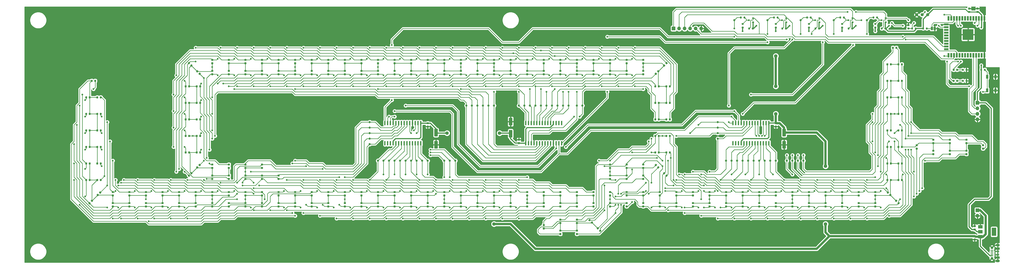
<source format=gtl>
G04 #@! TF.GenerationSoftware,KiCad,Pcbnew,(5.1.10-1-10_14)*
G04 #@! TF.CreationDate,2021-11-04T03:32:05+08:00*
G04 #@! TF.ProjectId,traintracker,74726169-6e74-4726-9163-6b65722e6b69,rev?*
G04 #@! TF.SameCoordinates,Original*
G04 #@! TF.FileFunction,Copper,L1,Top*
G04 #@! TF.FilePolarity,Positive*
%FSLAX46Y46*%
G04 Gerber Fmt 4.6, Leading zero omitted, Abs format (unit mm)*
G04 Created by KiCad (PCBNEW (5.1.10-1-10_14)) date 2021-11-04 03:32:05*
%MOMM*%
%LPD*%
G01*
G04 APERTURE LIST*
G04 #@! TA.AperFunction,ComponentPad*
%ADD10O,1.900000X1.070000*%
G04 #@! TD*
G04 #@! TA.AperFunction,ComponentPad*
%ADD11O,1.900000X1.200000*%
G04 #@! TD*
G04 #@! TA.AperFunction,SMDPad,CuDef*
%ADD12R,1.350000X0.600000*%
G04 #@! TD*
G04 #@! TA.AperFunction,ComponentPad*
%ADD13C,1.300000*%
G04 #@! TD*
G04 #@! TA.AperFunction,SMDPad,CuDef*
%ADD14R,1.250000X0.400000*%
G04 #@! TD*
G04 #@! TA.AperFunction,ComponentPad*
%ADD15C,1.440000*%
G04 #@! TD*
G04 #@! TA.AperFunction,SMDPad,CuDef*
%ADD16C,1.000000*%
G04 #@! TD*
G04 #@! TA.AperFunction,SMDPad,CuDef*
%ADD17R,5.000000X5.000000*%
G04 #@! TD*
G04 #@! TA.AperFunction,SMDPad,CuDef*
%ADD18R,0.900000X2.000000*%
G04 #@! TD*
G04 #@! TA.AperFunction,SMDPad,CuDef*
%ADD19R,2.000000X0.900000*%
G04 #@! TD*
G04 #@! TA.AperFunction,ComponentPad*
%ADD20R,1.700000X1.700000*%
G04 #@! TD*
G04 #@! TA.AperFunction,ComponentPad*
%ADD21O,1.700000X1.700000*%
G04 #@! TD*
G04 #@! TA.AperFunction,SMDPad,CuDef*
%ADD22R,1.000000X1.500000*%
G04 #@! TD*
G04 #@! TA.AperFunction,SMDPad,CuDef*
%ADD23R,0.900000X0.800000*%
G04 #@! TD*
G04 #@! TA.AperFunction,SMDPad,CuDef*
%ADD24R,1.000000X1.700000*%
G04 #@! TD*
G04 #@! TA.AperFunction,SMDPad,CuDef*
%ADD25R,2.000000X3.800000*%
G04 #@! TD*
G04 #@! TA.AperFunction,SMDPad,CuDef*
%ADD26R,2.000000X1.500000*%
G04 #@! TD*
G04 #@! TA.AperFunction,ViaPad*
%ADD27C,0.800000*%
G04 #@! TD*
G04 #@! TA.AperFunction,ViaPad*
%ADD28C,1.600000*%
G04 #@! TD*
G04 #@! TA.AperFunction,Conductor*
%ADD29C,0.250000*%
G04 #@! TD*
G04 #@! TA.AperFunction,Conductor*
%ADD30C,0.500000*%
G04 #@! TD*
G04 #@! TA.AperFunction,Conductor*
%ADD31C,0.450000*%
G04 #@! TD*
G04 #@! TA.AperFunction,Conductor*
%ADD32C,1.000000*%
G04 #@! TD*
G04 #@! TA.AperFunction,Conductor*
%ADD33C,0.100000*%
G04 #@! TD*
G04 APERTURE END LIST*
D10*
G04 #@! TO.P,J2,6*
G04 #@! TO.N,GND*
X498231183Y-150735992D03*
D11*
X498231183Y-157935992D03*
D12*
X498231183Y-155135992D03*
D13*
X495581183Y-151910992D03*
D14*
G04 #@! TO.P,J2,3*
G04 #@! TO.N,Net-(J2-Pad3)*
X495581183Y-154335992D03*
G04 #@! TO.P,J2,4*
G04 #@! TO.N,Net-(J2-Pad4)*
X495581183Y-153685992D03*
G04 #@! TO.P,J2,5*
G04 #@! TO.N,GND*
X495581183Y-153035992D03*
G04 #@! TO.P,J2,1*
G04 #@! TO.N,+5V*
X495581183Y-155635992D03*
G04 #@! TO.P,J2,2*
G04 #@! TO.N,Net-(J2-Pad2)*
X495581183Y-154985992D03*
D13*
G04 #@! TO.P,J2,6*
G04 #@! TO.N,GND*
X495581183Y-156760992D03*
D12*
X498231183Y-153535992D03*
G04 #@! TD*
G04 #@! TO.P,D242,1*
G04 #@! TO.N,/grid3/GRID8*
G04 #@! TA.AperFunction,SMDPad,CuDef*
G36*
G01*
X452075000Y-59433750D02*
X452075000Y-59946250D01*
G75*
G02*
X451856250Y-60165000I-218750J0D01*
G01*
X451418750Y-60165000D01*
G75*
G02*
X451200000Y-59946250I0J218750D01*
G01*
X451200000Y-59433750D01*
G75*
G02*
X451418750Y-59215000I218750J0D01*
G01*
X451856250Y-59215000D01*
G75*
G02*
X452075000Y-59433750I0J-218750D01*
G01*
G37*
G04 #@! TD.AperFunction*
G04 #@! TO.P,D242,2*
G04 #@! TO.N,/grid3/SEG10*
G04 #@! TA.AperFunction,SMDPad,CuDef*
G36*
G01*
X450500000Y-59433750D02*
X450500000Y-59946250D01*
G75*
G02*
X450281250Y-60165000I-218750J0D01*
G01*
X449843750Y-60165000D01*
G75*
G02*
X449625000Y-59946250I0J218750D01*
G01*
X449625000Y-59433750D01*
G75*
G02*
X449843750Y-59215000I218750J0D01*
G01*
X450281250Y-59215000D01*
G75*
G02*
X450500000Y-59433750I0J-218750D01*
G01*
G37*
G04 #@! TD.AperFunction*
G04 #@! TD*
G04 #@! TO.P,D241,1*
G04 #@! TO.N,/grid3/GRID8*
G04 #@! TA.AperFunction,SMDPad,CuDef*
G36*
G01*
X452165000Y-67566250D02*
X452165000Y-67053750D01*
G75*
G02*
X452383750Y-66835000I218750J0D01*
G01*
X452821250Y-66835000D01*
G75*
G02*
X453040000Y-67053750I0J-218750D01*
G01*
X453040000Y-67566250D01*
G75*
G02*
X452821250Y-67785000I-218750J0D01*
G01*
X452383750Y-67785000D01*
G75*
G02*
X452165000Y-67566250I0J218750D01*
G01*
G37*
G04 #@! TD.AperFunction*
G04 #@! TO.P,D241,2*
G04 #@! TO.N,/grid3/SEG9*
G04 #@! TA.AperFunction,SMDPad,CuDef*
G36*
G01*
X453740000Y-67566250D02*
X453740000Y-67053750D01*
G75*
G02*
X453958750Y-66835000I218750J0D01*
G01*
X454396250Y-66835000D01*
G75*
G02*
X454615000Y-67053750I0J-218750D01*
G01*
X454615000Y-67566250D01*
G75*
G02*
X454396250Y-67785000I-218750J0D01*
G01*
X453958750Y-67785000D01*
G75*
G02*
X453740000Y-67566250I0J218750D01*
G01*
G37*
G04 #@! TD.AperFunction*
G04 #@! TD*
G04 #@! TO.P,D240,1*
G04 #@! TO.N,/grid3/GRID8*
G04 #@! TA.AperFunction,SMDPad,CuDef*
G36*
G01*
X449535000Y-67053750D02*
X449535000Y-67566250D01*
G75*
G02*
X449316250Y-67785000I-218750J0D01*
G01*
X448878750Y-67785000D01*
G75*
G02*
X448660000Y-67566250I0J218750D01*
G01*
X448660000Y-67053750D01*
G75*
G02*
X448878750Y-66835000I218750J0D01*
G01*
X449316250Y-66835000D01*
G75*
G02*
X449535000Y-67053750I0J-218750D01*
G01*
G37*
G04 #@! TD.AperFunction*
G04 #@! TO.P,D240,2*
G04 #@! TO.N,/grid3/SEG8*
G04 #@! TA.AperFunction,SMDPad,CuDef*
G36*
G01*
X447960000Y-67053750D02*
X447960000Y-67566250D01*
G75*
G02*
X447741250Y-67785000I-218750J0D01*
G01*
X447303750Y-67785000D01*
G75*
G02*
X447085000Y-67566250I0J218750D01*
G01*
X447085000Y-67053750D01*
G75*
G02*
X447303750Y-66835000I218750J0D01*
G01*
X447741250Y-66835000D01*
G75*
G02*
X447960000Y-67053750I0J-218750D01*
G01*
G37*
G04 #@! TD.AperFunction*
G04 #@! TD*
G04 #@! TO.P,D239,1*
G04 #@! TO.N,/grid3/GRID8*
G04 #@! TA.AperFunction,SMDPad,CuDef*
G36*
G01*
X452165000Y-75186250D02*
X452165000Y-74673750D01*
G75*
G02*
X452383750Y-74455000I218750J0D01*
G01*
X452821250Y-74455000D01*
G75*
G02*
X453040000Y-74673750I0J-218750D01*
G01*
X453040000Y-75186250D01*
G75*
G02*
X452821250Y-75405000I-218750J0D01*
G01*
X452383750Y-75405000D01*
G75*
G02*
X452165000Y-75186250I0J218750D01*
G01*
G37*
G04 #@! TD.AperFunction*
G04 #@! TO.P,D239,2*
G04 #@! TO.N,/grid3/SEG7*
G04 #@! TA.AperFunction,SMDPad,CuDef*
G36*
G01*
X453740000Y-75186250D02*
X453740000Y-74673750D01*
G75*
G02*
X453958750Y-74455000I218750J0D01*
G01*
X454396250Y-74455000D01*
G75*
G02*
X454615000Y-74673750I0J-218750D01*
G01*
X454615000Y-75186250D01*
G75*
G02*
X454396250Y-75405000I-218750J0D01*
G01*
X453958750Y-75405000D01*
G75*
G02*
X453740000Y-75186250I0J218750D01*
G01*
G37*
G04 #@! TD.AperFunction*
G04 #@! TD*
G04 #@! TO.P,D238,1*
G04 #@! TO.N,/grid3/GRID8*
G04 #@! TA.AperFunction,SMDPad,CuDef*
G36*
G01*
X449535000Y-74673750D02*
X449535000Y-75186250D01*
G75*
G02*
X449316250Y-75405000I-218750J0D01*
G01*
X448878750Y-75405000D01*
G75*
G02*
X448660000Y-75186250I0J218750D01*
G01*
X448660000Y-74673750D01*
G75*
G02*
X448878750Y-74455000I218750J0D01*
G01*
X449316250Y-74455000D01*
G75*
G02*
X449535000Y-74673750I0J-218750D01*
G01*
G37*
G04 #@! TD.AperFunction*
G04 #@! TO.P,D238,2*
G04 #@! TO.N,/grid3/SEG6*
G04 #@! TA.AperFunction,SMDPad,CuDef*
G36*
G01*
X447960000Y-74673750D02*
X447960000Y-75186250D01*
G75*
G02*
X447741250Y-75405000I-218750J0D01*
G01*
X447303750Y-75405000D01*
G75*
G02*
X447085000Y-75186250I0J218750D01*
G01*
X447085000Y-74673750D01*
G75*
G02*
X447303750Y-74455000I218750J0D01*
G01*
X447741250Y-74455000D01*
G75*
G02*
X447960000Y-74673750I0J-218750D01*
G01*
G37*
G04 #@! TD.AperFunction*
G04 #@! TD*
G04 #@! TO.P,D237,1*
G04 #@! TO.N,/grid3/GRID8*
G04 #@! TA.AperFunction,SMDPad,CuDef*
G36*
G01*
X452165000Y-82806250D02*
X452165000Y-82293750D01*
G75*
G02*
X452383750Y-82075000I218750J0D01*
G01*
X452821250Y-82075000D01*
G75*
G02*
X453040000Y-82293750I0J-218750D01*
G01*
X453040000Y-82806250D01*
G75*
G02*
X452821250Y-83025000I-218750J0D01*
G01*
X452383750Y-83025000D01*
G75*
G02*
X452165000Y-82806250I0J218750D01*
G01*
G37*
G04 #@! TD.AperFunction*
G04 #@! TO.P,D237,2*
G04 #@! TO.N,/grid3/SEG5*
G04 #@! TA.AperFunction,SMDPad,CuDef*
G36*
G01*
X453740000Y-82806250D02*
X453740000Y-82293750D01*
G75*
G02*
X453958750Y-82075000I218750J0D01*
G01*
X454396250Y-82075000D01*
G75*
G02*
X454615000Y-82293750I0J-218750D01*
G01*
X454615000Y-82806250D01*
G75*
G02*
X454396250Y-83025000I-218750J0D01*
G01*
X453958750Y-83025000D01*
G75*
G02*
X453740000Y-82806250I0J218750D01*
G01*
G37*
G04 #@! TD.AperFunction*
G04 #@! TD*
G04 #@! TO.P,D236,1*
G04 #@! TO.N,/grid3/GRID8*
G04 #@! TA.AperFunction,SMDPad,CuDef*
G36*
G01*
X449535000Y-82293750D02*
X449535000Y-82806250D01*
G75*
G02*
X449316250Y-83025000I-218750J0D01*
G01*
X448878750Y-83025000D01*
G75*
G02*
X448660000Y-82806250I0J218750D01*
G01*
X448660000Y-82293750D01*
G75*
G02*
X448878750Y-82075000I218750J0D01*
G01*
X449316250Y-82075000D01*
G75*
G02*
X449535000Y-82293750I0J-218750D01*
G01*
G37*
G04 #@! TD.AperFunction*
G04 #@! TO.P,D236,2*
G04 #@! TO.N,/grid3/SEG4*
G04 #@! TA.AperFunction,SMDPad,CuDef*
G36*
G01*
X447960000Y-82293750D02*
X447960000Y-82806250D01*
G75*
G02*
X447741250Y-83025000I-218750J0D01*
G01*
X447303750Y-83025000D01*
G75*
G02*
X447085000Y-82806250I0J218750D01*
G01*
X447085000Y-82293750D01*
G75*
G02*
X447303750Y-82075000I218750J0D01*
G01*
X447741250Y-82075000D01*
G75*
G02*
X447960000Y-82293750I0J-218750D01*
G01*
G37*
G04 #@! TD.AperFunction*
G04 #@! TD*
G04 #@! TO.P,D235,1*
G04 #@! TO.N,/grid3/GRID8*
G04 #@! TA.AperFunction,SMDPad,CuDef*
G36*
G01*
X452165000Y-90426250D02*
X452165000Y-89913750D01*
G75*
G02*
X452383750Y-89695000I218750J0D01*
G01*
X452821250Y-89695000D01*
G75*
G02*
X453040000Y-89913750I0J-218750D01*
G01*
X453040000Y-90426250D01*
G75*
G02*
X452821250Y-90645000I-218750J0D01*
G01*
X452383750Y-90645000D01*
G75*
G02*
X452165000Y-90426250I0J218750D01*
G01*
G37*
G04 #@! TD.AperFunction*
G04 #@! TO.P,D235,2*
G04 #@! TO.N,/grid3/SEG3*
G04 #@! TA.AperFunction,SMDPad,CuDef*
G36*
G01*
X453740000Y-90426250D02*
X453740000Y-89913750D01*
G75*
G02*
X453958750Y-89695000I218750J0D01*
G01*
X454396250Y-89695000D01*
G75*
G02*
X454615000Y-89913750I0J-218750D01*
G01*
X454615000Y-90426250D01*
G75*
G02*
X454396250Y-90645000I-218750J0D01*
G01*
X453958750Y-90645000D01*
G75*
G02*
X453740000Y-90426250I0J218750D01*
G01*
G37*
G04 #@! TD.AperFunction*
G04 #@! TD*
G04 #@! TO.P,D234,1*
G04 #@! TO.N,/grid3/GRID8*
G04 #@! TA.AperFunction,SMDPad,CuDef*
G36*
G01*
X449535000Y-89913750D02*
X449535000Y-90426250D01*
G75*
G02*
X449316250Y-90645000I-218750J0D01*
G01*
X448878750Y-90645000D01*
G75*
G02*
X448660000Y-90426250I0J218750D01*
G01*
X448660000Y-89913750D01*
G75*
G02*
X448878750Y-89695000I218750J0D01*
G01*
X449316250Y-89695000D01*
G75*
G02*
X449535000Y-89913750I0J-218750D01*
G01*
G37*
G04 #@! TD.AperFunction*
G04 #@! TO.P,D234,2*
G04 #@! TO.N,/grid3/SEG2*
G04 #@! TA.AperFunction,SMDPad,CuDef*
G36*
G01*
X447960000Y-89913750D02*
X447960000Y-90426250D01*
G75*
G02*
X447741250Y-90645000I-218750J0D01*
G01*
X447303750Y-90645000D01*
G75*
G02*
X447085000Y-90426250I0J218750D01*
G01*
X447085000Y-89913750D01*
G75*
G02*
X447303750Y-89695000I218750J0D01*
G01*
X447741250Y-89695000D01*
G75*
G02*
X447960000Y-89913750I0J-218750D01*
G01*
G37*
G04 #@! TD.AperFunction*
G04 #@! TD*
G04 #@! TO.P,D233,1*
G04 #@! TO.N,/grid3/GRID8*
G04 #@! TA.AperFunction,SMDPad,CuDef*
G36*
G01*
X449535000Y-97533750D02*
X449535000Y-98046250D01*
G75*
G02*
X449316250Y-98265000I-218750J0D01*
G01*
X448878750Y-98265000D01*
G75*
G02*
X448660000Y-98046250I0J218750D01*
G01*
X448660000Y-97533750D01*
G75*
G02*
X448878750Y-97315000I218750J0D01*
G01*
X449316250Y-97315000D01*
G75*
G02*
X449535000Y-97533750I0J-218750D01*
G01*
G37*
G04 #@! TD.AperFunction*
G04 #@! TO.P,D233,2*
G04 #@! TO.N,/grid3/SEG1*
G04 #@! TA.AperFunction,SMDPad,CuDef*
G36*
G01*
X447960000Y-97533750D02*
X447960000Y-98046250D01*
G75*
G02*
X447741250Y-98265000I-218750J0D01*
G01*
X447303750Y-98265000D01*
G75*
G02*
X447085000Y-98046250I0J218750D01*
G01*
X447085000Y-97533750D01*
G75*
G02*
X447303750Y-97315000I218750J0D01*
G01*
X447741250Y-97315000D01*
G75*
G02*
X447960000Y-97533750I0J-218750D01*
G01*
G37*
G04 #@! TD.AperFunction*
G04 #@! TD*
G04 #@! TO.P,D232,1*
G04 #@! TO.N,/grid3/GRID7*
G04 #@! TA.AperFunction,SMDPad,CuDef*
G36*
G01*
X454615000Y-97533750D02*
X454615000Y-98046250D01*
G75*
G02*
X454396250Y-98265000I-218750J0D01*
G01*
X453958750Y-98265000D01*
G75*
G02*
X453740000Y-98046250I0J218750D01*
G01*
X453740000Y-97533750D01*
G75*
G02*
X453958750Y-97315000I218750J0D01*
G01*
X454396250Y-97315000D01*
G75*
G02*
X454615000Y-97533750I0J-218750D01*
G01*
G37*
G04 #@! TD.AperFunction*
G04 #@! TO.P,D232,2*
G04 #@! TO.N,/grid3/SEG10*
G04 #@! TA.AperFunction,SMDPad,CuDef*
G36*
G01*
X453040000Y-97533750D02*
X453040000Y-98046250D01*
G75*
G02*
X452821250Y-98265000I-218750J0D01*
G01*
X452383750Y-98265000D01*
G75*
G02*
X452165000Y-98046250I0J218750D01*
G01*
X452165000Y-97533750D01*
G75*
G02*
X452383750Y-97315000I218750J0D01*
G01*
X452821250Y-97315000D01*
G75*
G02*
X453040000Y-97533750I0J-218750D01*
G01*
G37*
G04 #@! TD.AperFunction*
G04 #@! TD*
G04 #@! TO.P,D231,1*
G04 #@! TO.N,/grid3/GRID7*
G04 #@! TA.AperFunction,SMDPad,CuDef*
G36*
G01*
X491233750Y-104185000D02*
X491746250Y-104185000D01*
G75*
G02*
X491965000Y-104403750I0J-218750D01*
G01*
X491965000Y-104841250D01*
G75*
G02*
X491746250Y-105060000I-218750J0D01*
G01*
X491233750Y-105060000D01*
G75*
G02*
X491015000Y-104841250I0J218750D01*
G01*
X491015000Y-104403750D01*
G75*
G02*
X491233750Y-104185000I218750J0D01*
G01*
G37*
G04 #@! TD.AperFunction*
G04 #@! TO.P,D231,2*
G04 #@! TO.N,/grid3/SEG9*
G04 #@! TA.AperFunction,SMDPad,CuDef*
G36*
G01*
X491233750Y-105760000D02*
X491746250Y-105760000D01*
G75*
G02*
X491965000Y-105978750I0J-218750D01*
G01*
X491965000Y-106416250D01*
G75*
G02*
X491746250Y-106635000I-218750J0D01*
G01*
X491233750Y-106635000D01*
G75*
G02*
X491015000Y-106416250I0J218750D01*
G01*
X491015000Y-105978750D01*
G75*
G02*
X491233750Y-105760000I218750J0D01*
G01*
G37*
G04 #@! TD.AperFunction*
G04 #@! TD*
G04 #@! TO.P,D230,1*
G04 #@! TO.N,/grid3/GRID7*
G04 #@! TA.AperFunction,SMDPad,CuDef*
G36*
G01*
X483613750Y-106725000D02*
X484126250Y-106725000D01*
G75*
G02*
X484345000Y-106943750I0J-218750D01*
G01*
X484345000Y-107381250D01*
G75*
G02*
X484126250Y-107600000I-218750J0D01*
G01*
X483613750Y-107600000D01*
G75*
G02*
X483395000Y-107381250I0J218750D01*
G01*
X483395000Y-106943750D01*
G75*
G02*
X483613750Y-106725000I218750J0D01*
G01*
G37*
G04 #@! TD.AperFunction*
G04 #@! TO.P,D230,2*
G04 #@! TO.N,/grid3/SEG8*
G04 #@! TA.AperFunction,SMDPad,CuDef*
G36*
G01*
X483613750Y-108300000D02*
X484126250Y-108300000D01*
G75*
G02*
X484345000Y-108518750I0J-218750D01*
G01*
X484345000Y-108956250D01*
G75*
G02*
X484126250Y-109175000I-218750J0D01*
G01*
X483613750Y-109175000D01*
G75*
G02*
X483395000Y-108956250I0J218750D01*
G01*
X483395000Y-108518750D01*
G75*
G02*
X483613750Y-108300000I218750J0D01*
G01*
G37*
G04 #@! TD.AperFunction*
G04 #@! TD*
G04 #@! TO.P,D229,1*
G04 #@! TO.N,/grid3/GRID7*
G04 #@! TA.AperFunction,SMDPad,CuDef*
G36*
G01*
X484126250Y-104095000D02*
X483613750Y-104095000D01*
G75*
G02*
X483395000Y-103876250I0J218750D01*
G01*
X483395000Y-103438750D01*
G75*
G02*
X483613750Y-103220000I218750J0D01*
G01*
X484126250Y-103220000D01*
G75*
G02*
X484345000Y-103438750I0J-218750D01*
G01*
X484345000Y-103876250D01*
G75*
G02*
X484126250Y-104095000I-218750J0D01*
G01*
G37*
G04 #@! TD.AperFunction*
G04 #@! TO.P,D229,2*
G04 #@! TO.N,/grid3/SEG7*
G04 #@! TA.AperFunction,SMDPad,CuDef*
G36*
G01*
X484126250Y-102520000D02*
X483613750Y-102520000D01*
G75*
G02*
X483395000Y-102301250I0J218750D01*
G01*
X483395000Y-101863750D01*
G75*
G02*
X483613750Y-101645000I218750J0D01*
G01*
X484126250Y-101645000D01*
G75*
G02*
X484345000Y-101863750I0J-218750D01*
G01*
X484345000Y-102301250D01*
G75*
G02*
X484126250Y-102520000I-218750J0D01*
G01*
G37*
G04 #@! TD.AperFunction*
G04 #@! TD*
G04 #@! TO.P,D228,1*
G04 #@! TO.N,/grid3/GRID7*
G04 #@! TA.AperFunction,SMDPad,CuDef*
G36*
G01*
X475993750Y-106725000D02*
X476506250Y-106725000D01*
G75*
G02*
X476725000Y-106943750I0J-218750D01*
G01*
X476725000Y-107381250D01*
G75*
G02*
X476506250Y-107600000I-218750J0D01*
G01*
X475993750Y-107600000D01*
G75*
G02*
X475775000Y-107381250I0J218750D01*
G01*
X475775000Y-106943750D01*
G75*
G02*
X475993750Y-106725000I218750J0D01*
G01*
G37*
G04 #@! TD.AperFunction*
G04 #@! TO.P,D228,2*
G04 #@! TO.N,/grid3/SEG6*
G04 #@! TA.AperFunction,SMDPad,CuDef*
G36*
G01*
X475993750Y-108300000D02*
X476506250Y-108300000D01*
G75*
G02*
X476725000Y-108518750I0J-218750D01*
G01*
X476725000Y-108956250D01*
G75*
G02*
X476506250Y-109175000I-218750J0D01*
G01*
X475993750Y-109175000D01*
G75*
G02*
X475775000Y-108956250I0J218750D01*
G01*
X475775000Y-108518750D01*
G75*
G02*
X475993750Y-108300000I218750J0D01*
G01*
G37*
G04 #@! TD.AperFunction*
G04 #@! TD*
G04 #@! TO.P,D227,1*
G04 #@! TO.N,/grid3/GRID7*
G04 #@! TA.AperFunction,SMDPad,CuDef*
G36*
G01*
X476506250Y-104095000D02*
X475993750Y-104095000D01*
G75*
G02*
X475775000Y-103876250I0J218750D01*
G01*
X475775000Y-103438750D01*
G75*
G02*
X475993750Y-103220000I218750J0D01*
G01*
X476506250Y-103220000D01*
G75*
G02*
X476725000Y-103438750I0J-218750D01*
G01*
X476725000Y-103876250D01*
G75*
G02*
X476506250Y-104095000I-218750J0D01*
G01*
G37*
G04 #@! TD.AperFunction*
G04 #@! TO.P,D227,2*
G04 #@! TO.N,/grid3/SEG5*
G04 #@! TA.AperFunction,SMDPad,CuDef*
G36*
G01*
X476506250Y-102520000D02*
X475993750Y-102520000D01*
G75*
G02*
X475775000Y-102301250I0J218750D01*
G01*
X475775000Y-101863750D01*
G75*
G02*
X475993750Y-101645000I218750J0D01*
G01*
X476506250Y-101645000D01*
G75*
G02*
X476725000Y-101863750I0J-218750D01*
G01*
X476725000Y-102301250D01*
G75*
G02*
X476506250Y-102520000I-218750J0D01*
G01*
G37*
G04 #@! TD.AperFunction*
G04 #@! TD*
G04 #@! TO.P,D226,1*
G04 #@! TO.N,/grid3/GRID7*
G04 #@! TA.AperFunction,SMDPad,CuDef*
G36*
G01*
X468373750Y-106725000D02*
X468886250Y-106725000D01*
G75*
G02*
X469105000Y-106943750I0J-218750D01*
G01*
X469105000Y-107381250D01*
G75*
G02*
X468886250Y-107600000I-218750J0D01*
G01*
X468373750Y-107600000D01*
G75*
G02*
X468155000Y-107381250I0J218750D01*
G01*
X468155000Y-106943750D01*
G75*
G02*
X468373750Y-106725000I218750J0D01*
G01*
G37*
G04 #@! TD.AperFunction*
G04 #@! TO.P,D226,2*
G04 #@! TO.N,/grid3/SEG4*
G04 #@! TA.AperFunction,SMDPad,CuDef*
G36*
G01*
X468373750Y-108300000D02*
X468886250Y-108300000D01*
G75*
G02*
X469105000Y-108518750I0J-218750D01*
G01*
X469105000Y-108956250D01*
G75*
G02*
X468886250Y-109175000I-218750J0D01*
G01*
X468373750Y-109175000D01*
G75*
G02*
X468155000Y-108956250I0J218750D01*
G01*
X468155000Y-108518750D01*
G75*
G02*
X468373750Y-108300000I218750J0D01*
G01*
G37*
G04 #@! TD.AperFunction*
G04 #@! TD*
G04 #@! TO.P,D225,1*
G04 #@! TO.N,/grid3/GRID7*
G04 #@! TA.AperFunction,SMDPad,CuDef*
G36*
G01*
X468886250Y-104095000D02*
X468373750Y-104095000D01*
G75*
G02*
X468155000Y-103876250I0J218750D01*
G01*
X468155000Y-103438750D01*
G75*
G02*
X468373750Y-103220000I218750J0D01*
G01*
X468886250Y-103220000D01*
G75*
G02*
X469105000Y-103438750I0J-218750D01*
G01*
X469105000Y-103876250D01*
G75*
G02*
X468886250Y-104095000I-218750J0D01*
G01*
G37*
G04 #@! TD.AperFunction*
G04 #@! TO.P,D225,2*
G04 #@! TO.N,/grid3/SEG3*
G04 #@! TA.AperFunction,SMDPad,CuDef*
G36*
G01*
X468886250Y-102520000D02*
X468373750Y-102520000D01*
G75*
G02*
X468155000Y-102301250I0J218750D01*
G01*
X468155000Y-101863750D01*
G75*
G02*
X468373750Y-101645000I218750J0D01*
G01*
X468886250Y-101645000D01*
G75*
G02*
X469105000Y-101863750I0J-218750D01*
G01*
X469105000Y-102301250D01*
G75*
G02*
X468886250Y-102520000I-218750J0D01*
G01*
G37*
G04 #@! TD.AperFunction*
G04 #@! TD*
G04 #@! TO.P,D224,1*
G04 #@! TO.N,/grid3/GRID7*
G04 #@! TA.AperFunction,SMDPad,CuDef*
G36*
G01*
X460753750Y-104185000D02*
X461266250Y-104185000D01*
G75*
G02*
X461485000Y-104403750I0J-218750D01*
G01*
X461485000Y-104841250D01*
G75*
G02*
X461266250Y-105060000I-218750J0D01*
G01*
X460753750Y-105060000D01*
G75*
G02*
X460535000Y-104841250I0J218750D01*
G01*
X460535000Y-104403750D01*
G75*
G02*
X460753750Y-104185000I218750J0D01*
G01*
G37*
G04 #@! TD.AperFunction*
G04 #@! TO.P,D224,2*
G04 #@! TO.N,/grid3/SEG2*
G04 #@! TA.AperFunction,SMDPad,CuDef*
G36*
G01*
X460753750Y-105760000D02*
X461266250Y-105760000D01*
G75*
G02*
X461485000Y-105978750I0J-218750D01*
G01*
X461485000Y-106416250D01*
G75*
G02*
X461266250Y-106635000I-218750J0D01*
G01*
X460753750Y-106635000D01*
G75*
G02*
X460535000Y-106416250I0J218750D01*
G01*
X460535000Y-105978750D01*
G75*
G02*
X460753750Y-105760000I218750J0D01*
G01*
G37*
G04 #@! TD.AperFunction*
G04 #@! TD*
G04 #@! TO.P,D223,1*
G04 #@! TO.N,/grid3/GRID7*
G04 #@! TA.AperFunction,SMDPad,CuDef*
G36*
G01*
X454615000Y-105153750D02*
X454615000Y-105666250D01*
G75*
G02*
X454396250Y-105885000I-218750J0D01*
G01*
X453958750Y-105885000D01*
G75*
G02*
X453740000Y-105666250I0J218750D01*
G01*
X453740000Y-105153750D01*
G75*
G02*
X453958750Y-104935000I218750J0D01*
G01*
X454396250Y-104935000D01*
G75*
G02*
X454615000Y-105153750I0J-218750D01*
G01*
G37*
G04 #@! TD.AperFunction*
G04 #@! TO.P,D223,2*
G04 #@! TO.N,/grid3/SEG1*
G04 #@! TA.AperFunction,SMDPad,CuDef*
G36*
G01*
X453040000Y-105153750D02*
X453040000Y-105666250D01*
G75*
G02*
X452821250Y-105885000I-218750J0D01*
G01*
X452383750Y-105885000D01*
G75*
G02*
X452165000Y-105666250I0J218750D01*
G01*
X452165000Y-105153750D01*
G75*
G02*
X452383750Y-104935000I218750J0D01*
G01*
X452821250Y-104935000D01*
G75*
G02*
X453040000Y-105153750I0J-218750D01*
G01*
G37*
G04 #@! TD.AperFunction*
G04 #@! TD*
G04 #@! TO.P,D222,1*
G04 #@! TO.N,/grid3/GRID6*
G04 #@! TA.AperFunction,SMDPad,CuDef*
G36*
G01*
X449535000Y-105153750D02*
X449535000Y-105666250D01*
G75*
G02*
X449316250Y-105885000I-218750J0D01*
G01*
X448878750Y-105885000D01*
G75*
G02*
X448660000Y-105666250I0J218750D01*
G01*
X448660000Y-105153750D01*
G75*
G02*
X448878750Y-104935000I218750J0D01*
G01*
X449316250Y-104935000D01*
G75*
G02*
X449535000Y-105153750I0J-218750D01*
G01*
G37*
G04 #@! TD.AperFunction*
G04 #@! TO.P,D222,2*
G04 #@! TO.N,/grid3/SEG10*
G04 #@! TA.AperFunction,SMDPad,CuDef*
G36*
G01*
X447960000Y-105153750D02*
X447960000Y-105666250D01*
G75*
G02*
X447741250Y-105885000I-218750J0D01*
G01*
X447303750Y-105885000D01*
G75*
G02*
X447085000Y-105666250I0J218750D01*
G01*
X447085000Y-105153750D01*
G75*
G02*
X447303750Y-104935000I218750J0D01*
G01*
X447741250Y-104935000D01*
G75*
G02*
X447960000Y-105153750I0J-218750D01*
G01*
G37*
G04 #@! TD.AperFunction*
G04 #@! TD*
G04 #@! TO.P,D221,1*
G04 #@! TO.N,/grid3/GRID6*
G04 #@! TA.AperFunction,SMDPad,CuDef*
G36*
G01*
X452165000Y-113286250D02*
X452165000Y-112773750D01*
G75*
G02*
X452383750Y-112555000I218750J0D01*
G01*
X452821250Y-112555000D01*
G75*
G02*
X453040000Y-112773750I0J-218750D01*
G01*
X453040000Y-113286250D01*
G75*
G02*
X452821250Y-113505000I-218750J0D01*
G01*
X452383750Y-113505000D01*
G75*
G02*
X452165000Y-113286250I0J218750D01*
G01*
G37*
G04 #@! TD.AperFunction*
G04 #@! TO.P,D221,2*
G04 #@! TO.N,/grid3/SEG9*
G04 #@! TA.AperFunction,SMDPad,CuDef*
G36*
G01*
X453740000Y-113286250D02*
X453740000Y-112773750D01*
G75*
G02*
X453958750Y-112555000I218750J0D01*
G01*
X454396250Y-112555000D01*
G75*
G02*
X454615000Y-112773750I0J-218750D01*
G01*
X454615000Y-113286250D01*
G75*
G02*
X454396250Y-113505000I-218750J0D01*
G01*
X453958750Y-113505000D01*
G75*
G02*
X453740000Y-113286250I0J218750D01*
G01*
G37*
G04 #@! TD.AperFunction*
G04 #@! TD*
G04 #@! TO.P,D220,1*
G04 #@! TO.N,/grid3/GRID6*
G04 #@! TA.AperFunction,SMDPad,CuDef*
G36*
G01*
X449535000Y-112773750D02*
X449535000Y-113286250D01*
G75*
G02*
X449316250Y-113505000I-218750J0D01*
G01*
X448878750Y-113505000D01*
G75*
G02*
X448660000Y-113286250I0J218750D01*
G01*
X448660000Y-112773750D01*
G75*
G02*
X448878750Y-112555000I218750J0D01*
G01*
X449316250Y-112555000D01*
G75*
G02*
X449535000Y-112773750I0J-218750D01*
G01*
G37*
G04 #@! TD.AperFunction*
G04 #@! TO.P,D220,2*
G04 #@! TO.N,/grid3/SEG8*
G04 #@! TA.AperFunction,SMDPad,CuDef*
G36*
G01*
X447960000Y-112773750D02*
X447960000Y-113286250D01*
G75*
G02*
X447741250Y-113505000I-218750J0D01*
G01*
X447303750Y-113505000D01*
G75*
G02*
X447085000Y-113286250I0J218750D01*
G01*
X447085000Y-112773750D01*
G75*
G02*
X447303750Y-112555000I218750J0D01*
G01*
X447741250Y-112555000D01*
G75*
G02*
X447960000Y-112773750I0J-218750D01*
G01*
G37*
G04 #@! TD.AperFunction*
G04 #@! TD*
G04 #@! TO.P,D219,1*
G04 #@! TO.N,/grid3/GRID6*
G04 #@! TA.AperFunction,SMDPad,CuDef*
G36*
G01*
X452165000Y-120906250D02*
X452165000Y-120393750D01*
G75*
G02*
X452383750Y-120175000I218750J0D01*
G01*
X452821250Y-120175000D01*
G75*
G02*
X453040000Y-120393750I0J-218750D01*
G01*
X453040000Y-120906250D01*
G75*
G02*
X452821250Y-121125000I-218750J0D01*
G01*
X452383750Y-121125000D01*
G75*
G02*
X452165000Y-120906250I0J218750D01*
G01*
G37*
G04 #@! TD.AperFunction*
G04 #@! TO.P,D219,2*
G04 #@! TO.N,/grid3/SEG7*
G04 #@! TA.AperFunction,SMDPad,CuDef*
G36*
G01*
X453740000Y-120906250D02*
X453740000Y-120393750D01*
G75*
G02*
X453958750Y-120175000I218750J0D01*
G01*
X454396250Y-120175000D01*
G75*
G02*
X454615000Y-120393750I0J-218750D01*
G01*
X454615000Y-120906250D01*
G75*
G02*
X454396250Y-121125000I-218750J0D01*
G01*
X453958750Y-121125000D01*
G75*
G02*
X453740000Y-120906250I0J218750D01*
G01*
G37*
G04 #@! TD.AperFunction*
G04 #@! TD*
G04 #@! TO.P,D218,1*
G04 #@! TO.N,/grid3/GRID6*
G04 #@! TA.AperFunction,SMDPad,CuDef*
G36*
G01*
X449535000Y-120393750D02*
X449535000Y-120906250D01*
G75*
G02*
X449316250Y-121125000I-218750J0D01*
G01*
X448878750Y-121125000D01*
G75*
G02*
X448660000Y-120906250I0J218750D01*
G01*
X448660000Y-120393750D01*
G75*
G02*
X448878750Y-120175000I218750J0D01*
G01*
X449316250Y-120175000D01*
G75*
G02*
X449535000Y-120393750I0J-218750D01*
G01*
G37*
G04 #@! TD.AperFunction*
G04 #@! TO.P,D218,2*
G04 #@! TO.N,/grid3/SEG6*
G04 #@! TA.AperFunction,SMDPad,CuDef*
G36*
G01*
X447960000Y-120393750D02*
X447960000Y-120906250D01*
G75*
G02*
X447741250Y-121125000I-218750J0D01*
G01*
X447303750Y-121125000D01*
G75*
G02*
X447085000Y-120906250I0J218750D01*
G01*
X447085000Y-120393750D01*
G75*
G02*
X447303750Y-120175000I218750J0D01*
G01*
X447741250Y-120175000D01*
G75*
G02*
X447960000Y-120393750I0J-218750D01*
G01*
G37*
G04 #@! TD.AperFunction*
G04 #@! TD*
G04 #@! TO.P,D217,1*
G04 #@! TO.N,/grid3/GRID6*
G04 #@! TA.AperFunction,SMDPad,CuDef*
G36*
G01*
X451072597Y-130124990D02*
X451434990Y-129762597D01*
G75*
G02*
X451744350Y-129762597I154680J-154680D01*
G01*
X452053709Y-130071956D01*
G75*
G02*
X452053709Y-130381316I-154680J-154680D01*
G01*
X451691316Y-130743709D01*
G75*
G02*
X451381956Y-130743709I-154680J154680D01*
G01*
X451072597Y-130434350D01*
G75*
G02*
X451072597Y-130124990I154680J154680D01*
G01*
G37*
G04 #@! TD.AperFunction*
G04 #@! TO.P,D217,2*
G04 #@! TO.N,/grid3/SEG5*
G04 #@! TA.AperFunction,SMDPad,CuDef*
G36*
G01*
X452186291Y-131238684D02*
X452548684Y-130876291D01*
G75*
G02*
X452858044Y-130876291I154680J-154680D01*
G01*
X453167403Y-131185650D01*
G75*
G02*
X453167403Y-131495010I-154680J-154680D01*
G01*
X452805010Y-131857403D01*
G75*
G02*
X452495650Y-131857403I-154680J154680D01*
G01*
X452186291Y-131548044D01*
G75*
G02*
X452186291Y-131238684I154680J154680D01*
G01*
G37*
G04 #@! TD.AperFunction*
G04 #@! TD*
G04 #@! TO.P,D216,1*
G04 #@! TO.N,/grid3/GRID6*
G04 #@! TA.AperFunction,SMDPad,CuDef*
G36*
G01*
X449357403Y-127685010D02*
X448995010Y-128047403D01*
G75*
G02*
X448685650Y-128047403I-154680J154680D01*
G01*
X448376291Y-127738044D01*
G75*
G02*
X448376291Y-127428684I154680J154680D01*
G01*
X448738684Y-127066291D01*
G75*
G02*
X449048044Y-127066291I154680J-154680D01*
G01*
X449357403Y-127375650D01*
G75*
G02*
X449357403Y-127685010I-154680J-154680D01*
G01*
G37*
G04 #@! TD.AperFunction*
G04 #@! TO.P,D216,2*
G04 #@! TO.N,/grid3/SEG4*
G04 #@! TA.AperFunction,SMDPad,CuDef*
G36*
G01*
X448243709Y-126571316D02*
X447881316Y-126933709D01*
G75*
G02*
X447571956Y-126933709I-154680J154680D01*
G01*
X447262597Y-126624350D01*
G75*
G02*
X447262597Y-126314990I154680J154680D01*
G01*
X447624990Y-125952597D01*
G75*
G02*
X447934350Y-125952597I154680J-154680D01*
G01*
X448243709Y-126261956D01*
G75*
G02*
X448243709Y-126571316I-154680J-154680D01*
G01*
G37*
G04 #@! TD.AperFunction*
G04 #@! TD*
G04 #@! TO.P,D215,1*
G04 #@! TO.N,/grid3/GRID6*
G04 #@! TA.AperFunction,SMDPad,CuDef*
G36*
G01*
X441703750Y-130855000D02*
X442216250Y-130855000D01*
G75*
G02*
X442435000Y-131073750I0J-218750D01*
G01*
X442435000Y-131511250D01*
G75*
G02*
X442216250Y-131730000I-218750J0D01*
G01*
X441703750Y-131730000D01*
G75*
G02*
X441485000Y-131511250I0J218750D01*
G01*
X441485000Y-131073750D01*
G75*
G02*
X441703750Y-130855000I218750J0D01*
G01*
G37*
G04 #@! TD.AperFunction*
G04 #@! TO.P,D215,2*
G04 #@! TO.N,/grid3/SEG3*
G04 #@! TA.AperFunction,SMDPad,CuDef*
G36*
G01*
X441703750Y-132430000D02*
X442216250Y-132430000D01*
G75*
G02*
X442435000Y-132648750I0J-218750D01*
G01*
X442435000Y-133086250D01*
G75*
G02*
X442216250Y-133305000I-218750J0D01*
G01*
X441703750Y-133305000D01*
G75*
G02*
X441485000Y-133086250I0J218750D01*
G01*
X441485000Y-132648750D01*
G75*
G02*
X441703750Y-132430000I218750J0D01*
G01*
G37*
G04 #@! TD.AperFunction*
G04 #@! TD*
G04 #@! TO.P,D214,1*
G04 #@! TO.N,/grid3/GRID6*
G04 #@! TA.AperFunction,SMDPad,CuDef*
G36*
G01*
X442216250Y-128225000D02*
X441703750Y-128225000D01*
G75*
G02*
X441485000Y-128006250I0J218750D01*
G01*
X441485000Y-127568750D01*
G75*
G02*
X441703750Y-127350000I218750J0D01*
G01*
X442216250Y-127350000D01*
G75*
G02*
X442435000Y-127568750I0J-218750D01*
G01*
X442435000Y-128006250D01*
G75*
G02*
X442216250Y-128225000I-218750J0D01*
G01*
G37*
G04 #@! TD.AperFunction*
G04 #@! TO.P,D214,2*
G04 #@! TO.N,/grid3/SEG2*
G04 #@! TA.AperFunction,SMDPad,CuDef*
G36*
G01*
X442216250Y-126650000D02*
X441703750Y-126650000D01*
G75*
G02*
X441485000Y-126431250I0J218750D01*
G01*
X441485000Y-125993750D01*
G75*
G02*
X441703750Y-125775000I218750J0D01*
G01*
X442216250Y-125775000D01*
G75*
G02*
X442435000Y-125993750I0J-218750D01*
G01*
X442435000Y-126431250D01*
G75*
G02*
X442216250Y-126650000I-218750J0D01*
G01*
G37*
G04 #@! TD.AperFunction*
G04 #@! TD*
G04 #@! TO.P,D213,1*
G04 #@! TO.N,/grid3/GRID6*
G04 #@! TA.AperFunction,SMDPad,CuDef*
G36*
G01*
X434083750Y-130855000D02*
X434596250Y-130855000D01*
G75*
G02*
X434815000Y-131073750I0J-218750D01*
G01*
X434815000Y-131511250D01*
G75*
G02*
X434596250Y-131730000I-218750J0D01*
G01*
X434083750Y-131730000D01*
G75*
G02*
X433865000Y-131511250I0J218750D01*
G01*
X433865000Y-131073750D01*
G75*
G02*
X434083750Y-130855000I218750J0D01*
G01*
G37*
G04 #@! TD.AperFunction*
G04 #@! TO.P,D213,2*
G04 #@! TO.N,/grid3/SEG1*
G04 #@! TA.AperFunction,SMDPad,CuDef*
G36*
G01*
X434083750Y-132430000D02*
X434596250Y-132430000D01*
G75*
G02*
X434815000Y-132648750I0J-218750D01*
G01*
X434815000Y-133086250D01*
G75*
G02*
X434596250Y-133305000I-218750J0D01*
G01*
X434083750Y-133305000D01*
G75*
G02*
X433865000Y-133086250I0J218750D01*
G01*
X433865000Y-132648750D01*
G75*
G02*
X434083750Y-132430000I218750J0D01*
G01*
G37*
G04 #@! TD.AperFunction*
G04 #@! TD*
G04 #@! TO.P,D212,1*
G04 #@! TO.N,/grid3/GRID5*
G04 #@! TA.AperFunction,SMDPad,CuDef*
G36*
G01*
X434596250Y-128225000D02*
X434083750Y-128225000D01*
G75*
G02*
X433865000Y-128006250I0J218750D01*
G01*
X433865000Y-127568750D01*
G75*
G02*
X434083750Y-127350000I218750J0D01*
G01*
X434596250Y-127350000D01*
G75*
G02*
X434815000Y-127568750I0J-218750D01*
G01*
X434815000Y-128006250D01*
G75*
G02*
X434596250Y-128225000I-218750J0D01*
G01*
G37*
G04 #@! TD.AperFunction*
G04 #@! TO.P,D212,2*
G04 #@! TO.N,/grid3/SEG10*
G04 #@! TA.AperFunction,SMDPad,CuDef*
G36*
G01*
X434596250Y-126650000D02*
X434083750Y-126650000D01*
G75*
G02*
X433865000Y-126431250I0J218750D01*
G01*
X433865000Y-125993750D01*
G75*
G02*
X434083750Y-125775000I218750J0D01*
G01*
X434596250Y-125775000D01*
G75*
G02*
X434815000Y-125993750I0J-218750D01*
G01*
X434815000Y-126431250D01*
G75*
G02*
X434596250Y-126650000I-218750J0D01*
G01*
G37*
G04 #@! TD.AperFunction*
G04 #@! TD*
G04 #@! TO.P,D211,1*
G04 #@! TO.N,/grid3/GRID5*
G04 #@! TA.AperFunction,SMDPad,CuDef*
G36*
G01*
X426463750Y-130855000D02*
X426976250Y-130855000D01*
G75*
G02*
X427195000Y-131073750I0J-218750D01*
G01*
X427195000Y-131511250D01*
G75*
G02*
X426976250Y-131730000I-218750J0D01*
G01*
X426463750Y-131730000D01*
G75*
G02*
X426245000Y-131511250I0J218750D01*
G01*
X426245000Y-131073750D01*
G75*
G02*
X426463750Y-130855000I218750J0D01*
G01*
G37*
G04 #@! TD.AperFunction*
G04 #@! TO.P,D211,2*
G04 #@! TO.N,/grid3/SEG9*
G04 #@! TA.AperFunction,SMDPad,CuDef*
G36*
G01*
X426463750Y-132430000D02*
X426976250Y-132430000D01*
G75*
G02*
X427195000Y-132648750I0J-218750D01*
G01*
X427195000Y-133086250D01*
G75*
G02*
X426976250Y-133305000I-218750J0D01*
G01*
X426463750Y-133305000D01*
G75*
G02*
X426245000Y-133086250I0J218750D01*
G01*
X426245000Y-132648750D01*
G75*
G02*
X426463750Y-132430000I218750J0D01*
G01*
G37*
G04 #@! TD.AperFunction*
G04 #@! TD*
G04 #@! TO.P,D210,1*
G04 #@! TO.N,/grid3/GRID5*
G04 #@! TA.AperFunction,SMDPad,CuDef*
G36*
G01*
X426976250Y-128225000D02*
X426463750Y-128225000D01*
G75*
G02*
X426245000Y-128006250I0J218750D01*
G01*
X426245000Y-127568750D01*
G75*
G02*
X426463750Y-127350000I218750J0D01*
G01*
X426976250Y-127350000D01*
G75*
G02*
X427195000Y-127568750I0J-218750D01*
G01*
X427195000Y-128006250D01*
G75*
G02*
X426976250Y-128225000I-218750J0D01*
G01*
G37*
G04 #@! TD.AperFunction*
G04 #@! TO.P,D210,2*
G04 #@! TO.N,/grid3/SEG8*
G04 #@! TA.AperFunction,SMDPad,CuDef*
G36*
G01*
X426976250Y-126650000D02*
X426463750Y-126650000D01*
G75*
G02*
X426245000Y-126431250I0J218750D01*
G01*
X426245000Y-125993750D01*
G75*
G02*
X426463750Y-125775000I218750J0D01*
G01*
X426976250Y-125775000D01*
G75*
G02*
X427195000Y-125993750I0J-218750D01*
G01*
X427195000Y-126431250D01*
G75*
G02*
X426976250Y-126650000I-218750J0D01*
G01*
G37*
G04 #@! TD.AperFunction*
G04 #@! TD*
G04 #@! TO.P,D209,1*
G04 #@! TO.N,/grid3/GRID5*
G04 #@! TA.AperFunction,SMDPad,CuDef*
G36*
G01*
X418843750Y-130855000D02*
X419356250Y-130855000D01*
G75*
G02*
X419575000Y-131073750I0J-218750D01*
G01*
X419575000Y-131511250D01*
G75*
G02*
X419356250Y-131730000I-218750J0D01*
G01*
X418843750Y-131730000D01*
G75*
G02*
X418625000Y-131511250I0J218750D01*
G01*
X418625000Y-131073750D01*
G75*
G02*
X418843750Y-130855000I218750J0D01*
G01*
G37*
G04 #@! TD.AperFunction*
G04 #@! TO.P,D209,2*
G04 #@! TO.N,/grid3/SEG7*
G04 #@! TA.AperFunction,SMDPad,CuDef*
G36*
G01*
X418843750Y-132430000D02*
X419356250Y-132430000D01*
G75*
G02*
X419575000Y-132648750I0J-218750D01*
G01*
X419575000Y-133086250D01*
G75*
G02*
X419356250Y-133305000I-218750J0D01*
G01*
X418843750Y-133305000D01*
G75*
G02*
X418625000Y-133086250I0J218750D01*
G01*
X418625000Y-132648750D01*
G75*
G02*
X418843750Y-132430000I218750J0D01*
G01*
G37*
G04 #@! TD.AperFunction*
G04 #@! TD*
G04 #@! TO.P,D208,1*
G04 #@! TO.N,/grid3/GRID5*
G04 #@! TA.AperFunction,SMDPad,CuDef*
G36*
G01*
X419356250Y-128225000D02*
X418843750Y-128225000D01*
G75*
G02*
X418625000Y-128006250I0J218750D01*
G01*
X418625000Y-127568750D01*
G75*
G02*
X418843750Y-127350000I218750J0D01*
G01*
X419356250Y-127350000D01*
G75*
G02*
X419575000Y-127568750I0J-218750D01*
G01*
X419575000Y-128006250D01*
G75*
G02*
X419356250Y-128225000I-218750J0D01*
G01*
G37*
G04 #@! TD.AperFunction*
G04 #@! TO.P,D208,2*
G04 #@! TO.N,/grid3/SEG6*
G04 #@! TA.AperFunction,SMDPad,CuDef*
G36*
G01*
X419356250Y-126650000D02*
X418843750Y-126650000D01*
G75*
G02*
X418625000Y-126431250I0J218750D01*
G01*
X418625000Y-125993750D01*
G75*
G02*
X418843750Y-125775000I218750J0D01*
G01*
X419356250Y-125775000D01*
G75*
G02*
X419575000Y-125993750I0J-218750D01*
G01*
X419575000Y-126431250D01*
G75*
G02*
X419356250Y-126650000I-218750J0D01*
G01*
G37*
G04 #@! TD.AperFunction*
G04 #@! TD*
G04 #@! TO.P,D207,1*
G04 #@! TO.N,/grid3/GRID5*
G04 #@! TA.AperFunction,SMDPad,CuDef*
G36*
G01*
X411223750Y-130855000D02*
X411736250Y-130855000D01*
G75*
G02*
X411955000Y-131073750I0J-218750D01*
G01*
X411955000Y-131511250D01*
G75*
G02*
X411736250Y-131730000I-218750J0D01*
G01*
X411223750Y-131730000D01*
G75*
G02*
X411005000Y-131511250I0J218750D01*
G01*
X411005000Y-131073750D01*
G75*
G02*
X411223750Y-130855000I218750J0D01*
G01*
G37*
G04 #@! TD.AperFunction*
G04 #@! TO.P,D207,2*
G04 #@! TO.N,/grid3/SEG5*
G04 #@! TA.AperFunction,SMDPad,CuDef*
G36*
G01*
X411223750Y-132430000D02*
X411736250Y-132430000D01*
G75*
G02*
X411955000Y-132648750I0J-218750D01*
G01*
X411955000Y-133086250D01*
G75*
G02*
X411736250Y-133305000I-218750J0D01*
G01*
X411223750Y-133305000D01*
G75*
G02*
X411005000Y-133086250I0J218750D01*
G01*
X411005000Y-132648750D01*
G75*
G02*
X411223750Y-132430000I218750J0D01*
G01*
G37*
G04 #@! TD.AperFunction*
G04 #@! TD*
G04 #@! TO.P,D206,1*
G04 #@! TO.N,/grid3/GRID5*
G04 #@! TA.AperFunction,SMDPad,CuDef*
G36*
G01*
X411736250Y-128225000D02*
X411223750Y-128225000D01*
G75*
G02*
X411005000Y-128006250I0J218750D01*
G01*
X411005000Y-127568750D01*
G75*
G02*
X411223750Y-127350000I218750J0D01*
G01*
X411736250Y-127350000D01*
G75*
G02*
X411955000Y-127568750I0J-218750D01*
G01*
X411955000Y-128006250D01*
G75*
G02*
X411736250Y-128225000I-218750J0D01*
G01*
G37*
G04 #@! TD.AperFunction*
G04 #@! TO.P,D206,2*
G04 #@! TO.N,/grid3/SEG4*
G04 #@! TA.AperFunction,SMDPad,CuDef*
G36*
G01*
X411736250Y-126650000D02*
X411223750Y-126650000D01*
G75*
G02*
X411005000Y-126431250I0J218750D01*
G01*
X411005000Y-125993750D01*
G75*
G02*
X411223750Y-125775000I218750J0D01*
G01*
X411736250Y-125775000D01*
G75*
G02*
X411955000Y-125993750I0J-218750D01*
G01*
X411955000Y-126431250D01*
G75*
G02*
X411736250Y-126650000I-218750J0D01*
G01*
G37*
G04 #@! TD.AperFunction*
G04 #@! TD*
G04 #@! TO.P,D205,1*
G04 #@! TO.N,/grid3/GRID5*
G04 #@! TA.AperFunction,SMDPad,CuDef*
G36*
G01*
X403603750Y-130855000D02*
X404116250Y-130855000D01*
G75*
G02*
X404335000Y-131073750I0J-218750D01*
G01*
X404335000Y-131511250D01*
G75*
G02*
X404116250Y-131730000I-218750J0D01*
G01*
X403603750Y-131730000D01*
G75*
G02*
X403385000Y-131511250I0J218750D01*
G01*
X403385000Y-131073750D01*
G75*
G02*
X403603750Y-130855000I218750J0D01*
G01*
G37*
G04 #@! TD.AperFunction*
G04 #@! TO.P,D205,2*
G04 #@! TO.N,/grid3/SEG3*
G04 #@! TA.AperFunction,SMDPad,CuDef*
G36*
G01*
X403603750Y-132430000D02*
X404116250Y-132430000D01*
G75*
G02*
X404335000Y-132648750I0J-218750D01*
G01*
X404335000Y-133086250D01*
G75*
G02*
X404116250Y-133305000I-218750J0D01*
G01*
X403603750Y-133305000D01*
G75*
G02*
X403385000Y-133086250I0J218750D01*
G01*
X403385000Y-132648750D01*
G75*
G02*
X403603750Y-132430000I218750J0D01*
G01*
G37*
G04 #@! TD.AperFunction*
G04 #@! TD*
G04 #@! TO.P,D204,1*
G04 #@! TO.N,/grid3/GRID5*
G04 #@! TA.AperFunction,SMDPad,CuDef*
G36*
G01*
X404116250Y-128225000D02*
X403603750Y-128225000D01*
G75*
G02*
X403385000Y-128006250I0J218750D01*
G01*
X403385000Y-127568750D01*
G75*
G02*
X403603750Y-127350000I218750J0D01*
G01*
X404116250Y-127350000D01*
G75*
G02*
X404335000Y-127568750I0J-218750D01*
G01*
X404335000Y-128006250D01*
G75*
G02*
X404116250Y-128225000I-218750J0D01*
G01*
G37*
G04 #@! TD.AperFunction*
G04 #@! TO.P,D204,2*
G04 #@! TO.N,/grid3/SEG2*
G04 #@! TA.AperFunction,SMDPad,CuDef*
G36*
G01*
X404116250Y-126650000D02*
X403603750Y-126650000D01*
G75*
G02*
X403385000Y-126431250I0J218750D01*
G01*
X403385000Y-125993750D01*
G75*
G02*
X403603750Y-125775000I218750J0D01*
G01*
X404116250Y-125775000D01*
G75*
G02*
X404335000Y-125993750I0J-218750D01*
G01*
X404335000Y-126431250D01*
G75*
G02*
X404116250Y-126650000I-218750J0D01*
G01*
G37*
G04 #@! TD.AperFunction*
G04 #@! TD*
G04 #@! TO.P,D203,1*
G04 #@! TO.N,/grid3/GRID5*
G04 #@! TA.AperFunction,SMDPad,CuDef*
G36*
G01*
X395983750Y-130855000D02*
X396496250Y-130855000D01*
G75*
G02*
X396715000Y-131073750I0J-218750D01*
G01*
X396715000Y-131511250D01*
G75*
G02*
X396496250Y-131730000I-218750J0D01*
G01*
X395983750Y-131730000D01*
G75*
G02*
X395765000Y-131511250I0J218750D01*
G01*
X395765000Y-131073750D01*
G75*
G02*
X395983750Y-130855000I218750J0D01*
G01*
G37*
G04 #@! TD.AperFunction*
G04 #@! TO.P,D203,2*
G04 #@! TO.N,/grid3/SEG1*
G04 #@! TA.AperFunction,SMDPad,CuDef*
G36*
G01*
X395983750Y-132430000D02*
X396496250Y-132430000D01*
G75*
G02*
X396715000Y-132648750I0J-218750D01*
G01*
X396715000Y-133086250D01*
G75*
G02*
X396496250Y-133305000I-218750J0D01*
G01*
X395983750Y-133305000D01*
G75*
G02*
X395765000Y-133086250I0J218750D01*
G01*
X395765000Y-132648750D01*
G75*
G02*
X395983750Y-132430000I218750J0D01*
G01*
G37*
G04 #@! TD.AperFunction*
G04 #@! TD*
G04 #@! TO.P,D202,1*
G04 #@! TO.N,/grid3/GRID4*
G04 #@! TA.AperFunction,SMDPad,CuDef*
G36*
G01*
X396496250Y-128225000D02*
X395983750Y-128225000D01*
G75*
G02*
X395765000Y-128006250I0J218750D01*
G01*
X395765000Y-127568750D01*
G75*
G02*
X395983750Y-127350000I218750J0D01*
G01*
X396496250Y-127350000D01*
G75*
G02*
X396715000Y-127568750I0J-218750D01*
G01*
X396715000Y-128006250D01*
G75*
G02*
X396496250Y-128225000I-218750J0D01*
G01*
G37*
G04 #@! TD.AperFunction*
G04 #@! TO.P,D202,2*
G04 #@! TO.N,/grid3/SEG10*
G04 #@! TA.AperFunction,SMDPad,CuDef*
G36*
G01*
X396496250Y-126650000D02*
X395983750Y-126650000D01*
G75*
G02*
X395765000Y-126431250I0J218750D01*
G01*
X395765000Y-125993750D01*
G75*
G02*
X395983750Y-125775000I218750J0D01*
G01*
X396496250Y-125775000D01*
G75*
G02*
X396715000Y-125993750I0J-218750D01*
G01*
X396715000Y-126431250D01*
G75*
G02*
X396496250Y-126650000I-218750J0D01*
G01*
G37*
G04 #@! TD.AperFunction*
G04 #@! TD*
G04 #@! TO.P,D201,1*
G04 #@! TO.N,/grid3/GRID4*
G04 #@! TA.AperFunction,SMDPad,CuDef*
G36*
G01*
X388363750Y-130855000D02*
X388876250Y-130855000D01*
G75*
G02*
X389095000Y-131073750I0J-218750D01*
G01*
X389095000Y-131511250D01*
G75*
G02*
X388876250Y-131730000I-218750J0D01*
G01*
X388363750Y-131730000D01*
G75*
G02*
X388145000Y-131511250I0J218750D01*
G01*
X388145000Y-131073750D01*
G75*
G02*
X388363750Y-130855000I218750J0D01*
G01*
G37*
G04 #@! TD.AperFunction*
G04 #@! TO.P,D201,2*
G04 #@! TO.N,/grid3/SEG9*
G04 #@! TA.AperFunction,SMDPad,CuDef*
G36*
G01*
X388363750Y-132430000D02*
X388876250Y-132430000D01*
G75*
G02*
X389095000Y-132648750I0J-218750D01*
G01*
X389095000Y-133086250D01*
G75*
G02*
X388876250Y-133305000I-218750J0D01*
G01*
X388363750Y-133305000D01*
G75*
G02*
X388145000Y-133086250I0J218750D01*
G01*
X388145000Y-132648750D01*
G75*
G02*
X388363750Y-132430000I218750J0D01*
G01*
G37*
G04 #@! TD.AperFunction*
G04 #@! TD*
G04 #@! TO.P,D200,1*
G04 #@! TO.N,/grid3/GRID4*
G04 #@! TA.AperFunction,SMDPad,CuDef*
G36*
G01*
X388876250Y-128225000D02*
X388363750Y-128225000D01*
G75*
G02*
X388145000Y-128006250I0J218750D01*
G01*
X388145000Y-127568750D01*
G75*
G02*
X388363750Y-127350000I218750J0D01*
G01*
X388876250Y-127350000D01*
G75*
G02*
X389095000Y-127568750I0J-218750D01*
G01*
X389095000Y-128006250D01*
G75*
G02*
X388876250Y-128225000I-218750J0D01*
G01*
G37*
G04 #@! TD.AperFunction*
G04 #@! TO.P,D200,2*
G04 #@! TO.N,/grid3/SEG8*
G04 #@! TA.AperFunction,SMDPad,CuDef*
G36*
G01*
X388876250Y-126650000D02*
X388363750Y-126650000D01*
G75*
G02*
X388145000Y-126431250I0J218750D01*
G01*
X388145000Y-125993750D01*
G75*
G02*
X388363750Y-125775000I218750J0D01*
G01*
X388876250Y-125775000D01*
G75*
G02*
X389095000Y-125993750I0J-218750D01*
G01*
X389095000Y-126431250D01*
G75*
G02*
X388876250Y-126650000I-218750J0D01*
G01*
G37*
G04 #@! TD.AperFunction*
G04 #@! TD*
G04 #@! TO.P,D199,1*
G04 #@! TO.N,/grid3/GRID4*
G04 #@! TA.AperFunction,SMDPad,CuDef*
G36*
G01*
X380743750Y-130855000D02*
X381256250Y-130855000D01*
G75*
G02*
X381475000Y-131073750I0J-218750D01*
G01*
X381475000Y-131511250D01*
G75*
G02*
X381256250Y-131730000I-218750J0D01*
G01*
X380743750Y-131730000D01*
G75*
G02*
X380525000Y-131511250I0J218750D01*
G01*
X380525000Y-131073750D01*
G75*
G02*
X380743750Y-130855000I218750J0D01*
G01*
G37*
G04 #@! TD.AperFunction*
G04 #@! TO.P,D199,2*
G04 #@! TO.N,/grid3/SEG7*
G04 #@! TA.AperFunction,SMDPad,CuDef*
G36*
G01*
X380743750Y-132430000D02*
X381256250Y-132430000D01*
G75*
G02*
X381475000Y-132648750I0J-218750D01*
G01*
X381475000Y-133086250D01*
G75*
G02*
X381256250Y-133305000I-218750J0D01*
G01*
X380743750Y-133305000D01*
G75*
G02*
X380525000Y-133086250I0J218750D01*
G01*
X380525000Y-132648750D01*
G75*
G02*
X380743750Y-132430000I218750J0D01*
G01*
G37*
G04 #@! TD.AperFunction*
G04 #@! TD*
G04 #@! TO.P,D198,1*
G04 #@! TO.N,/grid3/GRID4*
G04 #@! TA.AperFunction,SMDPad,CuDef*
G36*
G01*
X381256250Y-128225000D02*
X380743750Y-128225000D01*
G75*
G02*
X380525000Y-128006250I0J218750D01*
G01*
X380525000Y-127568750D01*
G75*
G02*
X380743750Y-127350000I218750J0D01*
G01*
X381256250Y-127350000D01*
G75*
G02*
X381475000Y-127568750I0J-218750D01*
G01*
X381475000Y-128006250D01*
G75*
G02*
X381256250Y-128225000I-218750J0D01*
G01*
G37*
G04 #@! TD.AperFunction*
G04 #@! TO.P,D198,2*
G04 #@! TO.N,/grid3/SEG6*
G04 #@! TA.AperFunction,SMDPad,CuDef*
G36*
G01*
X381256250Y-126650000D02*
X380743750Y-126650000D01*
G75*
G02*
X380525000Y-126431250I0J218750D01*
G01*
X380525000Y-125993750D01*
G75*
G02*
X380743750Y-125775000I218750J0D01*
G01*
X381256250Y-125775000D01*
G75*
G02*
X381475000Y-125993750I0J-218750D01*
G01*
X381475000Y-126431250D01*
G75*
G02*
X381256250Y-126650000I-218750J0D01*
G01*
G37*
G04 #@! TD.AperFunction*
G04 #@! TD*
G04 #@! TO.P,D197,1*
G04 #@! TO.N,/grid3/GRID4*
G04 #@! TA.AperFunction,SMDPad,CuDef*
G36*
G01*
X373123750Y-130855000D02*
X373636250Y-130855000D01*
G75*
G02*
X373855000Y-131073750I0J-218750D01*
G01*
X373855000Y-131511250D01*
G75*
G02*
X373636250Y-131730000I-218750J0D01*
G01*
X373123750Y-131730000D01*
G75*
G02*
X372905000Y-131511250I0J218750D01*
G01*
X372905000Y-131073750D01*
G75*
G02*
X373123750Y-130855000I218750J0D01*
G01*
G37*
G04 #@! TD.AperFunction*
G04 #@! TO.P,D197,2*
G04 #@! TO.N,/grid3/SEG5*
G04 #@! TA.AperFunction,SMDPad,CuDef*
G36*
G01*
X373123750Y-132430000D02*
X373636250Y-132430000D01*
G75*
G02*
X373855000Y-132648750I0J-218750D01*
G01*
X373855000Y-133086250D01*
G75*
G02*
X373636250Y-133305000I-218750J0D01*
G01*
X373123750Y-133305000D01*
G75*
G02*
X372905000Y-133086250I0J218750D01*
G01*
X372905000Y-132648750D01*
G75*
G02*
X373123750Y-132430000I218750J0D01*
G01*
G37*
G04 #@! TD.AperFunction*
G04 #@! TD*
G04 #@! TO.P,D196,1*
G04 #@! TO.N,/grid3/GRID4*
G04 #@! TA.AperFunction,SMDPad,CuDef*
G36*
G01*
X373636250Y-128225000D02*
X373123750Y-128225000D01*
G75*
G02*
X372905000Y-128006250I0J218750D01*
G01*
X372905000Y-127568750D01*
G75*
G02*
X373123750Y-127350000I218750J0D01*
G01*
X373636250Y-127350000D01*
G75*
G02*
X373855000Y-127568750I0J-218750D01*
G01*
X373855000Y-128006250D01*
G75*
G02*
X373636250Y-128225000I-218750J0D01*
G01*
G37*
G04 #@! TD.AperFunction*
G04 #@! TO.P,D196,2*
G04 #@! TO.N,/grid3/SEG4*
G04 #@! TA.AperFunction,SMDPad,CuDef*
G36*
G01*
X373636250Y-126650000D02*
X373123750Y-126650000D01*
G75*
G02*
X372905000Y-126431250I0J218750D01*
G01*
X372905000Y-125993750D01*
G75*
G02*
X373123750Y-125775000I218750J0D01*
G01*
X373636250Y-125775000D01*
G75*
G02*
X373855000Y-125993750I0J-218750D01*
G01*
X373855000Y-126431250D01*
G75*
G02*
X373636250Y-126650000I-218750J0D01*
G01*
G37*
G04 #@! TD.AperFunction*
G04 #@! TD*
G04 #@! TO.P,D195,1*
G04 #@! TO.N,/grid3/GRID4*
G04 #@! TA.AperFunction,SMDPad,CuDef*
G36*
G01*
X365503750Y-130855000D02*
X366016250Y-130855000D01*
G75*
G02*
X366235000Y-131073750I0J-218750D01*
G01*
X366235000Y-131511250D01*
G75*
G02*
X366016250Y-131730000I-218750J0D01*
G01*
X365503750Y-131730000D01*
G75*
G02*
X365285000Y-131511250I0J218750D01*
G01*
X365285000Y-131073750D01*
G75*
G02*
X365503750Y-130855000I218750J0D01*
G01*
G37*
G04 #@! TD.AperFunction*
G04 #@! TO.P,D195,2*
G04 #@! TO.N,/grid3/SEG3*
G04 #@! TA.AperFunction,SMDPad,CuDef*
G36*
G01*
X365503750Y-132430000D02*
X366016250Y-132430000D01*
G75*
G02*
X366235000Y-132648750I0J-218750D01*
G01*
X366235000Y-133086250D01*
G75*
G02*
X366016250Y-133305000I-218750J0D01*
G01*
X365503750Y-133305000D01*
G75*
G02*
X365285000Y-133086250I0J218750D01*
G01*
X365285000Y-132648750D01*
G75*
G02*
X365503750Y-132430000I218750J0D01*
G01*
G37*
G04 #@! TD.AperFunction*
G04 #@! TD*
G04 #@! TO.P,D194,1*
G04 #@! TO.N,/grid3/GRID4*
G04 #@! TA.AperFunction,SMDPad,CuDef*
G36*
G01*
X366016250Y-128225000D02*
X365503750Y-128225000D01*
G75*
G02*
X365285000Y-128006250I0J218750D01*
G01*
X365285000Y-127568750D01*
G75*
G02*
X365503750Y-127350000I218750J0D01*
G01*
X366016250Y-127350000D01*
G75*
G02*
X366235000Y-127568750I0J-218750D01*
G01*
X366235000Y-128006250D01*
G75*
G02*
X366016250Y-128225000I-218750J0D01*
G01*
G37*
G04 #@! TD.AperFunction*
G04 #@! TO.P,D194,2*
G04 #@! TO.N,/grid3/SEG2*
G04 #@! TA.AperFunction,SMDPad,CuDef*
G36*
G01*
X366016250Y-126650000D02*
X365503750Y-126650000D01*
G75*
G02*
X365285000Y-126431250I0J218750D01*
G01*
X365285000Y-125993750D01*
G75*
G02*
X365503750Y-125775000I218750J0D01*
G01*
X366016250Y-125775000D01*
G75*
G02*
X366235000Y-125993750I0J-218750D01*
G01*
X366235000Y-126431250D01*
G75*
G02*
X366016250Y-126650000I-218750J0D01*
G01*
G37*
G04 #@! TD.AperFunction*
G04 #@! TD*
G04 #@! TO.P,D193,1*
G04 #@! TO.N,/grid3/GRID4*
G04 #@! TA.AperFunction,SMDPad,CuDef*
G36*
G01*
X357883750Y-130855000D02*
X358396250Y-130855000D01*
G75*
G02*
X358615000Y-131073750I0J-218750D01*
G01*
X358615000Y-131511250D01*
G75*
G02*
X358396250Y-131730000I-218750J0D01*
G01*
X357883750Y-131730000D01*
G75*
G02*
X357665000Y-131511250I0J218750D01*
G01*
X357665000Y-131073750D01*
G75*
G02*
X357883750Y-130855000I218750J0D01*
G01*
G37*
G04 #@! TD.AperFunction*
G04 #@! TO.P,D193,2*
G04 #@! TO.N,/grid3/SEG1*
G04 #@! TA.AperFunction,SMDPad,CuDef*
G36*
G01*
X357883750Y-132430000D02*
X358396250Y-132430000D01*
G75*
G02*
X358615000Y-132648750I0J-218750D01*
G01*
X358615000Y-133086250D01*
G75*
G02*
X358396250Y-133305000I-218750J0D01*
G01*
X357883750Y-133305000D01*
G75*
G02*
X357665000Y-133086250I0J218750D01*
G01*
X357665000Y-132648750D01*
G75*
G02*
X357883750Y-132430000I218750J0D01*
G01*
G37*
G04 #@! TD.AperFunction*
G04 #@! TD*
G04 #@! TO.P,D192,1*
G04 #@! TO.N,/grid3/GRID3*
G04 #@! TA.AperFunction,SMDPad,CuDef*
G36*
G01*
X358396250Y-128225000D02*
X357883750Y-128225000D01*
G75*
G02*
X357665000Y-128006250I0J218750D01*
G01*
X357665000Y-127568750D01*
G75*
G02*
X357883750Y-127350000I218750J0D01*
G01*
X358396250Y-127350000D01*
G75*
G02*
X358615000Y-127568750I0J-218750D01*
G01*
X358615000Y-128006250D01*
G75*
G02*
X358396250Y-128225000I-218750J0D01*
G01*
G37*
G04 #@! TD.AperFunction*
G04 #@! TO.P,D192,2*
G04 #@! TO.N,/grid3/SEG10*
G04 #@! TA.AperFunction,SMDPad,CuDef*
G36*
G01*
X358396250Y-126650000D02*
X357883750Y-126650000D01*
G75*
G02*
X357665000Y-126431250I0J218750D01*
G01*
X357665000Y-125993750D01*
G75*
G02*
X357883750Y-125775000I218750J0D01*
G01*
X358396250Y-125775000D01*
G75*
G02*
X358615000Y-125993750I0J-218750D01*
G01*
X358615000Y-126431250D01*
G75*
G02*
X358396250Y-126650000I-218750J0D01*
G01*
G37*
G04 #@! TD.AperFunction*
G04 #@! TD*
G04 #@! TO.P,D191,1*
G04 #@! TO.N,/grid3/GRID3*
G04 #@! TA.AperFunction,SMDPad,CuDef*
G36*
G01*
X350263750Y-130855000D02*
X350776250Y-130855000D01*
G75*
G02*
X350995000Y-131073750I0J-218750D01*
G01*
X350995000Y-131511250D01*
G75*
G02*
X350776250Y-131730000I-218750J0D01*
G01*
X350263750Y-131730000D01*
G75*
G02*
X350045000Y-131511250I0J218750D01*
G01*
X350045000Y-131073750D01*
G75*
G02*
X350263750Y-130855000I218750J0D01*
G01*
G37*
G04 #@! TD.AperFunction*
G04 #@! TO.P,D191,2*
G04 #@! TO.N,/grid3/SEG9*
G04 #@! TA.AperFunction,SMDPad,CuDef*
G36*
G01*
X350263750Y-132430000D02*
X350776250Y-132430000D01*
G75*
G02*
X350995000Y-132648750I0J-218750D01*
G01*
X350995000Y-133086250D01*
G75*
G02*
X350776250Y-133305000I-218750J0D01*
G01*
X350263750Y-133305000D01*
G75*
G02*
X350045000Y-133086250I0J218750D01*
G01*
X350045000Y-132648750D01*
G75*
G02*
X350263750Y-132430000I218750J0D01*
G01*
G37*
G04 #@! TD.AperFunction*
G04 #@! TD*
G04 #@! TO.P,D190,1*
G04 #@! TO.N,/grid3/GRID3*
G04 #@! TA.AperFunction,SMDPad,CuDef*
G36*
G01*
X350776250Y-128225000D02*
X350263750Y-128225000D01*
G75*
G02*
X350045000Y-128006250I0J218750D01*
G01*
X350045000Y-127568750D01*
G75*
G02*
X350263750Y-127350000I218750J0D01*
G01*
X350776250Y-127350000D01*
G75*
G02*
X350995000Y-127568750I0J-218750D01*
G01*
X350995000Y-128006250D01*
G75*
G02*
X350776250Y-128225000I-218750J0D01*
G01*
G37*
G04 #@! TD.AperFunction*
G04 #@! TO.P,D190,2*
G04 #@! TO.N,/grid3/SEG8*
G04 #@! TA.AperFunction,SMDPad,CuDef*
G36*
G01*
X350776250Y-126650000D02*
X350263750Y-126650000D01*
G75*
G02*
X350045000Y-126431250I0J218750D01*
G01*
X350045000Y-125993750D01*
G75*
G02*
X350263750Y-125775000I218750J0D01*
G01*
X350776250Y-125775000D01*
G75*
G02*
X350995000Y-125993750I0J-218750D01*
G01*
X350995000Y-126431250D01*
G75*
G02*
X350776250Y-126650000I-218750J0D01*
G01*
G37*
G04 #@! TD.AperFunction*
G04 #@! TD*
G04 #@! TO.P,D189,1*
G04 #@! TO.N,/grid3/GRID3*
G04 #@! TA.AperFunction,SMDPad,CuDef*
G36*
G01*
X342643750Y-130855000D02*
X343156250Y-130855000D01*
G75*
G02*
X343375000Y-131073750I0J-218750D01*
G01*
X343375000Y-131511250D01*
G75*
G02*
X343156250Y-131730000I-218750J0D01*
G01*
X342643750Y-131730000D01*
G75*
G02*
X342425000Y-131511250I0J218750D01*
G01*
X342425000Y-131073750D01*
G75*
G02*
X342643750Y-130855000I218750J0D01*
G01*
G37*
G04 #@! TD.AperFunction*
G04 #@! TO.P,D189,2*
G04 #@! TO.N,/grid3/SEG7*
G04 #@! TA.AperFunction,SMDPad,CuDef*
G36*
G01*
X342643750Y-132430000D02*
X343156250Y-132430000D01*
G75*
G02*
X343375000Y-132648750I0J-218750D01*
G01*
X343375000Y-133086250D01*
G75*
G02*
X343156250Y-133305000I-218750J0D01*
G01*
X342643750Y-133305000D01*
G75*
G02*
X342425000Y-133086250I0J218750D01*
G01*
X342425000Y-132648750D01*
G75*
G02*
X342643750Y-132430000I218750J0D01*
G01*
G37*
G04 #@! TD.AperFunction*
G04 #@! TD*
G04 #@! TO.P,D188,1*
G04 #@! TO.N,/grid3/GRID3*
G04 #@! TA.AperFunction,SMDPad,CuDef*
G36*
G01*
X343156250Y-128225000D02*
X342643750Y-128225000D01*
G75*
G02*
X342425000Y-128006250I0J218750D01*
G01*
X342425000Y-127568750D01*
G75*
G02*
X342643750Y-127350000I218750J0D01*
G01*
X343156250Y-127350000D01*
G75*
G02*
X343375000Y-127568750I0J-218750D01*
G01*
X343375000Y-128006250D01*
G75*
G02*
X343156250Y-128225000I-218750J0D01*
G01*
G37*
G04 #@! TD.AperFunction*
G04 #@! TO.P,D188,2*
G04 #@! TO.N,/grid3/SEG6*
G04 #@! TA.AperFunction,SMDPad,CuDef*
G36*
G01*
X343156250Y-126650000D02*
X342643750Y-126650000D01*
G75*
G02*
X342425000Y-126431250I0J218750D01*
G01*
X342425000Y-125993750D01*
G75*
G02*
X342643750Y-125775000I218750J0D01*
G01*
X343156250Y-125775000D01*
G75*
G02*
X343375000Y-125993750I0J-218750D01*
G01*
X343375000Y-126431250D01*
G75*
G02*
X343156250Y-126650000I-218750J0D01*
G01*
G37*
G04 #@! TD.AperFunction*
G04 #@! TD*
G04 #@! TO.P,D187,1*
G04 #@! TO.N,/grid3/GRID3*
G04 #@! TA.AperFunction,SMDPad,CuDef*
G36*
G01*
X345485000Y-100586250D02*
X345485000Y-100073750D01*
G75*
G02*
X345703750Y-99855000I218750J0D01*
G01*
X346141250Y-99855000D01*
G75*
G02*
X346360000Y-100073750I0J-218750D01*
G01*
X346360000Y-100586250D01*
G75*
G02*
X346141250Y-100805000I-218750J0D01*
G01*
X345703750Y-100805000D01*
G75*
G02*
X345485000Y-100586250I0J218750D01*
G01*
G37*
G04 #@! TD.AperFunction*
G04 #@! TO.P,D187,2*
G04 #@! TO.N,/grid3/SEG5*
G04 #@! TA.AperFunction,SMDPad,CuDef*
G36*
G01*
X347060000Y-100586250D02*
X347060000Y-100073750D01*
G75*
G02*
X347278750Y-99855000I218750J0D01*
G01*
X347716250Y-99855000D01*
G75*
G02*
X347935000Y-100073750I0J-218750D01*
G01*
X347935000Y-100586250D01*
G75*
G02*
X347716250Y-100805000I-218750J0D01*
G01*
X347278750Y-100805000D01*
G75*
G02*
X347060000Y-100586250I0J218750D01*
G01*
G37*
G04 #@! TD.AperFunction*
G04 #@! TD*
G04 #@! TO.P,D186,1*
G04 #@! TO.N,/grid3/GRID3*
G04 #@! TA.AperFunction,SMDPad,CuDef*
G36*
G01*
X342855000Y-100073750D02*
X342855000Y-100586250D01*
G75*
G02*
X342636250Y-100805000I-218750J0D01*
G01*
X342198750Y-100805000D01*
G75*
G02*
X341980000Y-100586250I0J218750D01*
G01*
X341980000Y-100073750D01*
G75*
G02*
X342198750Y-99855000I218750J0D01*
G01*
X342636250Y-99855000D01*
G75*
G02*
X342855000Y-100073750I0J-218750D01*
G01*
G37*
G04 #@! TD.AperFunction*
G04 #@! TO.P,D186,2*
G04 #@! TO.N,/grid3/SEG4*
G04 #@! TA.AperFunction,SMDPad,CuDef*
G36*
G01*
X341280000Y-100073750D02*
X341280000Y-100586250D01*
G75*
G02*
X341061250Y-100805000I-218750J0D01*
G01*
X340623750Y-100805000D01*
G75*
G02*
X340405000Y-100586250I0J218750D01*
G01*
X340405000Y-100073750D01*
G75*
G02*
X340623750Y-99855000I218750J0D01*
G01*
X341061250Y-99855000D01*
G75*
G02*
X341280000Y-100073750I0J-218750D01*
G01*
G37*
G04 #@! TD.AperFunction*
G04 #@! TD*
G04 #@! TO.P,D185,1*
G04 #@! TO.N,/grid3/GRID3*
G04 #@! TA.AperFunction,SMDPad,CuDef*
G36*
G01*
X345485000Y-108206250D02*
X345485000Y-107693750D01*
G75*
G02*
X345703750Y-107475000I218750J0D01*
G01*
X346141250Y-107475000D01*
G75*
G02*
X346360000Y-107693750I0J-218750D01*
G01*
X346360000Y-108206250D01*
G75*
G02*
X346141250Y-108425000I-218750J0D01*
G01*
X345703750Y-108425000D01*
G75*
G02*
X345485000Y-108206250I0J218750D01*
G01*
G37*
G04 #@! TD.AperFunction*
G04 #@! TO.P,D185,2*
G04 #@! TO.N,/grid3/SEG3*
G04 #@! TA.AperFunction,SMDPad,CuDef*
G36*
G01*
X347060000Y-108206250D02*
X347060000Y-107693750D01*
G75*
G02*
X347278750Y-107475000I218750J0D01*
G01*
X347716250Y-107475000D01*
G75*
G02*
X347935000Y-107693750I0J-218750D01*
G01*
X347935000Y-108206250D01*
G75*
G02*
X347716250Y-108425000I-218750J0D01*
G01*
X347278750Y-108425000D01*
G75*
G02*
X347060000Y-108206250I0J218750D01*
G01*
G37*
G04 #@! TD.AperFunction*
G04 #@! TD*
G04 #@! TO.P,D184,1*
G04 #@! TO.N,/grid3/GRID3*
G04 #@! TA.AperFunction,SMDPad,CuDef*
G36*
G01*
X342855000Y-107693750D02*
X342855000Y-108206250D01*
G75*
G02*
X342636250Y-108425000I-218750J0D01*
G01*
X342198750Y-108425000D01*
G75*
G02*
X341980000Y-108206250I0J218750D01*
G01*
X341980000Y-107693750D01*
G75*
G02*
X342198750Y-107475000I218750J0D01*
G01*
X342636250Y-107475000D01*
G75*
G02*
X342855000Y-107693750I0J-218750D01*
G01*
G37*
G04 #@! TD.AperFunction*
G04 #@! TO.P,D184,2*
G04 #@! TO.N,/grid3/SEG2*
G04 #@! TA.AperFunction,SMDPad,CuDef*
G36*
G01*
X341280000Y-107693750D02*
X341280000Y-108206250D01*
G75*
G02*
X341061250Y-108425000I-218750J0D01*
G01*
X340623750Y-108425000D01*
G75*
G02*
X340405000Y-108206250I0J218750D01*
G01*
X340405000Y-107693750D01*
G75*
G02*
X340623750Y-107475000I218750J0D01*
G01*
X341061250Y-107475000D01*
G75*
G02*
X341280000Y-107693750I0J-218750D01*
G01*
G37*
G04 #@! TD.AperFunction*
G04 #@! TD*
G04 #@! TO.P,D183,1*
G04 #@! TO.N,/grid3/GRID3*
G04 #@! TA.AperFunction,SMDPad,CuDef*
G36*
G01*
X344392597Y-117424990D02*
X344754990Y-117062597D01*
G75*
G02*
X345064350Y-117062597I154680J-154680D01*
G01*
X345373709Y-117371956D01*
G75*
G02*
X345373709Y-117681316I-154680J-154680D01*
G01*
X345011316Y-118043709D01*
G75*
G02*
X344701956Y-118043709I-154680J154680D01*
G01*
X344392597Y-117734350D01*
G75*
G02*
X344392597Y-117424990I154680J154680D01*
G01*
G37*
G04 #@! TD.AperFunction*
G04 #@! TO.P,D183,2*
G04 #@! TO.N,/grid3/SEG1*
G04 #@! TA.AperFunction,SMDPad,CuDef*
G36*
G01*
X345506291Y-118538684D02*
X345868684Y-118176291D01*
G75*
G02*
X346178044Y-118176291I154680J-154680D01*
G01*
X346487403Y-118485650D01*
G75*
G02*
X346487403Y-118795010I-154680J-154680D01*
G01*
X346125010Y-119157403D01*
G75*
G02*
X345815650Y-119157403I-154680J154680D01*
G01*
X345506291Y-118848044D01*
G75*
G02*
X345506291Y-118538684I154680J154680D01*
G01*
G37*
G04 #@! TD.AperFunction*
G04 #@! TD*
G04 #@! TO.P,D182,1*
G04 #@! TO.N,/grid3/GRID2*
G04 #@! TA.AperFunction,SMDPad,CuDef*
G36*
G01*
X340582597Y-113614990D02*
X340944990Y-113252597D01*
G75*
G02*
X341254350Y-113252597I154680J-154680D01*
G01*
X341563709Y-113561956D01*
G75*
G02*
X341563709Y-113871316I-154680J-154680D01*
G01*
X341201316Y-114233709D01*
G75*
G02*
X340891956Y-114233709I-154680J154680D01*
G01*
X340582597Y-113924350D01*
G75*
G02*
X340582597Y-113614990I154680J154680D01*
G01*
G37*
G04 #@! TD.AperFunction*
G04 #@! TO.P,D182,2*
G04 #@! TO.N,/grid3/SEG10*
G04 #@! TA.AperFunction,SMDPad,CuDef*
G36*
G01*
X341696291Y-114728684D02*
X342058684Y-114366291D01*
G75*
G02*
X342368044Y-114366291I154680J-154680D01*
G01*
X342677403Y-114675650D01*
G75*
G02*
X342677403Y-114985010I-154680J-154680D01*
G01*
X342315010Y-115347403D01*
G75*
G02*
X342005650Y-115347403I-154680J154680D01*
G01*
X341696291Y-115038044D01*
G75*
G02*
X341696291Y-114728684I154680J154680D01*
G01*
G37*
G04 #@! TD.AperFunction*
G04 #@! TD*
G04 #@! TO.P,D181,1*
G04 #@! TO.N,/grid3/GRID2*
G04 #@! TA.AperFunction,SMDPad,CuDef*
G36*
G01*
X335023750Y-130855000D02*
X335536250Y-130855000D01*
G75*
G02*
X335755000Y-131073750I0J-218750D01*
G01*
X335755000Y-131511250D01*
G75*
G02*
X335536250Y-131730000I-218750J0D01*
G01*
X335023750Y-131730000D01*
G75*
G02*
X334805000Y-131511250I0J218750D01*
G01*
X334805000Y-131073750D01*
G75*
G02*
X335023750Y-130855000I218750J0D01*
G01*
G37*
G04 #@! TD.AperFunction*
G04 #@! TO.P,D181,2*
G04 #@! TO.N,/grid3/SEG9*
G04 #@! TA.AperFunction,SMDPad,CuDef*
G36*
G01*
X335023750Y-132430000D02*
X335536250Y-132430000D01*
G75*
G02*
X335755000Y-132648750I0J-218750D01*
G01*
X335755000Y-133086250D01*
G75*
G02*
X335536250Y-133305000I-218750J0D01*
G01*
X335023750Y-133305000D01*
G75*
G02*
X334805000Y-133086250I0J218750D01*
G01*
X334805000Y-132648750D01*
G75*
G02*
X335023750Y-132430000I218750J0D01*
G01*
G37*
G04 #@! TD.AperFunction*
G04 #@! TD*
G04 #@! TO.P,D180,1*
G04 #@! TO.N,/grid3/GRID2*
G04 #@! TA.AperFunction,SMDPad,CuDef*
G36*
G01*
X335536250Y-128225000D02*
X335023750Y-128225000D01*
G75*
G02*
X334805000Y-128006250I0J218750D01*
G01*
X334805000Y-127568750D01*
G75*
G02*
X335023750Y-127350000I218750J0D01*
G01*
X335536250Y-127350000D01*
G75*
G02*
X335755000Y-127568750I0J-218750D01*
G01*
X335755000Y-128006250D01*
G75*
G02*
X335536250Y-128225000I-218750J0D01*
G01*
G37*
G04 #@! TD.AperFunction*
G04 #@! TO.P,D180,2*
G04 #@! TO.N,/grid3/SEG8*
G04 #@! TA.AperFunction,SMDPad,CuDef*
G36*
G01*
X335536250Y-126650000D02*
X335023750Y-126650000D01*
G75*
G02*
X334805000Y-126431250I0J218750D01*
G01*
X334805000Y-125993750D01*
G75*
G02*
X335023750Y-125775000I218750J0D01*
G01*
X335536250Y-125775000D01*
G75*
G02*
X335755000Y-125993750I0J-218750D01*
G01*
X335755000Y-126431250D01*
G75*
G02*
X335536250Y-126650000I-218750J0D01*
G01*
G37*
G04 #@! TD.AperFunction*
G04 #@! TD*
G04 #@! TO.P,D179,1*
G04 #@! TO.N,/grid3/GRID2*
G04 #@! TA.AperFunction,SMDPad,CuDef*
G36*
G01*
X335023750Y-118155000D02*
X335536250Y-118155000D01*
G75*
G02*
X335755000Y-118373750I0J-218750D01*
G01*
X335755000Y-118811250D01*
G75*
G02*
X335536250Y-119030000I-218750J0D01*
G01*
X335023750Y-119030000D01*
G75*
G02*
X334805000Y-118811250I0J218750D01*
G01*
X334805000Y-118373750D01*
G75*
G02*
X335023750Y-118155000I218750J0D01*
G01*
G37*
G04 #@! TD.AperFunction*
G04 #@! TO.P,D179,2*
G04 #@! TO.N,/grid3/SEG7*
G04 #@! TA.AperFunction,SMDPad,CuDef*
G36*
G01*
X335023750Y-119730000D02*
X335536250Y-119730000D01*
G75*
G02*
X335755000Y-119948750I0J-218750D01*
G01*
X335755000Y-120386250D01*
G75*
G02*
X335536250Y-120605000I-218750J0D01*
G01*
X335023750Y-120605000D01*
G75*
G02*
X334805000Y-120386250I0J218750D01*
G01*
X334805000Y-119948750D01*
G75*
G02*
X335023750Y-119730000I218750J0D01*
G01*
G37*
G04 #@! TD.AperFunction*
G04 #@! TD*
G04 #@! TO.P,D178,1*
G04 #@! TO.N,/grid3/GRID2*
G04 #@! TA.AperFunction,SMDPad,CuDef*
G36*
G01*
X335536250Y-115525000D02*
X335023750Y-115525000D01*
G75*
G02*
X334805000Y-115306250I0J218750D01*
G01*
X334805000Y-114868750D01*
G75*
G02*
X335023750Y-114650000I218750J0D01*
G01*
X335536250Y-114650000D01*
G75*
G02*
X335755000Y-114868750I0J-218750D01*
G01*
X335755000Y-115306250D01*
G75*
G02*
X335536250Y-115525000I-218750J0D01*
G01*
G37*
G04 #@! TD.AperFunction*
G04 #@! TO.P,D178,2*
G04 #@! TO.N,/grid3/SEG6*
G04 #@! TA.AperFunction,SMDPad,CuDef*
G36*
G01*
X335536250Y-113950000D02*
X335023750Y-113950000D01*
G75*
G02*
X334805000Y-113731250I0J218750D01*
G01*
X334805000Y-113293750D01*
G75*
G02*
X335023750Y-113075000I218750J0D01*
G01*
X335536250Y-113075000D01*
G75*
G02*
X335755000Y-113293750I0J-218750D01*
G01*
X335755000Y-113731250D01*
G75*
G02*
X335536250Y-113950000I-218750J0D01*
G01*
G37*
G04 #@! TD.AperFunction*
G04 #@! TD*
G04 #@! TO.P,D177,1*
G04 #@! TO.N,/grid3/GRID2*
G04 #@! TA.AperFunction,SMDPad,CuDef*
G36*
G01*
X327916250Y-128225000D02*
X327403750Y-128225000D01*
G75*
G02*
X327185000Y-128006250I0J218750D01*
G01*
X327185000Y-127568750D01*
G75*
G02*
X327403750Y-127350000I218750J0D01*
G01*
X327916250Y-127350000D01*
G75*
G02*
X328135000Y-127568750I0J-218750D01*
G01*
X328135000Y-128006250D01*
G75*
G02*
X327916250Y-128225000I-218750J0D01*
G01*
G37*
G04 #@! TD.AperFunction*
G04 #@! TO.P,D177,2*
G04 #@! TO.N,/grid3/SEG5*
G04 #@! TA.AperFunction,SMDPad,CuDef*
G36*
G01*
X327916250Y-126650000D02*
X327403750Y-126650000D01*
G75*
G02*
X327185000Y-126431250I0J218750D01*
G01*
X327185000Y-125993750D01*
G75*
G02*
X327403750Y-125775000I218750J0D01*
G01*
X327916250Y-125775000D01*
G75*
G02*
X328135000Y-125993750I0J-218750D01*
G01*
X328135000Y-126431250D01*
G75*
G02*
X327916250Y-126650000I-218750J0D01*
G01*
G37*
G04 #@! TD.AperFunction*
G04 #@! TD*
G04 #@! TO.P,D176,1*
G04 #@! TO.N,/grid3/GRID2*
G04 #@! TA.AperFunction,SMDPad,CuDef*
G36*
G01*
X327403750Y-118155000D02*
X327916250Y-118155000D01*
G75*
G02*
X328135000Y-118373750I0J-218750D01*
G01*
X328135000Y-118811250D01*
G75*
G02*
X327916250Y-119030000I-218750J0D01*
G01*
X327403750Y-119030000D01*
G75*
G02*
X327185000Y-118811250I0J218750D01*
G01*
X327185000Y-118373750D01*
G75*
G02*
X327403750Y-118155000I218750J0D01*
G01*
G37*
G04 #@! TD.AperFunction*
G04 #@! TO.P,D176,2*
G04 #@! TO.N,/grid3/SEG4*
G04 #@! TA.AperFunction,SMDPad,CuDef*
G36*
G01*
X327403750Y-119730000D02*
X327916250Y-119730000D01*
G75*
G02*
X328135000Y-119948750I0J-218750D01*
G01*
X328135000Y-120386250D01*
G75*
G02*
X327916250Y-120605000I-218750J0D01*
G01*
X327403750Y-120605000D01*
G75*
G02*
X327185000Y-120386250I0J218750D01*
G01*
X327185000Y-119948750D01*
G75*
G02*
X327403750Y-119730000I218750J0D01*
G01*
G37*
G04 #@! TD.AperFunction*
G04 #@! TD*
G04 #@! TO.P,D175,1*
G04 #@! TO.N,/grid3/GRID2*
G04 #@! TA.AperFunction,SMDPad,CuDef*
G36*
G01*
X327916250Y-115525000D02*
X327403750Y-115525000D01*
G75*
G02*
X327185000Y-115306250I0J218750D01*
G01*
X327185000Y-114868750D01*
G75*
G02*
X327403750Y-114650000I218750J0D01*
G01*
X327916250Y-114650000D01*
G75*
G02*
X328135000Y-114868750I0J-218750D01*
G01*
X328135000Y-115306250D01*
G75*
G02*
X327916250Y-115525000I-218750J0D01*
G01*
G37*
G04 #@! TD.AperFunction*
G04 #@! TO.P,D175,2*
G04 #@! TO.N,/grid3/SEG3*
G04 #@! TA.AperFunction,SMDPad,CuDef*
G36*
G01*
X327916250Y-113950000D02*
X327403750Y-113950000D01*
G75*
G02*
X327185000Y-113731250I0J218750D01*
G01*
X327185000Y-113293750D01*
G75*
G02*
X327403750Y-113075000I218750J0D01*
G01*
X327916250Y-113075000D01*
G75*
G02*
X328135000Y-113293750I0J-218750D01*
G01*
X328135000Y-113731250D01*
G75*
G02*
X327916250Y-113950000I-218750J0D01*
G01*
G37*
G04 #@! TD.AperFunction*
G04 #@! TD*
G04 #@! TO.P,D174,1*
G04 #@! TO.N,/grid3/GRID2*
G04 #@! TA.AperFunction,SMDPad,CuDef*
G36*
G01*
X319783750Y-118155000D02*
X320296250Y-118155000D01*
G75*
G02*
X320515000Y-118373750I0J-218750D01*
G01*
X320515000Y-118811250D01*
G75*
G02*
X320296250Y-119030000I-218750J0D01*
G01*
X319783750Y-119030000D01*
G75*
G02*
X319565000Y-118811250I0J218750D01*
G01*
X319565000Y-118373750D01*
G75*
G02*
X319783750Y-118155000I218750J0D01*
G01*
G37*
G04 #@! TD.AperFunction*
G04 #@! TO.P,D174,2*
G04 #@! TO.N,/grid3/SEG2*
G04 #@! TA.AperFunction,SMDPad,CuDef*
G36*
G01*
X319783750Y-119730000D02*
X320296250Y-119730000D01*
G75*
G02*
X320515000Y-119948750I0J-218750D01*
G01*
X320515000Y-120386250D01*
G75*
G02*
X320296250Y-120605000I-218750J0D01*
G01*
X319783750Y-120605000D01*
G75*
G02*
X319565000Y-120386250I0J218750D01*
G01*
X319565000Y-119948750D01*
G75*
G02*
X319783750Y-119730000I218750J0D01*
G01*
G37*
G04 #@! TD.AperFunction*
G04 #@! TD*
G04 #@! TO.P,D173,1*
G04 #@! TO.N,/grid3/GRID2*
G04 #@! TA.AperFunction,SMDPad,CuDef*
G36*
G01*
X320296250Y-115525000D02*
X319783750Y-115525000D01*
G75*
G02*
X319565000Y-115306250I0J218750D01*
G01*
X319565000Y-114868750D01*
G75*
G02*
X319783750Y-114650000I218750J0D01*
G01*
X320296250Y-114650000D01*
G75*
G02*
X320515000Y-114868750I0J-218750D01*
G01*
X320515000Y-115306250D01*
G75*
G02*
X320296250Y-115525000I-218750J0D01*
G01*
G37*
G04 #@! TD.AperFunction*
G04 #@! TO.P,D173,2*
G04 #@! TO.N,/grid3/SEG1*
G04 #@! TA.AperFunction,SMDPad,CuDef*
G36*
G01*
X320296250Y-113950000D02*
X319783750Y-113950000D01*
G75*
G02*
X319565000Y-113731250I0J218750D01*
G01*
X319565000Y-113293750D01*
G75*
G02*
X319783750Y-113075000I218750J0D01*
G01*
X320296250Y-113075000D01*
G75*
G02*
X320515000Y-113293750I0J-218750D01*
G01*
X320515000Y-113731250D01*
G75*
G02*
X320296250Y-113950000I-218750J0D01*
G01*
G37*
G04 #@! TD.AperFunction*
G04 #@! TD*
G04 #@! TO.P,D172,1*
G04 #@! TO.N,/grid3/GRID1*
G04 #@! TA.AperFunction,SMDPad,CuDef*
G36*
G01*
X327403750Y-130855000D02*
X327916250Y-130855000D01*
G75*
G02*
X328135000Y-131073750I0J-218750D01*
G01*
X328135000Y-131511250D01*
G75*
G02*
X327916250Y-131730000I-218750J0D01*
G01*
X327403750Y-131730000D01*
G75*
G02*
X327185000Y-131511250I0J218750D01*
G01*
X327185000Y-131073750D01*
G75*
G02*
X327403750Y-130855000I218750J0D01*
G01*
G37*
G04 #@! TD.AperFunction*
G04 #@! TO.P,D172,2*
G04 #@! TO.N,/grid3/SEG10*
G04 #@! TA.AperFunction,SMDPad,CuDef*
G36*
G01*
X327403750Y-132430000D02*
X327916250Y-132430000D01*
G75*
G02*
X328135000Y-132648750I0J-218750D01*
G01*
X328135000Y-133086250D01*
G75*
G02*
X327916250Y-133305000I-218750J0D01*
G01*
X327403750Y-133305000D01*
G75*
G02*
X327185000Y-133086250I0J218750D01*
G01*
X327185000Y-132648750D01*
G75*
G02*
X327403750Y-132430000I218750J0D01*
G01*
G37*
G04 #@! TD.AperFunction*
G04 #@! TD*
G04 #@! TO.P,D171,1*
G04 #@! TO.N,/grid3/GRID1*
G04 #@! TA.AperFunction,SMDPad,CuDef*
G36*
G01*
X320296250Y-128225000D02*
X319783750Y-128225000D01*
G75*
G02*
X319565000Y-128006250I0J218750D01*
G01*
X319565000Y-127568750D01*
G75*
G02*
X319783750Y-127350000I218750J0D01*
G01*
X320296250Y-127350000D01*
G75*
G02*
X320515000Y-127568750I0J-218750D01*
G01*
X320515000Y-128006250D01*
G75*
G02*
X320296250Y-128225000I-218750J0D01*
G01*
G37*
G04 #@! TD.AperFunction*
G04 #@! TO.P,D171,2*
G04 #@! TO.N,/grid3/SEG9*
G04 #@! TA.AperFunction,SMDPad,CuDef*
G36*
G01*
X320296250Y-126650000D02*
X319783750Y-126650000D01*
G75*
G02*
X319565000Y-126431250I0J218750D01*
G01*
X319565000Y-125993750D01*
G75*
G02*
X319783750Y-125775000I218750J0D01*
G01*
X320296250Y-125775000D01*
G75*
G02*
X320515000Y-125993750I0J-218750D01*
G01*
X320515000Y-126431250D01*
G75*
G02*
X320296250Y-126650000I-218750J0D01*
G01*
G37*
G04 #@! TD.AperFunction*
G04 #@! TD*
G04 #@! TO.P,D170,1*
G04 #@! TO.N,/grid3/GRID1*
G04 #@! TA.AperFunction,SMDPad,CuDef*
G36*
G01*
X319783750Y-130855000D02*
X320296250Y-130855000D01*
G75*
G02*
X320515000Y-131073750I0J-218750D01*
G01*
X320515000Y-131511250D01*
G75*
G02*
X320296250Y-131730000I-218750J0D01*
G01*
X319783750Y-131730000D01*
G75*
G02*
X319565000Y-131511250I0J218750D01*
G01*
X319565000Y-131073750D01*
G75*
G02*
X319783750Y-130855000I218750J0D01*
G01*
G37*
G04 #@! TD.AperFunction*
G04 #@! TO.P,D170,2*
G04 #@! TO.N,/grid3/SEG8*
G04 #@! TA.AperFunction,SMDPad,CuDef*
G36*
G01*
X319783750Y-132430000D02*
X320296250Y-132430000D01*
G75*
G02*
X320515000Y-132648750I0J-218750D01*
G01*
X320515000Y-133086250D01*
G75*
G02*
X320296250Y-133305000I-218750J0D01*
G01*
X319783750Y-133305000D01*
G75*
G02*
X319565000Y-133086250I0J218750D01*
G01*
X319565000Y-132648750D01*
G75*
G02*
X319783750Y-132430000I218750J0D01*
G01*
G37*
G04 #@! TD.AperFunction*
G04 #@! TD*
G04 #@! TO.P,D169,1*
G04 #@! TO.N,/grid3/GRID1*
G04 #@! TA.AperFunction,SMDPad,CuDef*
G36*
G01*
X313912597Y-142824990D02*
X314274990Y-142462597D01*
G75*
G02*
X314584350Y-142462597I154680J-154680D01*
G01*
X314893709Y-142771956D01*
G75*
G02*
X314893709Y-143081316I-154680J-154680D01*
G01*
X314531316Y-143443709D01*
G75*
G02*
X314221956Y-143443709I-154680J154680D01*
G01*
X313912597Y-143134350D01*
G75*
G02*
X313912597Y-142824990I154680J154680D01*
G01*
G37*
G04 #@! TD.AperFunction*
G04 #@! TO.P,D169,2*
G04 #@! TO.N,/grid3/SEG7*
G04 #@! TA.AperFunction,SMDPad,CuDef*
G36*
G01*
X315026291Y-143938684D02*
X315388684Y-143576291D01*
G75*
G02*
X315698044Y-143576291I154680J-154680D01*
G01*
X316007403Y-143885650D01*
G75*
G02*
X316007403Y-144195010I-154680J-154680D01*
G01*
X315645010Y-144557403D01*
G75*
G02*
X315335650Y-144557403I-154680J154680D01*
G01*
X315026291Y-144248044D01*
G75*
G02*
X315026291Y-143938684I154680J154680D01*
G01*
G37*
G04 #@! TD.AperFunction*
G04 #@! TD*
G04 #@! TO.P,D168,1*
G04 #@! TO.N,/grid3/GRID1*
G04 #@! TA.AperFunction,SMDPad,CuDef*
G36*
G01*
X312197403Y-140385010D02*
X311835010Y-140747403D01*
G75*
G02*
X311525650Y-140747403I-154680J154680D01*
G01*
X311216291Y-140438044D01*
G75*
G02*
X311216291Y-140128684I154680J154680D01*
G01*
X311578684Y-139766291D01*
G75*
G02*
X311888044Y-139766291I154680J-154680D01*
G01*
X312197403Y-140075650D01*
G75*
G02*
X312197403Y-140385010I-154680J-154680D01*
G01*
G37*
G04 #@! TD.AperFunction*
G04 #@! TO.P,D168,2*
G04 #@! TO.N,/grid3/SEG6*
G04 #@! TA.AperFunction,SMDPad,CuDef*
G36*
G01*
X311083709Y-139271316D02*
X310721316Y-139633709D01*
G75*
G02*
X310411956Y-139633709I-154680J154680D01*
G01*
X310102597Y-139324350D01*
G75*
G02*
X310102597Y-139014990I154680J154680D01*
G01*
X310464990Y-138652597D01*
G75*
G02*
X310774350Y-138652597I154680J-154680D01*
G01*
X311083709Y-138961956D01*
G75*
G02*
X311083709Y-139271316I-154680J-154680D01*
G01*
G37*
G04 #@! TD.AperFunction*
G04 #@! TD*
G04 #@! TO.P,D167,1*
G04 #@! TO.N,/grid3/GRID1*
G04 #@! TA.AperFunction,SMDPad,CuDef*
G36*
G01*
X304543750Y-143555000D02*
X305056250Y-143555000D01*
G75*
G02*
X305275000Y-143773750I0J-218750D01*
G01*
X305275000Y-144211250D01*
G75*
G02*
X305056250Y-144430000I-218750J0D01*
G01*
X304543750Y-144430000D01*
G75*
G02*
X304325000Y-144211250I0J218750D01*
G01*
X304325000Y-143773750D01*
G75*
G02*
X304543750Y-143555000I218750J0D01*
G01*
G37*
G04 #@! TD.AperFunction*
G04 #@! TO.P,D167,2*
G04 #@! TO.N,/grid3/SEG5*
G04 #@! TA.AperFunction,SMDPad,CuDef*
G36*
G01*
X304543750Y-145130000D02*
X305056250Y-145130000D01*
G75*
G02*
X305275000Y-145348750I0J-218750D01*
G01*
X305275000Y-145786250D01*
G75*
G02*
X305056250Y-146005000I-218750J0D01*
G01*
X304543750Y-146005000D01*
G75*
G02*
X304325000Y-145786250I0J218750D01*
G01*
X304325000Y-145348750D01*
G75*
G02*
X304543750Y-145130000I218750J0D01*
G01*
G37*
G04 #@! TD.AperFunction*
G04 #@! TD*
G04 #@! TO.P,D166,1*
G04 #@! TO.N,/grid3/GRID1*
G04 #@! TA.AperFunction,SMDPad,CuDef*
G36*
G01*
X305056250Y-140925000D02*
X304543750Y-140925000D01*
G75*
G02*
X304325000Y-140706250I0J218750D01*
G01*
X304325000Y-140268750D01*
G75*
G02*
X304543750Y-140050000I218750J0D01*
G01*
X305056250Y-140050000D01*
G75*
G02*
X305275000Y-140268750I0J-218750D01*
G01*
X305275000Y-140706250D01*
G75*
G02*
X305056250Y-140925000I-218750J0D01*
G01*
G37*
G04 #@! TD.AperFunction*
G04 #@! TO.P,D166,2*
G04 #@! TO.N,/grid3/SEG4*
G04 #@! TA.AperFunction,SMDPad,CuDef*
G36*
G01*
X305056250Y-139350000D02*
X304543750Y-139350000D01*
G75*
G02*
X304325000Y-139131250I0J218750D01*
G01*
X304325000Y-138693750D01*
G75*
G02*
X304543750Y-138475000I218750J0D01*
G01*
X305056250Y-138475000D01*
G75*
G02*
X305275000Y-138693750I0J-218750D01*
G01*
X305275000Y-139131250D01*
G75*
G02*
X305056250Y-139350000I-218750J0D01*
G01*
G37*
G04 #@! TD.AperFunction*
G04 #@! TD*
G04 #@! TO.P,D165,1*
G04 #@! TO.N,/grid3/GRID1*
G04 #@! TA.AperFunction,SMDPad,CuDef*
G36*
G01*
X296923750Y-143555000D02*
X297436250Y-143555000D01*
G75*
G02*
X297655000Y-143773750I0J-218750D01*
G01*
X297655000Y-144211250D01*
G75*
G02*
X297436250Y-144430000I-218750J0D01*
G01*
X296923750Y-144430000D01*
G75*
G02*
X296705000Y-144211250I0J218750D01*
G01*
X296705000Y-143773750D01*
G75*
G02*
X296923750Y-143555000I218750J0D01*
G01*
G37*
G04 #@! TD.AperFunction*
G04 #@! TO.P,D165,2*
G04 #@! TO.N,/grid3/SEG3*
G04 #@! TA.AperFunction,SMDPad,CuDef*
G36*
G01*
X296923750Y-145130000D02*
X297436250Y-145130000D01*
G75*
G02*
X297655000Y-145348750I0J-218750D01*
G01*
X297655000Y-145786250D01*
G75*
G02*
X297436250Y-146005000I-218750J0D01*
G01*
X296923750Y-146005000D01*
G75*
G02*
X296705000Y-145786250I0J218750D01*
G01*
X296705000Y-145348750D01*
G75*
G02*
X296923750Y-145130000I218750J0D01*
G01*
G37*
G04 #@! TD.AperFunction*
G04 #@! TD*
G04 #@! TO.P,D164,1*
G04 #@! TO.N,/grid3/GRID1*
G04 #@! TA.AperFunction,SMDPad,CuDef*
G36*
G01*
X297436250Y-140925000D02*
X296923750Y-140925000D01*
G75*
G02*
X296705000Y-140706250I0J218750D01*
G01*
X296705000Y-140268750D01*
G75*
G02*
X296923750Y-140050000I218750J0D01*
G01*
X297436250Y-140050000D01*
G75*
G02*
X297655000Y-140268750I0J-218750D01*
G01*
X297655000Y-140706250D01*
G75*
G02*
X297436250Y-140925000I-218750J0D01*
G01*
G37*
G04 #@! TD.AperFunction*
G04 #@! TO.P,D164,2*
G04 #@! TO.N,/grid3/SEG2*
G04 #@! TA.AperFunction,SMDPad,CuDef*
G36*
G01*
X297436250Y-139350000D02*
X296923750Y-139350000D01*
G75*
G02*
X296705000Y-139131250I0J218750D01*
G01*
X296705000Y-138693750D01*
G75*
G02*
X296923750Y-138475000I218750J0D01*
G01*
X297436250Y-138475000D01*
G75*
G02*
X297655000Y-138693750I0J-218750D01*
G01*
X297655000Y-139131250D01*
G75*
G02*
X297436250Y-139350000I-218750J0D01*
G01*
G37*
G04 #@! TD.AperFunction*
G04 #@! TD*
G04 #@! TO.P,D163,1*
G04 #@! TO.N,/grid3/GRID1*
G04 #@! TA.AperFunction,SMDPad,CuDef*
G36*
G01*
X289816250Y-143465000D02*
X289303750Y-143465000D01*
G75*
G02*
X289085000Y-143246250I0J218750D01*
G01*
X289085000Y-142808750D01*
G75*
G02*
X289303750Y-142590000I218750J0D01*
G01*
X289816250Y-142590000D01*
G75*
G02*
X290035000Y-142808750I0J-218750D01*
G01*
X290035000Y-143246250D01*
G75*
G02*
X289816250Y-143465000I-218750J0D01*
G01*
G37*
G04 #@! TD.AperFunction*
G04 #@! TO.P,D163,2*
G04 #@! TO.N,/grid3/SEG1*
G04 #@! TA.AperFunction,SMDPad,CuDef*
G36*
G01*
X289816250Y-141890000D02*
X289303750Y-141890000D01*
G75*
G02*
X289085000Y-141671250I0J218750D01*
G01*
X289085000Y-141233750D01*
G75*
G02*
X289303750Y-141015000I218750J0D01*
G01*
X289816250Y-141015000D01*
G75*
G02*
X290035000Y-141233750I0J-218750D01*
G01*
X290035000Y-141671250D01*
G75*
G02*
X289816250Y-141890000I-218750J0D01*
G01*
G37*
G04 #@! TD.AperFunction*
G04 #@! TD*
G04 #@! TO.P,D162,1*
G04 #@! TO.N,/grid2/GRID8*
G04 #@! TA.AperFunction,SMDPad,CuDef*
G36*
G01*
X312163750Y-130855000D02*
X312676250Y-130855000D01*
G75*
G02*
X312895000Y-131073750I0J-218750D01*
G01*
X312895000Y-131511250D01*
G75*
G02*
X312676250Y-131730000I-218750J0D01*
G01*
X312163750Y-131730000D01*
G75*
G02*
X311945000Y-131511250I0J218750D01*
G01*
X311945000Y-131073750D01*
G75*
G02*
X312163750Y-130855000I218750J0D01*
G01*
G37*
G04 #@! TD.AperFunction*
G04 #@! TO.P,D162,2*
G04 #@! TO.N,/grid2/SEG10*
G04 #@! TA.AperFunction,SMDPad,CuDef*
G36*
G01*
X312163750Y-132430000D02*
X312676250Y-132430000D01*
G75*
G02*
X312895000Y-132648750I0J-218750D01*
G01*
X312895000Y-133086250D01*
G75*
G02*
X312676250Y-133305000I-218750J0D01*
G01*
X312163750Y-133305000D01*
G75*
G02*
X311945000Y-133086250I0J218750D01*
G01*
X311945000Y-132648750D01*
G75*
G02*
X312163750Y-132430000I218750J0D01*
G01*
G37*
G04 #@! TD.AperFunction*
G04 #@! TD*
G04 #@! TO.P,D161,1*
G04 #@! TO.N,/grid2/GRID8*
G04 #@! TA.AperFunction,SMDPad,CuDef*
G36*
G01*
X312676250Y-128225000D02*
X312163750Y-128225000D01*
G75*
G02*
X311945000Y-128006250I0J218750D01*
G01*
X311945000Y-127568750D01*
G75*
G02*
X312163750Y-127350000I218750J0D01*
G01*
X312676250Y-127350000D01*
G75*
G02*
X312895000Y-127568750I0J-218750D01*
G01*
X312895000Y-128006250D01*
G75*
G02*
X312676250Y-128225000I-218750J0D01*
G01*
G37*
G04 #@! TD.AperFunction*
G04 #@! TO.P,D161,2*
G04 #@! TO.N,/grid2/SEG9*
G04 #@! TA.AperFunction,SMDPad,CuDef*
G36*
G01*
X312676250Y-126650000D02*
X312163750Y-126650000D01*
G75*
G02*
X311945000Y-126431250I0J218750D01*
G01*
X311945000Y-125993750D01*
G75*
G02*
X312163750Y-125775000I218750J0D01*
G01*
X312676250Y-125775000D01*
G75*
G02*
X312895000Y-125993750I0J-218750D01*
G01*
X312895000Y-126431250D01*
G75*
G02*
X312676250Y-126650000I-218750J0D01*
G01*
G37*
G04 #@! TD.AperFunction*
G04 #@! TD*
G04 #@! TO.P,D160,1*
G04 #@! TO.N,/grid2/GRID8*
G04 #@! TA.AperFunction,SMDPad,CuDef*
G36*
G01*
X304543750Y-130855000D02*
X305056250Y-130855000D01*
G75*
G02*
X305275000Y-131073750I0J-218750D01*
G01*
X305275000Y-131511250D01*
G75*
G02*
X305056250Y-131730000I-218750J0D01*
G01*
X304543750Y-131730000D01*
G75*
G02*
X304325000Y-131511250I0J218750D01*
G01*
X304325000Y-131073750D01*
G75*
G02*
X304543750Y-130855000I218750J0D01*
G01*
G37*
G04 #@! TD.AperFunction*
G04 #@! TO.P,D160,2*
G04 #@! TO.N,/grid2/SEG8*
G04 #@! TA.AperFunction,SMDPad,CuDef*
G36*
G01*
X304543750Y-132430000D02*
X305056250Y-132430000D01*
G75*
G02*
X305275000Y-132648750I0J-218750D01*
G01*
X305275000Y-133086250D01*
G75*
G02*
X305056250Y-133305000I-218750J0D01*
G01*
X304543750Y-133305000D01*
G75*
G02*
X304325000Y-133086250I0J218750D01*
G01*
X304325000Y-132648750D01*
G75*
G02*
X304543750Y-132430000I218750J0D01*
G01*
G37*
G04 #@! TD.AperFunction*
G04 #@! TD*
G04 #@! TO.P,D159,1*
G04 #@! TO.N,/grid2/GRID8*
G04 #@! TA.AperFunction,SMDPad,CuDef*
G36*
G01*
X305056250Y-128225000D02*
X304543750Y-128225000D01*
G75*
G02*
X304325000Y-128006250I0J218750D01*
G01*
X304325000Y-127568750D01*
G75*
G02*
X304543750Y-127350000I218750J0D01*
G01*
X305056250Y-127350000D01*
G75*
G02*
X305275000Y-127568750I0J-218750D01*
G01*
X305275000Y-128006250D01*
G75*
G02*
X305056250Y-128225000I-218750J0D01*
G01*
G37*
G04 #@! TD.AperFunction*
G04 #@! TO.P,D159,2*
G04 #@! TO.N,/grid2/SEG7*
G04 #@! TA.AperFunction,SMDPad,CuDef*
G36*
G01*
X305056250Y-126650000D02*
X304543750Y-126650000D01*
G75*
G02*
X304325000Y-126431250I0J218750D01*
G01*
X304325000Y-125993750D01*
G75*
G02*
X304543750Y-125775000I218750J0D01*
G01*
X305056250Y-125775000D01*
G75*
G02*
X305275000Y-125993750I0J-218750D01*
G01*
X305275000Y-126431250D01*
G75*
G02*
X305056250Y-126650000I-218750J0D01*
G01*
G37*
G04 #@! TD.AperFunction*
G04 #@! TD*
G04 #@! TO.P,D158,1*
G04 #@! TO.N,/grid2/GRID8*
G04 #@! TA.AperFunction,SMDPad,CuDef*
G36*
G01*
X296923750Y-130855000D02*
X297436250Y-130855000D01*
G75*
G02*
X297655000Y-131073750I0J-218750D01*
G01*
X297655000Y-131511250D01*
G75*
G02*
X297436250Y-131730000I-218750J0D01*
G01*
X296923750Y-131730000D01*
G75*
G02*
X296705000Y-131511250I0J218750D01*
G01*
X296705000Y-131073750D01*
G75*
G02*
X296923750Y-130855000I218750J0D01*
G01*
G37*
G04 #@! TD.AperFunction*
G04 #@! TO.P,D158,2*
G04 #@! TO.N,/grid2/SEG6*
G04 #@! TA.AperFunction,SMDPad,CuDef*
G36*
G01*
X296923750Y-132430000D02*
X297436250Y-132430000D01*
G75*
G02*
X297655000Y-132648750I0J-218750D01*
G01*
X297655000Y-133086250D01*
G75*
G02*
X297436250Y-133305000I-218750J0D01*
G01*
X296923750Y-133305000D01*
G75*
G02*
X296705000Y-133086250I0J218750D01*
G01*
X296705000Y-132648750D01*
G75*
G02*
X296923750Y-132430000I218750J0D01*
G01*
G37*
G04 #@! TD.AperFunction*
G04 #@! TD*
G04 #@! TO.P,D157,1*
G04 #@! TO.N,/grid2/GRID8*
G04 #@! TA.AperFunction,SMDPad,CuDef*
G36*
G01*
X297436250Y-128225000D02*
X296923750Y-128225000D01*
G75*
G02*
X296705000Y-128006250I0J218750D01*
G01*
X296705000Y-127568750D01*
G75*
G02*
X296923750Y-127350000I218750J0D01*
G01*
X297436250Y-127350000D01*
G75*
G02*
X297655000Y-127568750I0J-218750D01*
G01*
X297655000Y-128006250D01*
G75*
G02*
X297436250Y-128225000I-218750J0D01*
G01*
G37*
G04 #@! TD.AperFunction*
G04 #@! TO.P,D157,2*
G04 #@! TO.N,/grid2/SEG5*
G04 #@! TA.AperFunction,SMDPad,CuDef*
G36*
G01*
X297436250Y-126650000D02*
X296923750Y-126650000D01*
G75*
G02*
X296705000Y-126431250I0J218750D01*
G01*
X296705000Y-125993750D01*
G75*
G02*
X296923750Y-125775000I218750J0D01*
G01*
X297436250Y-125775000D01*
G75*
G02*
X297655000Y-125993750I0J-218750D01*
G01*
X297655000Y-126431250D01*
G75*
G02*
X297436250Y-126650000I-218750J0D01*
G01*
G37*
G04 #@! TD.AperFunction*
G04 #@! TD*
G04 #@! TO.P,D156,1*
G04 #@! TO.N,/grid2/GRID8*
G04 #@! TA.AperFunction,SMDPad,CuDef*
G36*
G01*
X289303750Y-130855000D02*
X289816250Y-130855000D01*
G75*
G02*
X290035000Y-131073750I0J-218750D01*
G01*
X290035000Y-131511250D01*
G75*
G02*
X289816250Y-131730000I-218750J0D01*
G01*
X289303750Y-131730000D01*
G75*
G02*
X289085000Y-131511250I0J218750D01*
G01*
X289085000Y-131073750D01*
G75*
G02*
X289303750Y-130855000I218750J0D01*
G01*
G37*
G04 #@! TD.AperFunction*
G04 #@! TO.P,D156,2*
G04 #@! TO.N,/grid2/SEG4*
G04 #@! TA.AperFunction,SMDPad,CuDef*
G36*
G01*
X289303750Y-132430000D02*
X289816250Y-132430000D01*
G75*
G02*
X290035000Y-132648750I0J-218750D01*
G01*
X290035000Y-133086250D01*
G75*
G02*
X289816250Y-133305000I-218750J0D01*
G01*
X289303750Y-133305000D01*
G75*
G02*
X289085000Y-133086250I0J218750D01*
G01*
X289085000Y-132648750D01*
G75*
G02*
X289303750Y-132430000I218750J0D01*
G01*
G37*
G04 #@! TD.AperFunction*
G04 #@! TD*
G04 #@! TO.P,D155,1*
G04 #@! TO.N,/grid2/GRID8*
G04 #@! TA.AperFunction,SMDPad,CuDef*
G36*
G01*
X289816250Y-128225000D02*
X289303750Y-128225000D01*
G75*
G02*
X289085000Y-128006250I0J218750D01*
G01*
X289085000Y-127568750D01*
G75*
G02*
X289303750Y-127350000I218750J0D01*
G01*
X289816250Y-127350000D01*
G75*
G02*
X290035000Y-127568750I0J-218750D01*
G01*
X290035000Y-128006250D01*
G75*
G02*
X289816250Y-128225000I-218750J0D01*
G01*
G37*
G04 #@! TD.AperFunction*
G04 #@! TO.P,D155,2*
G04 #@! TO.N,/grid2/SEG3*
G04 #@! TA.AperFunction,SMDPad,CuDef*
G36*
G01*
X289816250Y-126650000D02*
X289303750Y-126650000D01*
G75*
G02*
X289085000Y-126431250I0J218750D01*
G01*
X289085000Y-125993750D01*
G75*
G02*
X289303750Y-125775000I218750J0D01*
G01*
X289816250Y-125775000D01*
G75*
G02*
X290035000Y-125993750I0J-218750D01*
G01*
X290035000Y-126431250D01*
G75*
G02*
X289816250Y-126650000I-218750J0D01*
G01*
G37*
G04 #@! TD.AperFunction*
G04 #@! TD*
G04 #@! TO.P,D154,1*
G04 #@! TO.N,/grid2/GRID8*
G04 #@! TA.AperFunction,SMDPad,CuDef*
G36*
G01*
X281683750Y-130855000D02*
X282196250Y-130855000D01*
G75*
G02*
X282415000Y-131073750I0J-218750D01*
G01*
X282415000Y-131511250D01*
G75*
G02*
X282196250Y-131730000I-218750J0D01*
G01*
X281683750Y-131730000D01*
G75*
G02*
X281465000Y-131511250I0J218750D01*
G01*
X281465000Y-131073750D01*
G75*
G02*
X281683750Y-130855000I218750J0D01*
G01*
G37*
G04 #@! TD.AperFunction*
G04 #@! TO.P,D154,2*
G04 #@! TO.N,/grid2/SEG2*
G04 #@! TA.AperFunction,SMDPad,CuDef*
G36*
G01*
X281683750Y-132430000D02*
X282196250Y-132430000D01*
G75*
G02*
X282415000Y-132648750I0J-218750D01*
G01*
X282415000Y-133086250D01*
G75*
G02*
X282196250Y-133305000I-218750J0D01*
G01*
X281683750Y-133305000D01*
G75*
G02*
X281465000Y-133086250I0J218750D01*
G01*
X281465000Y-132648750D01*
G75*
G02*
X281683750Y-132430000I218750J0D01*
G01*
G37*
G04 #@! TD.AperFunction*
G04 #@! TD*
G04 #@! TO.P,D153,1*
G04 #@! TO.N,/grid2/GRID8*
G04 #@! TA.AperFunction,SMDPad,CuDef*
G36*
G01*
X282196250Y-128225000D02*
X281683750Y-128225000D01*
G75*
G02*
X281465000Y-128006250I0J218750D01*
G01*
X281465000Y-127568750D01*
G75*
G02*
X281683750Y-127350000I218750J0D01*
G01*
X282196250Y-127350000D01*
G75*
G02*
X282415000Y-127568750I0J-218750D01*
G01*
X282415000Y-128006250D01*
G75*
G02*
X282196250Y-128225000I-218750J0D01*
G01*
G37*
G04 #@! TD.AperFunction*
G04 #@! TO.P,D153,2*
G04 #@! TO.N,/grid2/SEG1*
G04 #@! TA.AperFunction,SMDPad,CuDef*
G36*
G01*
X282196250Y-126650000D02*
X281683750Y-126650000D01*
G75*
G02*
X281465000Y-126431250I0J218750D01*
G01*
X281465000Y-125993750D01*
G75*
G02*
X281683750Y-125775000I218750J0D01*
G01*
X282196250Y-125775000D01*
G75*
G02*
X282415000Y-125993750I0J-218750D01*
G01*
X282415000Y-126431250D01*
G75*
G02*
X282196250Y-126650000I-218750J0D01*
G01*
G37*
G04 #@! TD.AperFunction*
G04 #@! TD*
G04 #@! TO.P,D152,1*
G04 #@! TO.N,/grid2/GRID7*
G04 #@! TA.AperFunction,SMDPad,CuDef*
G36*
G01*
X274063750Y-130855000D02*
X274576250Y-130855000D01*
G75*
G02*
X274795000Y-131073750I0J-218750D01*
G01*
X274795000Y-131511250D01*
G75*
G02*
X274576250Y-131730000I-218750J0D01*
G01*
X274063750Y-131730000D01*
G75*
G02*
X273845000Y-131511250I0J218750D01*
G01*
X273845000Y-131073750D01*
G75*
G02*
X274063750Y-130855000I218750J0D01*
G01*
G37*
G04 #@! TD.AperFunction*
G04 #@! TO.P,D152,2*
G04 #@! TO.N,/grid2/SEG10*
G04 #@! TA.AperFunction,SMDPad,CuDef*
G36*
G01*
X274063750Y-132430000D02*
X274576250Y-132430000D01*
G75*
G02*
X274795000Y-132648750I0J-218750D01*
G01*
X274795000Y-133086250D01*
G75*
G02*
X274576250Y-133305000I-218750J0D01*
G01*
X274063750Y-133305000D01*
G75*
G02*
X273845000Y-133086250I0J218750D01*
G01*
X273845000Y-132648750D01*
G75*
G02*
X274063750Y-132430000I218750J0D01*
G01*
G37*
G04 #@! TD.AperFunction*
G04 #@! TD*
G04 #@! TO.P,D151,1*
G04 #@! TO.N,/grid2/GRID7*
G04 #@! TA.AperFunction,SMDPad,CuDef*
G36*
G01*
X274576250Y-128225000D02*
X274063750Y-128225000D01*
G75*
G02*
X273845000Y-128006250I0J218750D01*
G01*
X273845000Y-127568750D01*
G75*
G02*
X274063750Y-127350000I218750J0D01*
G01*
X274576250Y-127350000D01*
G75*
G02*
X274795000Y-127568750I0J-218750D01*
G01*
X274795000Y-128006250D01*
G75*
G02*
X274576250Y-128225000I-218750J0D01*
G01*
G37*
G04 #@! TD.AperFunction*
G04 #@! TO.P,D151,2*
G04 #@! TO.N,/grid2/SEG9*
G04 #@! TA.AperFunction,SMDPad,CuDef*
G36*
G01*
X274576250Y-126650000D02*
X274063750Y-126650000D01*
G75*
G02*
X273845000Y-126431250I0J218750D01*
G01*
X273845000Y-125993750D01*
G75*
G02*
X274063750Y-125775000I218750J0D01*
G01*
X274576250Y-125775000D01*
G75*
G02*
X274795000Y-125993750I0J-218750D01*
G01*
X274795000Y-126431250D01*
G75*
G02*
X274576250Y-126650000I-218750J0D01*
G01*
G37*
G04 #@! TD.AperFunction*
G04 #@! TD*
G04 #@! TO.P,D150,1*
G04 #@! TO.N,/grid2/GRID7*
G04 #@! TA.AperFunction,SMDPad,CuDef*
G36*
G01*
X266443750Y-130855000D02*
X266956250Y-130855000D01*
G75*
G02*
X267175000Y-131073750I0J-218750D01*
G01*
X267175000Y-131511250D01*
G75*
G02*
X266956250Y-131730000I-218750J0D01*
G01*
X266443750Y-131730000D01*
G75*
G02*
X266225000Y-131511250I0J218750D01*
G01*
X266225000Y-131073750D01*
G75*
G02*
X266443750Y-130855000I218750J0D01*
G01*
G37*
G04 #@! TD.AperFunction*
G04 #@! TO.P,D150,2*
G04 #@! TO.N,/grid2/SEG8*
G04 #@! TA.AperFunction,SMDPad,CuDef*
G36*
G01*
X266443750Y-132430000D02*
X266956250Y-132430000D01*
G75*
G02*
X267175000Y-132648750I0J-218750D01*
G01*
X267175000Y-133086250D01*
G75*
G02*
X266956250Y-133305000I-218750J0D01*
G01*
X266443750Y-133305000D01*
G75*
G02*
X266225000Y-133086250I0J218750D01*
G01*
X266225000Y-132648750D01*
G75*
G02*
X266443750Y-132430000I218750J0D01*
G01*
G37*
G04 #@! TD.AperFunction*
G04 #@! TD*
G04 #@! TO.P,D149,1*
G04 #@! TO.N,/grid2/GRID7*
G04 #@! TA.AperFunction,SMDPad,CuDef*
G36*
G01*
X266956250Y-128225000D02*
X266443750Y-128225000D01*
G75*
G02*
X266225000Y-128006250I0J218750D01*
G01*
X266225000Y-127568750D01*
G75*
G02*
X266443750Y-127350000I218750J0D01*
G01*
X266956250Y-127350000D01*
G75*
G02*
X267175000Y-127568750I0J-218750D01*
G01*
X267175000Y-128006250D01*
G75*
G02*
X266956250Y-128225000I-218750J0D01*
G01*
G37*
G04 #@! TD.AperFunction*
G04 #@! TO.P,D149,2*
G04 #@! TO.N,/grid2/SEG7*
G04 #@! TA.AperFunction,SMDPad,CuDef*
G36*
G01*
X266956250Y-126650000D02*
X266443750Y-126650000D01*
G75*
G02*
X266225000Y-126431250I0J218750D01*
G01*
X266225000Y-125993750D01*
G75*
G02*
X266443750Y-125775000I218750J0D01*
G01*
X266956250Y-125775000D01*
G75*
G02*
X267175000Y-125993750I0J-218750D01*
G01*
X267175000Y-126431250D01*
G75*
G02*
X266956250Y-126650000I-218750J0D01*
G01*
G37*
G04 #@! TD.AperFunction*
G04 #@! TD*
G04 #@! TO.P,D148,1*
G04 #@! TO.N,/grid2/GRID7*
G04 #@! TA.AperFunction,SMDPad,CuDef*
G36*
G01*
X258823750Y-130855000D02*
X259336250Y-130855000D01*
G75*
G02*
X259555000Y-131073750I0J-218750D01*
G01*
X259555000Y-131511250D01*
G75*
G02*
X259336250Y-131730000I-218750J0D01*
G01*
X258823750Y-131730000D01*
G75*
G02*
X258605000Y-131511250I0J218750D01*
G01*
X258605000Y-131073750D01*
G75*
G02*
X258823750Y-130855000I218750J0D01*
G01*
G37*
G04 #@! TD.AperFunction*
G04 #@! TO.P,D148,2*
G04 #@! TO.N,/grid2/SEG6*
G04 #@! TA.AperFunction,SMDPad,CuDef*
G36*
G01*
X258823750Y-132430000D02*
X259336250Y-132430000D01*
G75*
G02*
X259555000Y-132648750I0J-218750D01*
G01*
X259555000Y-133086250D01*
G75*
G02*
X259336250Y-133305000I-218750J0D01*
G01*
X258823750Y-133305000D01*
G75*
G02*
X258605000Y-133086250I0J218750D01*
G01*
X258605000Y-132648750D01*
G75*
G02*
X258823750Y-132430000I218750J0D01*
G01*
G37*
G04 #@! TD.AperFunction*
G04 #@! TD*
G04 #@! TO.P,D147,1*
G04 #@! TO.N,/grid2/GRID7*
G04 #@! TA.AperFunction,SMDPad,CuDef*
G36*
G01*
X259336250Y-128225000D02*
X258823750Y-128225000D01*
G75*
G02*
X258605000Y-128006250I0J218750D01*
G01*
X258605000Y-127568750D01*
G75*
G02*
X258823750Y-127350000I218750J0D01*
G01*
X259336250Y-127350000D01*
G75*
G02*
X259555000Y-127568750I0J-218750D01*
G01*
X259555000Y-128006250D01*
G75*
G02*
X259336250Y-128225000I-218750J0D01*
G01*
G37*
G04 #@! TD.AperFunction*
G04 #@! TO.P,D147,2*
G04 #@! TO.N,/grid2/SEG5*
G04 #@! TA.AperFunction,SMDPad,CuDef*
G36*
G01*
X259336250Y-126650000D02*
X258823750Y-126650000D01*
G75*
G02*
X258605000Y-126431250I0J218750D01*
G01*
X258605000Y-125993750D01*
G75*
G02*
X258823750Y-125775000I218750J0D01*
G01*
X259336250Y-125775000D01*
G75*
G02*
X259555000Y-125993750I0J-218750D01*
G01*
X259555000Y-126431250D01*
G75*
G02*
X259336250Y-126650000I-218750J0D01*
G01*
G37*
G04 #@! TD.AperFunction*
G04 #@! TD*
G04 #@! TO.P,D146,1*
G04 #@! TO.N,/grid2/GRID7*
G04 #@! TA.AperFunction,SMDPad,CuDef*
G36*
G01*
X251203750Y-130855000D02*
X251716250Y-130855000D01*
G75*
G02*
X251935000Y-131073750I0J-218750D01*
G01*
X251935000Y-131511250D01*
G75*
G02*
X251716250Y-131730000I-218750J0D01*
G01*
X251203750Y-131730000D01*
G75*
G02*
X250985000Y-131511250I0J218750D01*
G01*
X250985000Y-131073750D01*
G75*
G02*
X251203750Y-130855000I218750J0D01*
G01*
G37*
G04 #@! TD.AperFunction*
G04 #@! TO.P,D146,2*
G04 #@! TO.N,/grid2/SEG4*
G04 #@! TA.AperFunction,SMDPad,CuDef*
G36*
G01*
X251203750Y-132430000D02*
X251716250Y-132430000D01*
G75*
G02*
X251935000Y-132648750I0J-218750D01*
G01*
X251935000Y-133086250D01*
G75*
G02*
X251716250Y-133305000I-218750J0D01*
G01*
X251203750Y-133305000D01*
G75*
G02*
X250985000Y-133086250I0J218750D01*
G01*
X250985000Y-132648750D01*
G75*
G02*
X251203750Y-132430000I218750J0D01*
G01*
G37*
G04 #@! TD.AperFunction*
G04 #@! TD*
G04 #@! TO.P,D145,1*
G04 #@! TO.N,/grid2/GRID7*
G04 #@! TA.AperFunction,SMDPad,CuDef*
G36*
G01*
X251716250Y-128225000D02*
X251203750Y-128225000D01*
G75*
G02*
X250985000Y-128006250I0J218750D01*
G01*
X250985000Y-127568750D01*
G75*
G02*
X251203750Y-127350000I218750J0D01*
G01*
X251716250Y-127350000D01*
G75*
G02*
X251935000Y-127568750I0J-218750D01*
G01*
X251935000Y-128006250D01*
G75*
G02*
X251716250Y-128225000I-218750J0D01*
G01*
G37*
G04 #@! TD.AperFunction*
G04 #@! TO.P,D145,2*
G04 #@! TO.N,/grid2/SEG3*
G04 #@! TA.AperFunction,SMDPad,CuDef*
G36*
G01*
X251716250Y-126650000D02*
X251203750Y-126650000D01*
G75*
G02*
X250985000Y-126431250I0J218750D01*
G01*
X250985000Y-125993750D01*
G75*
G02*
X251203750Y-125775000I218750J0D01*
G01*
X251716250Y-125775000D01*
G75*
G02*
X251935000Y-125993750I0J-218750D01*
G01*
X251935000Y-126431250D01*
G75*
G02*
X251716250Y-126650000I-218750J0D01*
G01*
G37*
G04 #@! TD.AperFunction*
G04 #@! TD*
G04 #@! TO.P,D144,1*
G04 #@! TO.N,/grid2/GRID7*
G04 #@! TA.AperFunction,SMDPad,CuDef*
G36*
G01*
X243583750Y-130855000D02*
X244096250Y-130855000D01*
G75*
G02*
X244315000Y-131073750I0J-218750D01*
G01*
X244315000Y-131511250D01*
G75*
G02*
X244096250Y-131730000I-218750J0D01*
G01*
X243583750Y-131730000D01*
G75*
G02*
X243365000Y-131511250I0J218750D01*
G01*
X243365000Y-131073750D01*
G75*
G02*
X243583750Y-130855000I218750J0D01*
G01*
G37*
G04 #@! TD.AperFunction*
G04 #@! TO.P,D144,2*
G04 #@! TO.N,/grid2/SEG2*
G04 #@! TA.AperFunction,SMDPad,CuDef*
G36*
G01*
X243583750Y-132430000D02*
X244096250Y-132430000D01*
G75*
G02*
X244315000Y-132648750I0J-218750D01*
G01*
X244315000Y-133086250D01*
G75*
G02*
X244096250Y-133305000I-218750J0D01*
G01*
X243583750Y-133305000D01*
G75*
G02*
X243365000Y-133086250I0J218750D01*
G01*
X243365000Y-132648750D01*
G75*
G02*
X243583750Y-132430000I218750J0D01*
G01*
G37*
G04 #@! TD.AperFunction*
G04 #@! TD*
G04 #@! TO.P,D143,1*
G04 #@! TO.N,/grid2/GRID7*
G04 #@! TA.AperFunction,SMDPad,CuDef*
G36*
G01*
X244096250Y-128225000D02*
X243583750Y-128225000D01*
G75*
G02*
X243365000Y-128006250I0J218750D01*
G01*
X243365000Y-127568750D01*
G75*
G02*
X243583750Y-127350000I218750J0D01*
G01*
X244096250Y-127350000D01*
G75*
G02*
X244315000Y-127568750I0J-218750D01*
G01*
X244315000Y-128006250D01*
G75*
G02*
X244096250Y-128225000I-218750J0D01*
G01*
G37*
G04 #@! TD.AperFunction*
G04 #@! TO.P,D143,2*
G04 #@! TO.N,/grid2/SEG1*
G04 #@! TA.AperFunction,SMDPad,CuDef*
G36*
G01*
X244096250Y-126650000D02*
X243583750Y-126650000D01*
G75*
G02*
X243365000Y-126431250I0J218750D01*
G01*
X243365000Y-125993750D01*
G75*
G02*
X243583750Y-125775000I218750J0D01*
G01*
X244096250Y-125775000D01*
G75*
G02*
X244315000Y-125993750I0J-218750D01*
G01*
X244315000Y-126431250D01*
G75*
G02*
X244096250Y-126650000I-218750J0D01*
G01*
G37*
G04 #@! TD.AperFunction*
G04 #@! TD*
G04 #@! TO.P,D142,1*
G04 #@! TO.N,/grid2/GRID6*
G04 #@! TA.AperFunction,SMDPad,CuDef*
G36*
G01*
X235963750Y-130855000D02*
X236476250Y-130855000D01*
G75*
G02*
X236695000Y-131073750I0J-218750D01*
G01*
X236695000Y-131511250D01*
G75*
G02*
X236476250Y-131730000I-218750J0D01*
G01*
X235963750Y-131730000D01*
G75*
G02*
X235745000Y-131511250I0J218750D01*
G01*
X235745000Y-131073750D01*
G75*
G02*
X235963750Y-130855000I218750J0D01*
G01*
G37*
G04 #@! TD.AperFunction*
G04 #@! TO.P,D142,2*
G04 #@! TO.N,/grid2/SEG10*
G04 #@! TA.AperFunction,SMDPad,CuDef*
G36*
G01*
X235963750Y-132430000D02*
X236476250Y-132430000D01*
G75*
G02*
X236695000Y-132648750I0J-218750D01*
G01*
X236695000Y-133086250D01*
G75*
G02*
X236476250Y-133305000I-218750J0D01*
G01*
X235963750Y-133305000D01*
G75*
G02*
X235745000Y-133086250I0J218750D01*
G01*
X235745000Y-132648750D01*
G75*
G02*
X235963750Y-132430000I218750J0D01*
G01*
G37*
G04 #@! TD.AperFunction*
G04 #@! TD*
G04 #@! TO.P,D141,1*
G04 #@! TO.N,/grid2/GRID6*
G04 #@! TA.AperFunction,SMDPad,CuDef*
G36*
G01*
X236476250Y-128225000D02*
X235963750Y-128225000D01*
G75*
G02*
X235745000Y-128006250I0J218750D01*
G01*
X235745000Y-127568750D01*
G75*
G02*
X235963750Y-127350000I218750J0D01*
G01*
X236476250Y-127350000D01*
G75*
G02*
X236695000Y-127568750I0J-218750D01*
G01*
X236695000Y-128006250D01*
G75*
G02*
X236476250Y-128225000I-218750J0D01*
G01*
G37*
G04 #@! TD.AperFunction*
G04 #@! TO.P,D141,2*
G04 #@! TO.N,/grid2/SEG9*
G04 #@! TA.AperFunction,SMDPad,CuDef*
G36*
G01*
X236476250Y-126650000D02*
X235963750Y-126650000D01*
G75*
G02*
X235745000Y-126431250I0J218750D01*
G01*
X235745000Y-125993750D01*
G75*
G02*
X235963750Y-125775000I218750J0D01*
G01*
X236476250Y-125775000D01*
G75*
G02*
X236695000Y-125993750I0J-218750D01*
G01*
X236695000Y-126431250D01*
G75*
G02*
X236476250Y-126650000I-218750J0D01*
G01*
G37*
G04 #@! TD.AperFunction*
G04 #@! TD*
G04 #@! TO.P,D140,1*
G04 #@! TO.N,/grid2/GRID6*
G04 #@! TA.AperFunction,SMDPad,CuDef*
G36*
G01*
X228343750Y-130855000D02*
X228856250Y-130855000D01*
G75*
G02*
X229075000Y-131073750I0J-218750D01*
G01*
X229075000Y-131511250D01*
G75*
G02*
X228856250Y-131730000I-218750J0D01*
G01*
X228343750Y-131730000D01*
G75*
G02*
X228125000Y-131511250I0J218750D01*
G01*
X228125000Y-131073750D01*
G75*
G02*
X228343750Y-130855000I218750J0D01*
G01*
G37*
G04 #@! TD.AperFunction*
G04 #@! TO.P,D140,2*
G04 #@! TO.N,/grid2/SEG8*
G04 #@! TA.AperFunction,SMDPad,CuDef*
G36*
G01*
X228343750Y-132430000D02*
X228856250Y-132430000D01*
G75*
G02*
X229075000Y-132648750I0J-218750D01*
G01*
X229075000Y-133086250D01*
G75*
G02*
X228856250Y-133305000I-218750J0D01*
G01*
X228343750Y-133305000D01*
G75*
G02*
X228125000Y-133086250I0J218750D01*
G01*
X228125000Y-132648750D01*
G75*
G02*
X228343750Y-132430000I218750J0D01*
G01*
G37*
G04 #@! TD.AperFunction*
G04 #@! TD*
G04 #@! TO.P,D139,1*
G04 #@! TO.N,/grid2/GRID6*
G04 #@! TA.AperFunction,SMDPad,CuDef*
G36*
G01*
X228856250Y-128225000D02*
X228343750Y-128225000D01*
G75*
G02*
X228125000Y-128006250I0J218750D01*
G01*
X228125000Y-127568750D01*
G75*
G02*
X228343750Y-127350000I218750J0D01*
G01*
X228856250Y-127350000D01*
G75*
G02*
X229075000Y-127568750I0J-218750D01*
G01*
X229075000Y-128006250D01*
G75*
G02*
X228856250Y-128225000I-218750J0D01*
G01*
G37*
G04 #@! TD.AperFunction*
G04 #@! TO.P,D139,2*
G04 #@! TO.N,/grid2/SEG7*
G04 #@! TA.AperFunction,SMDPad,CuDef*
G36*
G01*
X228856250Y-126650000D02*
X228343750Y-126650000D01*
G75*
G02*
X228125000Y-126431250I0J218750D01*
G01*
X228125000Y-125993750D01*
G75*
G02*
X228343750Y-125775000I218750J0D01*
G01*
X228856250Y-125775000D01*
G75*
G02*
X229075000Y-125993750I0J-218750D01*
G01*
X229075000Y-126431250D01*
G75*
G02*
X228856250Y-126650000I-218750J0D01*
G01*
G37*
G04 #@! TD.AperFunction*
G04 #@! TD*
G04 #@! TO.P,D138,1*
G04 #@! TO.N,/grid2/GRID6*
G04 #@! TA.AperFunction,SMDPad,CuDef*
G36*
G01*
X220723750Y-130855000D02*
X221236250Y-130855000D01*
G75*
G02*
X221455000Y-131073750I0J-218750D01*
G01*
X221455000Y-131511250D01*
G75*
G02*
X221236250Y-131730000I-218750J0D01*
G01*
X220723750Y-131730000D01*
G75*
G02*
X220505000Y-131511250I0J218750D01*
G01*
X220505000Y-131073750D01*
G75*
G02*
X220723750Y-130855000I218750J0D01*
G01*
G37*
G04 #@! TD.AperFunction*
G04 #@! TO.P,D138,2*
G04 #@! TO.N,/grid2/SEG6*
G04 #@! TA.AperFunction,SMDPad,CuDef*
G36*
G01*
X220723750Y-132430000D02*
X221236250Y-132430000D01*
G75*
G02*
X221455000Y-132648750I0J-218750D01*
G01*
X221455000Y-133086250D01*
G75*
G02*
X221236250Y-133305000I-218750J0D01*
G01*
X220723750Y-133305000D01*
G75*
G02*
X220505000Y-133086250I0J218750D01*
G01*
X220505000Y-132648750D01*
G75*
G02*
X220723750Y-132430000I218750J0D01*
G01*
G37*
G04 #@! TD.AperFunction*
G04 #@! TD*
G04 #@! TO.P,D137,1*
G04 #@! TO.N,/grid2/GRID6*
G04 #@! TA.AperFunction,SMDPad,CuDef*
G36*
G01*
X221236250Y-128225000D02*
X220723750Y-128225000D01*
G75*
G02*
X220505000Y-128006250I0J218750D01*
G01*
X220505000Y-127568750D01*
G75*
G02*
X220723750Y-127350000I218750J0D01*
G01*
X221236250Y-127350000D01*
G75*
G02*
X221455000Y-127568750I0J-218750D01*
G01*
X221455000Y-128006250D01*
G75*
G02*
X221236250Y-128225000I-218750J0D01*
G01*
G37*
G04 #@! TD.AperFunction*
G04 #@! TO.P,D137,2*
G04 #@! TO.N,/grid2/SEG5*
G04 #@! TA.AperFunction,SMDPad,CuDef*
G36*
G01*
X221236250Y-126650000D02*
X220723750Y-126650000D01*
G75*
G02*
X220505000Y-126431250I0J218750D01*
G01*
X220505000Y-125993750D01*
G75*
G02*
X220723750Y-125775000I218750J0D01*
G01*
X221236250Y-125775000D01*
G75*
G02*
X221455000Y-125993750I0J-218750D01*
G01*
X221455000Y-126431250D01*
G75*
G02*
X221236250Y-126650000I-218750J0D01*
G01*
G37*
G04 #@! TD.AperFunction*
G04 #@! TD*
G04 #@! TO.P,D136,1*
G04 #@! TO.N,/grid2/GRID6*
G04 #@! TA.AperFunction,SMDPad,CuDef*
G36*
G01*
X213103750Y-130855000D02*
X213616250Y-130855000D01*
G75*
G02*
X213835000Y-131073750I0J-218750D01*
G01*
X213835000Y-131511250D01*
G75*
G02*
X213616250Y-131730000I-218750J0D01*
G01*
X213103750Y-131730000D01*
G75*
G02*
X212885000Y-131511250I0J218750D01*
G01*
X212885000Y-131073750D01*
G75*
G02*
X213103750Y-130855000I218750J0D01*
G01*
G37*
G04 #@! TD.AperFunction*
G04 #@! TO.P,D136,2*
G04 #@! TO.N,/grid2/SEG4*
G04 #@! TA.AperFunction,SMDPad,CuDef*
G36*
G01*
X213103750Y-132430000D02*
X213616250Y-132430000D01*
G75*
G02*
X213835000Y-132648750I0J-218750D01*
G01*
X213835000Y-133086250D01*
G75*
G02*
X213616250Y-133305000I-218750J0D01*
G01*
X213103750Y-133305000D01*
G75*
G02*
X212885000Y-133086250I0J218750D01*
G01*
X212885000Y-132648750D01*
G75*
G02*
X213103750Y-132430000I218750J0D01*
G01*
G37*
G04 #@! TD.AperFunction*
G04 #@! TD*
G04 #@! TO.P,D135,1*
G04 #@! TO.N,/grid2/GRID6*
G04 #@! TA.AperFunction,SMDPad,CuDef*
G36*
G01*
X213616250Y-128225000D02*
X213103750Y-128225000D01*
G75*
G02*
X212885000Y-128006250I0J218750D01*
G01*
X212885000Y-127568750D01*
G75*
G02*
X213103750Y-127350000I218750J0D01*
G01*
X213616250Y-127350000D01*
G75*
G02*
X213835000Y-127568750I0J-218750D01*
G01*
X213835000Y-128006250D01*
G75*
G02*
X213616250Y-128225000I-218750J0D01*
G01*
G37*
G04 #@! TD.AperFunction*
G04 #@! TO.P,D135,2*
G04 #@! TO.N,/grid2/SEG3*
G04 #@! TA.AperFunction,SMDPad,CuDef*
G36*
G01*
X213616250Y-126650000D02*
X213103750Y-126650000D01*
G75*
G02*
X212885000Y-126431250I0J218750D01*
G01*
X212885000Y-125993750D01*
G75*
G02*
X213103750Y-125775000I218750J0D01*
G01*
X213616250Y-125775000D01*
G75*
G02*
X213835000Y-125993750I0J-218750D01*
G01*
X213835000Y-126431250D01*
G75*
G02*
X213616250Y-126650000I-218750J0D01*
G01*
G37*
G04 #@! TD.AperFunction*
G04 #@! TD*
G04 #@! TO.P,D134,1*
G04 #@! TO.N,/grid2/GRID6*
G04 #@! TA.AperFunction,SMDPad,CuDef*
G36*
G01*
X205483750Y-130855000D02*
X205996250Y-130855000D01*
G75*
G02*
X206215000Y-131073750I0J-218750D01*
G01*
X206215000Y-131511250D01*
G75*
G02*
X205996250Y-131730000I-218750J0D01*
G01*
X205483750Y-131730000D01*
G75*
G02*
X205265000Y-131511250I0J218750D01*
G01*
X205265000Y-131073750D01*
G75*
G02*
X205483750Y-130855000I218750J0D01*
G01*
G37*
G04 #@! TD.AperFunction*
G04 #@! TO.P,D134,2*
G04 #@! TO.N,/grid2/SEG2*
G04 #@! TA.AperFunction,SMDPad,CuDef*
G36*
G01*
X205483750Y-132430000D02*
X205996250Y-132430000D01*
G75*
G02*
X206215000Y-132648750I0J-218750D01*
G01*
X206215000Y-133086250D01*
G75*
G02*
X205996250Y-133305000I-218750J0D01*
G01*
X205483750Y-133305000D01*
G75*
G02*
X205265000Y-133086250I0J218750D01*
G01*
X205265000Y-132648750D01*
G75*
G02*
X205483750Y-132430000I218750J0D01*
G01*
G37*
G04 #@! TD.AperFunction*
G04 #@! TD*
G04 #@! TO.P,D133,1*
G04 #@! TO.N,/grid2/GRID6*
G04 #@! TA.AperFunction,SMDPad,CuDef*
G36*
G01*
X205996250Y-128225000D02*
X205483750Y-128225000D01*
G75*
G02*
X205265000Y-128006250I0J218750D01*
G01*
X205265000Y-127568750D01*
G75*
G02*
X205483750Y-127350000I218750J0D01*
G01*
X205996250Y-127350000D01*
G75*
G02*
X206215000Y-127568750I0J-218750D01*
G01*
X206215000Y-128006250D01*
G75*
G02*
X205996250Y-128225000I-218750J0D01*
G01*
G37*
G04 #@! TD.AperFunction*
G04 #@! TO.P,D133,2*
G04 #@! TO.N,/grid2/SEG1*
G04 #@! TA.AperFunction,SMDPad,CuDef*
G36*
G01*
X205996250Y-126650000D02*
X205483750Y-126650000D01*
G75*
G02*
X205265000Y-126431250I0J218750D01*
G01*
X205265000Y-125993750D01*
G75*
G02*
X205483750Y-125775000I218750J0D01*
G01*
X205996250Y-125775000D01*
G75*
G02*
X206215000Y-125993750I0J-218750D01*
G01*
X206215000Y-126431250D01*
G75*
G02*
X205996250Y-126650000I-218750J0D01*
G01*
G37*
G04 #@! TD.AperFunction*
G04 #@! TD*
G04 #@! TO.P,D132,1*
G04 #@! TO.N,/grid2/GRID5*
G04 #@! TA.AperFunction,SMDPad,CuDef*
G36*
G01*
X197863750Y-130855000D02*
X198376250Y-130855000D01*
G75*
G02*
X198595000Y-131073750I0J-218750D01*
G01*
X198595000Y-131511250D01*
G75*
G02*
X198376250Y-131730000I-218750J0D01*
G01*
X197863750Y-131730000D01*
G75*
G02*
X197645000Y-131511250I0J218750D01*
G01*
X197645000Y-131073750D01*
G75*
G02*
X197863750Y-130855000I218750J0D01*
G01*
G37*
G04 #@! TD.AperFunction*
G04 #@! TO.P,D132,2*
G04 #@! TO.N,/grid2/SEG10*
G04 #@! TA.AperFunction,SMDPad,CuDef*
G36*
G01*
X197863750Y-132430000D02*
X198376250Y-132430000D01*
G75*
G02*
X198595000Y-132648750I0J-218750D01*
G01*
X198595000Y-133086250D01*
G75*
G02*
X198376250Y-133305000I-218750J0D01*
G01*
X197863750Y-133305000D01*
G75*
G02*
X197645000Y-133086250I0J218750D01*
G01*
X197645000Y-132648750D01*
G75*
G02*
X197863750Y-132430000I218750J0D01*
G01*
G37*
G04 #@! TD.AperFunction*
G04 #@! TD*
G04 #@! TO.P,D131,1*
G04 #@! TO.N,/grid2/GRID5*
G04 #@! TA.AperFunction,SMDPad,CuDef*
G36*
G01*
X198376250Y-128225000D02*
X197863750Y-128225000D01*
G75*
G02*
X197645000Y-128006250I0J218750D01*
G01*
X197645000Y-127568750D01*
G75*
G02*
X197863750Y-127350000I218750J0D01*
G01*
X198376250Y-127350000D01*
G75*
G02*
X198595000Y-127568750I0J-218750D01*
G01*
X198595000Y-128006250D01*
G75*
G02*
X198376250Y-128225000I-218750J0D01*
G01*
G37*
G04 #@! TD.AperFunction*
G04 #@! TO.P,D131,2*
G04 #@! TO.N,/grid2/SEG9*
G04 #@! TA.AperFunction,SMDPad,CuDef*
G36*
G01*
X198376250Y-126650000D02*
X197863750Y-126650000D01*
G75*
G02*
X197645000Y-126431250I0J218750D01*
G01*
X197645000Y-125993750D01*
G75*
G02*
X197863750Y-125775000I218750J0D01*
G01*
X198376250Y-125775000D01*
G75*
G02*
X198595000Y-125993750I0J-218750D01*
G01*
X198595000Y-126431250D01*
G75*
G02*
X198376250Y-126650000I-218750J0D01*
G01*
G37*
G04 #@! TD.AperFunction*
G04 #@! TD*
G04 #@! TO.P,D130,1*
G04 #@! TO.N,/grid2/GRID5*
G04 #@! TA.AperFunction,SMDPad,CuDef*
G36*
G01*
X190243750Y-130855000D02*
X190756250Y-130855000D01*
G75*
G02*
X190975000Y-131073750I0J-218750D01*
G01*
X190975000Y-131511250D01*
G75*
G02*
X190756250Y-131730000I-218750J0D01*
G01*
X190243750Y-131730000D01*
G75*
G02*
X190025000Y-131511250I0J218750D01*
G01*
X190025000Y-131073750D01*
G75*
G02*
X190243750Y-130855000I218750J0D01*
G01*
G37*
G04 #@! TD.AperFunction*
G04 #@! TO.P,D130,2*
G04 #@! TO.N,/grid2/SEG8*
G04 #@! TA.AperFunction,SMDPad,CuDef*
G36*
G01*
X190243750Y-132430000D02*
X190756250Y-132430000D01*
G75*
G02*
X190975000Y-132648750I0J-218750D01*
G01*
X190975000Y-133086250D01*
G75*
G02*
X190756250Y-133305000I-218750J0D01*
G01*
X190243750Y-133305000D01*
G75*
G02*
X190025000Y-133086250I0J218750D01*
G01*
X190025000Y-132648750D01*
G75*
G02*
X190243750Y-132430000I218750J0D01*
G01*
G37*
G04 #@! TD.AperFunction*
G04 #@! TD*
G04 #@! TO.P,D129,1*
G04 #@! TO.N,/grid2/GRID5*
G04 #@! TA.AperFunction,SMDPad,CuDef*
G36*
G01*
X190756250Y-128225000D02*
X190243750Y-128225000D01*
G75*
G02*
X190025000Y-128006250I0J218750D01*
G01*
X190025000Y-127568750D01*
G75*
G02*
X190243750Y-127350000I218750J0D01*
G01*
X190756250Y-127350000D01*
G75*
G02*
X190975000Y-127568750I0J-218750D01*
G01*
X190975000Y-128006250D01*
G75*
G02*
X190756250Y-128225000I-218750J0D01*
G01*
G37*
G04 #@! TD.AperFunction*
G04 #@! TO.P,D129,2*
G04 #@! TO.N,/grid2/SEG7*
G04 #@! TA.AperFunction,SMDPad,CuDef*
G36*
G01*
X190756250Y-126650000D02*
X190243750Y-126650000D01*
G75*
G02*
X190025000Y-126431250I0J218750D01*
G01*
X190025000Y-125993750D01*
G75*
G02*
X190243750Y-125775000I218750J0D01*
G01*
X190756250Y-125775000D01*
G75*
G02*
X190975000Y-125993750I0J-218750D01*
G01*
X190975000Y-126431250D01*
G75*
G02*
X190756250Y-126650000I-218750J0D01*
G01*
G37*
G04 #@! TD.AperFunction*
G04 #@! TD*
G04 #@! TO.P,D128,1*
G04 #@! TO.N,/grid2/GRID5*
G04 #@! TA.AperFunction,SMDPad,CuDef*
G36*
G01*
X182623750Y-130855000D02*
X183136250Y-130855000D01*
G75*
G02*
X183355000Y-131073750I0J-218750D01*
G01*
X183355000Y-131511250D01*
G75*
G02*
X183136250Y-131730000I-218750J0D01*
G01*
X182623750Y-131730000D01*
G75*
G02*
X182405000Y-131511250I0J218750D01*
G01*
X182405000Y-131073750D01*
G75*
G02*
X182623750Y-130855000I218750J0D01*
G01*
G37*
G04 #@! TD.AperFunction*
G04 #@! TO.P,D128,2*
G04 #@! TO.N,/grid2/SEG6*
G04 #@! TA.AperFunction,SMDPad,CuDef*
G36*
G01*
X182623750Y-132430000D02*
X183136250Y-132430000D01*
G75*
G02*
X183355000Y-132648750I0J-218750D01*
G01*
X183355000Y-133086250D01*
G75*
G02*
X183136250Y-133305000I-218750J0D01*
G01*
X182623750Y-133305000D01*
G75*
G02*
X182405000Y-133086250I0J218750D01*
G01*
X182405000Y-132648750D01*
G75*
G02*
X182623750Y-132430000I218750J0D01*
G01*
G37*
G04 #@! TD.AperFunction*
G04 #@! TD*
G04 #@! TO.P,D127,1*
G04 #@! TO.N,/grid2/GRID5*
G04 #@! TA.AperFunction,SMDPad,CuDef*
G36*
G01*
X183136250Y-128225000D02*
X182623750Y-128225000D01*
G75*
G02*
X182405000Y-128006250I0J218750D01*
G01*
X182405000Y-127568750D01*
G75*
G02*
X182623750Y-127350000I218750J0D01*
G01*
X183136250Y-127350000D01*
G75*
G02*
X183355000Y-127568750I0J-218750D01*
G01*
X183355000Y-128006250D01*
G75*
G02*
X183136250Y-128225000I-218750J0D01*
G01*
G37*
G04 #@! TD.AperFunction*
G04 #@! TO.P,D127,2*
G04 #@! TO.N,/grid2/SEG5*
G04 #@! TA.AperFunction,SMDPad,CuDef*
G36*
G01*
X183136250Y-126650000D02*
X182623750Y-126650000D01*
G75*
G02*
X182405000Y-126431250I0J218750D01*
G01*
X182405000Y-125993750D01*
G75*
G02*
X182623750Y-125775000I218750J0D01*
G01*
X183136250Y-125775000D01*
G75*
G02*
X183355000Y-125993750I0J-218750D01*
G01*
X183355000Y-126431250D01*
G75*
G02*
X183136250Y-126650000I-218750J0D01*
G01*
G37*
G04 #@! TD.AperFunction*
G04 #@! TD*
G04 #@! TO.P,D126,1*
G04 #@! TO.N,/grid2/GRID5*
G04 #@! TA.AperFunction,SMDPad,CuDef*
G36*
G01*
X175003750Y-130855000D02*
X175516250Y-130855000D01*
G75*
G02*
X175735000Y-131073750I0J-218750D01*
G01*
X175735000Y-131511250D01*
G75*
G02*
X175516250Y-131730000I-218750J0D01*
G01*
X175003750Y-131730000D01*
G75*
G02*
X174785000Y-131511250I0J218750D01*
G01*
X174785000Y-131073750D01*
G75*
G02*
X175003750Y-130855000I218750J0D01*
G01*
G37*
G04 #@! TD.AperFunction*
G04 #@! TO.P,D126,2*
G04 #@! TO.N,/grid2/SEG4*
G04 #@! TA.AperFunction,SMDPad,CuDef*
G36*
G01*
X175003750Y-132430000D02*
X175516250Y-132430000D01*
G75*
G02*
X175735000Y-132648750I0J-218750D01*
G01*
X175735000Y-133086250D01*
G75*
G02*
X175516250Y-133305000I-218750J0D01*
G01*
X175003750Y-133305000D01*
G75*
G02*
X174785000Y-133086250I0J218750D01*
G01*
X174785000Y-132648750D01*
G75*
G02*
X175003750Y-132430000I218750J0D01*
G01*
G37*
G04 #@! TD.AperFunction*
G04 #@! TD*
G04 #@! TO.P,D125,1*
G04 #@! TO.N,/grid2/GRID5*
G04 #@! TA.AperFunction,SMDPad,CuDef*
G36*
G01*
X175516250Y-128225000D02*
X175003750Y-128225000D01*
G75*
G02*
X174785000Y-128006250I0J218750D01*
G01*
X174785000Y-127568750D01*
G75*
G02*
X175003750Y-127350000I218750J0D01*
G01*
X175516250Y-127350000D01*
G75*
G02*
X175735000Y-127568750I0J-218750D01*
G01*
X175735000Y-128006250D01*
G75*
G02*
X175516250Y-128225000I-218750J0D01*
G01*
G37*
G04 #@! TD.AperFunction*
G04 #@! TO.P,D125,2*
G04 #@! TO.N,/grid2/SEG3*
G04 #@! TA.AperFunction,SMDPad,CuDef*
G36*
G01*
X175516250Y-126650000D02*
X175003750Y-126650000D01*
G75*
G02*
X174785000Y-126431250I0J218750D01*
G01*
X174785000Y-125993750D01*
G75*
G02*
X175003750Y-125775000I218750J0D01*
G01*
X175516250Y-125775000D01*
G75*
G02*
X175735000Y-125993750I0J-218750D01*
G01*
X175735000Y-126431250D01*
G75*
G02*
X175516250Y-126650000I-218750J0D01*
G01*
G37*
G04 #@! TD.AperFunction*
G04 #@! TD*
G04 #@! TO.P,D124,1*
G04 #@! TO.N,/grid2/GRID5*
G04 #@! TA.AperFunction,SMDPad,CuDef*
G36*
G01*
X167383750Y-130855000D02*
X167896250Y-130855000D01*
G75*
G02*
X168115000Y-131073750I0J-218750D01*
G01*
X168115000Y-131511250D01*
G75*
G02*
X167896250Y-131730000I-218750J0D01*
G01*
X167383750Y-131730000D01*
G75*
G02*
X167165000Y-131511250I0J218750D01*
G01*
X167165000Y-131073750D01*
G75*
G02*
X167383750Y-130855000I218750J0D01*
G01*
G37*
G04 #@! TD.AperFunction*
G04 #@! TO.P,D124,2*
G04 #@! TO.N,/grid2/SEG2*
G04 #@! TA.AperFunction,SMDPad,CuDef*
G36*
G01*
X167383750Y-132430000D02*
X167896250Y-132430000D01*
G75*
G02*
X168115000Y-132648750I0J-218750D01*
G01*
X168115000Y-133086250D01*
G75*
G02*
X167896250Y-133305000I-218750J0D01*
G01*
X167383750Y-133305000D01*
G75*
G02*
X167165000Y-133086250I0J218750D01*
G01*
X167165000Y-132648750D01*
G75*
G02*
X167383750Y-132430000I218750J0D01*
G01*
G37*
G04 #@! TD.AperFunction*
G04 #@! TD*
G04 #@! TO.P,D123,1*
G04 #@! TO.N,/grid2/GRID5*
G04 #@! TA.AperFunction,SMDPad,CuDef*
G36*
G01*
X167896250Y-128225000D02*
X167383750Y-128225000D01*
G75*
G02*
X167165000Y-128006250I0J218750D01*
G01*
X167165000Y-127568750D01*
G75*
G02*
X167383750Y-127350000I218750J0D01*
G01*
X167896250Y-127350000D01*
G75*
G02*
X168115000Y-127568750I0J-218750D01*
G01*
X168115000Y-128006250D01*
G75*
G02*
X167896250Y-128225000I-218750J0D01*
G01*
G37*
G04 #@! TD.AperFunction*
G04 #@! TO.P,D123,2*
G04 #@! TO.N,/grid2/SEG1*
G04 #@! TA.AperFunction,SMDPad,CuDef*
G36*
G01*
X167896250Y-126650000D02*
X167383750Y-126650000D01*
G75*
G02*
X167165000Y-126431250I0J218750D01*
G01*
X167165000Y-125993750D01*
G75*
G02*
X167383750Y-125775000I218750J0D01*
G01*
X167896250Y-125775000D01*
G75*
G02*
X168115000Y-125993750I0J-218750D01*
G01*
X168115000Y-126431250D01*
G75*
G02*
X167896250Y-126650000I-218750J0D01*
G01*
G37*
G04 #@! TD.AperFunction*
G04 #@! TD*
G04 #@! TO.P,D122,1*
G04 #@! TO.N,/grid2/GRID4*
G04 #@! TA.AperFunction,SMDPad,CuDef*
G36*
G01*
X167383750Y-118155000D02*
X167896250Y-118155000D01*
G75*
G02*
X168115000Y-118373750I0J-218750D01*
G01*
X168115000Y-118811250D01*
G75*
G02*
X167896250Y-119030000I-218750J0D01*
G01*
X167383750Y-119030000D01*
G75*
G02*
X167165000Y-118811250I0J218750D01*
G01*
X167165000Y-118373750D01*
G75*
G02*
X167383750Y-118155000I218750J0D01*
G01*
G37*
G04 #@! TD.AperFunction*
G04 #@! TO.P,D122,2*
G04 #@! TO.N,/grid2/SEG10*
G04 #@! TA.AperFunction,SMDPad,CuDef*
G36*
G01*
X167383750Y-119730000D02*
X167896250Y-119730000D01*
G75*
G02*
X168115000Y-119948750I0J-218750D01*
G01*
X168115000Y-120386250D01*
G75*
G02*
X167896250Y-120605000I-218750J0D01*
G01*
X167383750Y-120605000D01*
G75*
G02*
X167165000Y-120386250I0J218750D01*
G01*
X167165000Y-119948750D01*
G75*
G02*
X167383750Y-119730000I218750J0D01*
G01*
G37*
G04 #@! TD.AperFunction*
G04 #@! TD*
G04 #@! TO.P,D121,1*
G04 #@! TO.N,/grid2/GRID4*
G04 #@! TA.AperFunction,SMDPad,CuDef*
G36*
G01*
X159763750Y-118155000D02*
X160276250Y-118155000D01*
G75*
G02*
X160495000Y-118373750I0J-218750D01*
G01*
X160495000Y-118811250D01*
G75*
G02*
X160276250Y-119030000I-218750J0D01*
G01*
X159763750Y-119030000D01*
G75*
G02*
X159545000Y-118811250I0J218750D01*
G01*
X159545000Y-118373750D01*
G75*
G02*
X159763750Y-118155000I218750J0D01*
G01*
G37*
G04 #@! TD.AperFunction*
G04 #@! TO.P,D121,2*
G04 #@! TO.N,/grid2/SEG9*
G04 #@! TA.AperFunction,SMDPad,CuDef*
G36*
G01*
X159763750Y-119730000D02*
X160276250Y-119730000D01*
G75*
G02*
X160495000Y-119948750I0J-218750D01*
G01*
X160495000Y-120386250D01*
G75*
G02*
X160276250Y-120605000I-218750J0D01*
G01*
X159763750Y-120605000D01*
G75*
G02*
X159545000Y-120386250I0J218750D01*
G01*
X159545000Y-119948750D01*
G75*
G02*
X159763750Y-119730000I218750J0D01*
G01*
G37*
G04 #@! TD.AperFunction*
G04 #@! TD*
G04 #@! TO.P,D120,1*
G04 #@! TO.N,/grid2/GRID4*
G04 #@! TA.AperFunction,SMDPad,CuDef*
G36*
G01*
X160276250Y-115525000D02*
X159763750Y-115525000D01*
G75*
G02*
X159545000Y-115306250I0J218750D01*
G01*
X159545000Y-114868750D01*
G75*
G02*
X159763750Y-114650000I218750J0D01*
G01*
X160276250Y-114650000D01*
G75*
G02*
X160495000Y-114868750I0J-218750D01*
G01*
X160495000Y-115306250D01*
G75*
G02*
X160276250Y-115525000I-218750J0D01*
G01*
G37*
G04 #@! TD.AperFunction*
G04 #@! TO.P,D120,2*
G04 #@! TO.N,/grid2/SEG8*
G04 #@! TA.AperFunction,SMDPad,CuDef*
G36*
G01*
X160276250Y-113950000D02*
X159763750Y-113950000D01*
G75*
G02*
X159545000Y-113731250I0J218750D01*
G01*
X159545000Y-113293750D01*
G75*
G02*
X159763750Y-113075000I218750J0D01*
G01*
X160276250Y-113075000D01*
G75*
G02*
X160495000Y-113293750I0J-218750D01*
G01*
X160495000Y-113731250D01*
G75*
G02*
X160276250Y-113950000I-218750J0D01*
G01*
G37*
G04 #@! TD.AperFunction*
G04 #@! TD*
G04 #@! TO.P,D119,1*
G04 #@! TO.N,/grid2/GRID4*
G04 #@! TA.AperFunction,SMDPad,CuDef*
G36*
G01*
X152143750Y-118155000D02*
X152656250Y-118155000D01*
G75*
G02*
X152875000Y-118373750I0J-218750D01*
G01*
X152875000Y-118811250D01*
G75*
G02*
X152656250Y-119030000I-218750J0D01*
G01*
X152143750Y-119030000D01*
G75*
G02*
X151925000Y-118811250I0J218750D01*
G01*
X151925000Y-118373750D01*
G75*
G02*
X152143750Y-118155000I218750J0D01*
G01*
G37*
G04 #@! TD.AperFunction*
G04 #@! TO.P,D119,2*
G04 #@! TO.N,/grid2/SEG7*
G04 #@! TA.AperFunction,SMDPad,CuDef*
G36*
G01*
X152143750Y-119730000D02*
X152656250Y-119730000D01*
G75*
G02*
X152875000Y-119948750I0J-218750D01*
G01*
X152875000Y-120386250D01*
G75*
G02*
X152656250Y-120605000I-218750J0D01*
G01*
X152143750Y-120605000D01*
G75*
G02*
X151925000Y-120386250I0J218750D01*
G01*
X151925000Y-119948750D01*
G75*
G02*
X152143750Y-119730000I218750J0D01*
G01*
G37*
G04 #@! TD.AperFunction*
G04 #@! TD*
G04 #@! TO.P,D118,1*
G04 #@! TO.N,/grid2/GRID4*
G04 #@! TA.AperFunction,SMDPad,CuDef*
G36*
G01*
X152656250Y-115525000D02*
X152143750Y-115525000D01*
G75*
G02*
X151925000Y-115306250I0J218750D01*
G01*
X151925000Y-114868750D01*
G75*
G02*
X152143750Y-114650000I218750J0D01*
G01*
X152656250Y-114650000D01*
G75*
G02*
X152875000Y-114868750I0J-218750D01*
G01*
X152875000Y-115306250D01*
G75*
G02*
X152656250Y-115525000I-218750J0D01*
G01*
G37*
G04 #@! TD.AperFunction*
G04 #@! TO.P,D118,2*
G04 #@! TO.N,/grid2/SEG6*
G04 #@! TA.AperFunction,SMDPad,CuDef*
G36*
G01*
X152656250Y-113950000D02*
X152143750Y-113950000D01*
G75*
G02*
X151925000Y-113731250I0J218750D01*
G01*
X151925000Y-113293750D01*
G75*
G02*
X152143750Y-113075000I218750J0D01*
G01*
X152656250Y-113075000D01*
G75*
G02*
X152875000Y-113293750I0J-218750D01*
G01*
X152875000Y-113731250D01*
G75*
G02*
X152656250Y-113950000I-218750J0D01*
G01*
G37*
G04 #@! TD.AperFunction*
G04 #@! TD*
G04 #@! TO.P,D117,1*
G04 #@! TO.N,/grid2/GRID4*
G04 #@! TA.AperFunction,SMDPad,CuDef*
G36*
G01*
X159763750Y-130855000D02*
X160276250Y-130855000D01*
G75*
G02*
X160495000Y-131073750I0J-218750D01*
G01*
X160495000Y-131511250D01*
G75*
G02*
X160276250Y-131730000I-218750J0D01*
G01*
X159763750Y-131730000D01*
G75*
G02*
X159545000Y-131511250I0J218750D01*
G01*
X159545000Y-131073750D01*
G75*
G02*
X159763750Y-130855000I218750J0D01*
G01*
G37*
G04 #@! TD.AperFunction*
G04 #@! TO.P,D117,2*
G04 #@! TO.N,/grid2/SEG5*
G04 #@! TA.AperFunction,SMDPad,CuDef*
G36*
G01*
X159763750Y-132430000D02*
X160276250Y-132430000D01*
G75*
G02*
X160495000Y-132648750I0J-218750D01*
G01*
X160495000Y-133086250D01*
G75*
G02*
X160276250Y-133305000I-218750J0D01*
G01*
X159763750Y-133305000D01*
G75*
G02*
X159545000Y-133086250I0J218750D01*
G01*
X159545000Y-132648750D01*
G75*
G02*
X159763750Y-132430000I218750J0D01*
G01*
G37*
G04 #@! TD.AperFunction*
G04 #@! TD*
G04 #@! TO.P,D116,1*
G04 #@! TO.N,/grid2/GRID4*
G04 #@! TA.AperFunction,SMDPad,CuDef*
G36*
G01*
X160276250Y-128225000D02*
X159763750Y-128225000D01*
G75*
G02*
X159545000Y-128006250I0J218750D01*
G01*
X159545000Y-127568750D01*
G75*
G02*
X159763750Y-127350000I218750J0D01*
G01*
X160276250Y-127350000D01*
G75*
G02*
X160495000Y-127568750I0J-218750D01*
G01*
X160495000Y-128006250D01*
G75*
G02*
X160276250Y-128225000I-218750J0D01*
G01*
G37*
G04 #@! TD.AperFunction*
G04 #@! TO.P,D116,2*
G04 #@! TO.N,/grid2/SEG4*
G04 #@! TA.AperFunction,SMDPad,CuDef*
G36*
G01*
X160276250Y-126650000D02*
X159763750Y-126650000D01*
G75*
G02*
X159545000Y-126431250I0J218750D01*
G01*
X159545000Y-125993750D01*
G75*
G02*
X159763750Y-125775000I218750J0D01*
G01*
X160276250Y-125775000D01*
G75*
G02*
X160495000Y-125993750I0J-218750D01*
G01*
X160495000Y-126431250D01*
G75*
G02*
X160276250Y-126650000I-218750J0D01*
G01*
G37*
G04 #@! TD.AperFunction*
G04 #@! TD*
G04 #@! TO.P,D115,1*
G04 #@! TO.N,/grid2/GRID4*
G04 #@! TA.AperFunction,SMDPad,CuDef*
G36*
G01*
X152143750Y-130855000D02*
X152656250Y-130855000D01*
G75*
G02*
X152875000Y-131073750I0J-218750D01*
G01*
X152875000Y-131511250D01*
G75*
G02*
X152656250Y-131730000I-218750J0D01*
G01*
X152143750Y-131730000D01*
G75*
G02*
X151925000Y-131511250I0J218750D01*
G01*
X151925000Y-131073750D01*
G75*
G02*
X152143750Y-130855000I218750J0D01*
G01*
G37*
G04 #@! TD.AperFunction*
G04 #@! TO.P,D115,2*
G04 #@! TO.N,/grid2/SEG3*
G04 #@! TA.AperFunction,SMDPad,CuDef*
G36*
G01*
X152143750Y-132430000D02*
X152656250Y-132430000D01*
G75*
G02*
X152875000Y-132648750I0J-218750D01*
G01*
X152875000Y-133086250D01*
G75*
G02*
X152656250Y-133305000I-218750J0D01*
G01*
X152143750Y-133305000D01*
G75*
G02*
X151925000Y-133086250I0J218750D01*
G01*
X151925000Y-132648750D01*
G75*
G02*
X152143750Y-132430000I218750J0D01*
G01*
G37*
G04 #@! TD.AperFunction*
G04 #@! TD*
G04 #@! TO.P,D114,1*
G04 #@! TO.N,/grid2/GRID4*
G04 #@! TA.AperFunction,SMDPad,CuDef*
G36*
G01*
X152656250Y-128225000D02*
X152143750Y-128225000D01*
G75*
G02*
X151925000Y-128006250I0J218750D01*
G01*
X151925000Y-127568750D01*
G75*
G02*
X152143750Y-127350000I218750J0D01*
G01*
X152656250Y-127350000D01*
G75*
G02*
X152875000Y-127568750I0J-218750D01*
G01*
X152875000Y-128006250D01*
G75*
G02*
X152656250Y-128225000I-218750J0D01*
G01*
G37*
G04 #@! TD.AperFunction*
G04 #@! TO.P,D114,2*
G04 #@! TO.N,/grid2/SEG2*
G04 #@! TA.AperFunction,SMDPad,CuDef*
G36*
G01*
X152656250Y-126650000D02*
X152143750Y-126650000D01*
G75*
G02*
X151925000Y-126431250I0J218750D01*
G01*
X151925000Y-125993750D01*
G75*
G02*
X152143750Y-125775000I218750J0D01*
G01*
X152656250Y-125775000D01*
G75*
G02*
X152875000Y-125993750I0J-218750D01*
G01*
X152875000Y-126431250D01*
G75*
G02*
X152656250Y-126650000I-218750J0D01*
G01*
G37*
G04 #@! TD.AperFunction*
G04 #@! TD*
G04 #@! TO.P,D113,1*
G04 #@! TO.N,/grid2/GRID4*
G04 #@! TA.AperFunction,SMDPad,CuDef*
G36*
G01*
X144523750Y-130855000D02*
X145036250Y-130855000D01*
G75*
G02*
X145255000Y-131073750I0J-218750D01*
G01*
X145255000Y-131511250D01*
G75*
G02*
X145036250Y-131730000I-218750J0D01*
G01*
X144523750Y-131730000D01*
G75*
G02*
X144305000Y-131511250I0J218750D01*
G01*
X144305000Y-131073750D01*
G75*
G02*
X144523750Y-130855000I218750J0D01*
G01*
G37*
G04 #@! TD.AperFunction*
G04 #@! TO.P,D113,2*
G04 #@! TO.N,/grid2/SEG1*
G04 #@! TA.AperFunction,SMDPad,CuDef*
G36*
G01*
X144523750Y-132430000D02*
X145036250Y-132430000D01*
G75*
G02*
X145255000Y-132648750I0J-218750D01*
G01*
X145255000Y-133086250D01*
G75*
G02*
X145036250Y-133305000I-218750J0D01*
G01*
X144523750Y-133305000D01*
G75*
G02*
X144305000Y-133086250I0J218750D01*
G01*
X144305000Y-132648750D01*
G75*
G02*
X144523750Y-132430000I218750J0D01*
G01*
G37*
G04 #@! TD.AperFunction*
G04 #@! TD*
G04 #@! TO.P,D112,1*
G04 #@! TO.N,/grid2/GRID3*
G04 #@! TA.AperFunction,SMDPad,CuDef*
G36*
G01*
X145036250Y-128225000D02*
X144523750Y-128225000D01*
G75*
G02*
X144305000Y-128006250I0J218750D01*
G01*
X144305000Y-127568750D01*
G75*
G02*
X144523750Y-127350000I218750J0D01*
G01*
X145036250Y-127350000D01*
G75*
G02*
X145255000Y-127568750I0J-218750D01*
G01*
X145255000Y-128006250D01*
G75*
G02*
X145036250Y-128225000I-218750J0D01*
G01*
G37*
G04 #@! TD.AperFunction*
G04 #@! TO.P,D112,2*
G04 #@! TO.N,/grid2/SEG10*
G04 #@! TA.AperFunction,SMDPad,CuDef*
G36*
G01*
X145036250Y-126650000D02*
X144523750Y-126650000D01*
G75*
G02*
X144305000Y-126431250I0J218750D01*
G01*
X144305000Y-125993750D01*
G75*
G02*
X144523750Y-125775000I218750J0D01*
G01*
X145036250Y-125775000D01*
G75*
G02*
X145255000Y-125993750I0J-218750D01*
G01*
X145255000Y-126431250D01*
G75*
G02*
X145036250Y-126650000I-218750J0D01*
G01*
G37*
G04 #@! TD.AperFunction*
G04 #@! TD*
G04 #@! TO.P,D111,1*
G04 #@! TO.N,/grid2/GRID3*
G04 #@! TA.AperFunction,SMDPad,CuDef*
G36*
G01*
X136903750Y-130855000D02*
X137416250Y-130855000D01*
G75*
G02*
X137635000Y-131073750I0J-218750D01*
G01*
X137635000Y-131511250D01*
G75*
G02*
X137416250Y-131730000I-218750J0D01*
G01*
X136903750Y-131730000D01*
G75*
G02*
X136685000Y-131511250I0J218750D01*
G01*
X136685000Y-131073750D01*
G75*
G02*
X136903750Y-130855000I218750J0D01*
G01*
G37*
G04 #@! TD.AperFunction*
G04 #@! TO.P,D111,2*
G04 #@! TO.N,/grid2/SEG9*
G04 #@! TA.AperFunction,SMDPad,CuDef*
G36*
G01*
X136903750Y-132430000D02*
X137416250Y-132430000D01*
G75*
G02*
X137635000Y-132648750I0J-218750D01*
G01*
X137635000Y-133086250D01*
G75*
G02*
X137416250Y-133305000I-218750J0D01*
G01*
X136903750Y-133305000D01*
G75*
G02*
X136685000Y-133086250I0J218750D01*
G01*
X136685000Y-132648750D01*
G75*
G02*
X136903750Y-132430000I218750J0D01*
G01*
G37*
G04 #@! TD.AperFunction*
G04 #@! TD*
G04 #@! TO.P,D110,1*
G04 #@! TO.N,/grid2/GRID3*
G04 #@! TA.AperFunction,SMDPad,CuDef*
G36*
G01*
X137416250Y-128225000D02*
X136903750Y-128225000D01*
G75*
G02*
X136685000Y-128006250I0J218750D01*
G01*
X136685000Y-127568750D01*
G75*
G02*
X136903750Y-127350000I218750J0D01*
G01*
X137416250Y-127350000D01*
G75*
G02*
X137635000Y-127568750I0J-218750D01*
G01*
X137635000Y-128006250D01*
G75*
G02*
X137416250Y-128225000I-218750J0D01*
G01*
G37*
G04 #@! TD.AperFunction*
G04 #@! TO.P,D110,2*
G04 #@! TO.N,/grid2/SEG8*
G04 #@! TA.AperFunction,SMDPad,CuDef*
G36*
G01*
X137416250Y-126650000D02*
X136903750Y-126650000D01*
G75*
G02*
X136685000Y-126431250I0J218750D01*
G01*
X136685000Y-125993750D01*
G75*
G02*
X136903750Y-125775000I218750J0D01*
G01*
X137416250Y-125775000D01*
G75*
G02*
X137635000Y-125993750I0J-218750D01*
G01*
X137635000Y-126431250D01*
G75*
G02*
X137416250Y-126650000I-218750J0D01*
G01*
G37*
G04 #@! TD.AperFunction*
G04 #@! TD*
G04 #@! TO.P,D109,1*
G04 #@! TO.N,/grid2/GRID3*
G04 #@! TA.AperFunction,SMDPad,CuDef*
G36*
G01*
X129283750Y-130855000D02*
X129796250Y-130855000D01*
G75*
G02*
X130015000Y-131073750I0J-218750D01*
G01*
X130015000Y-131511250D01*
G75*
G02*
X129796250Y-131730000I-218750J0D01*
G01*
X129283750Y-131730000D01*
G75*
G02*
X129065000Y-131511250I0J218750D01*
G01*
X129065000Y-131073750D01*
G75*
G02*
X129283750Y-130855000I218750J0D01*
G01*
G37*
G04 #@! TD.AperFunction*
G04 #@! TO.P,D109,2*
G04 #@! TO.N,/grid2/SEG7*
G04 #@! TA.AperFunction,SMDPad,CuDef*
G36*
G01*
X129283750Y-132430000D02*
X129796250Y-132430000D01*
G75*
G02*
X130015000Y-132648750I0J-218750D01*
G01*
X130015000Y-133086250D01*
G75*
G02*
X129796250Y-133305000I-218750J0D01*
G01*
X129283750Y-133305000D01*
G75*
G02*
X129065000Y-133086250I0J218750D01*
G01*
X129065000Y-132648750D01*
G75*
G02*
X129283750Y-132430000I218750J0D01*
G01*
G37*
G04 #@! TD.AperFunction*
G04 #@! TD*
G04 #@! TO.P,D108,1*
G04 #@! TO.N,/grid2/GRID3*
G04 #@! TA.AperFunction,SMDPad,CuDef*
G36*
G01*
X129796250Y-128225000D02*
X129283750Y-128225000D01*
G75*
G02*
X129065000Y-128006250I0J218750D01*
G01*
X129065000Y-127568750D01*
G75*
G02*
X129283750Y-127350000I218750J0D01*
G01*
X129796250Y-127350000D01*
G75*
G02*
X130015000Y-127568750I0J-218750D01*
G01*
X130015000Y-128006250D01*
G75*
G02*
X129796250Y-128225000I-218750J0D01*
G01*
G37*
G04 #@! TD.AperFunction*
G04 #@! TO.P,D108,2*
G04 #@! TO.N,/grid2/SEG6*
G04 #@! TA.AperFunction,SMDPad,CuDef*
G36*
G01*
X129796250Y-126650000D02*
X129283750Y-126650000D01*
G75*
G02*
X129065000Y-126431250I0J218750D01*
G01*
X129065000Y-125993750D01*
G75*
G02*
X129283750Y-125775000I218750J0D01*
G01*
X129796250Y-125775000D01*
G75*
G02*
X130015000Y-125993750I0J-218750D01*
G01*
X130015000Y-126431250D01*
G75*
G02*
X129796250Y-126650000I-218750J0D01*
G01*
G37*
G04 #@! TD.AperFunction*
G04 #@! TD*
G04 #@! TO.P,D107,1*
G04 #@! TO.N,/grid2/GRID3*
G04 #@! TA.AperFunction,SMDPad,CuDef*
G36*
G01*
X121663750Y-130855000D02*
X122176250Y-130855000D01*
G75*
G02*
X122395000Y-131073750I0J-218750D01*
G01*
X122395000Y-131511250D01*
G75*
G02*
X122176250Y-131730000I-218750J0D01*
G01*
X121663750Y-131730000D01*
G75*
G02*
X121445000Y-131511250I0J218750D01*
G01*
X121445000Y-131073750D01*
G75*
G02*
X121663750Y-130855000I218750J0D01*
G01*
G37*
G04 #@! TD.AperFunction*
G04 #@! TO.P,D107,2*
G04 #@! TO.N,/grid2/SEG5*
G04 #@! TA.AperFunction,SMDPad,CuDef*
G36*
G01*
X121663750Y-132430000D02*
X122176250Y-132430000D01*
G75*
G02*
X122395000Y-132648750I0J-218750D01*
G01*
X122395000Y-133086250D01*
G75*
G02*
X122176250Y-133305000I-218750J0D01*
G01*
X121663750Y-133305000D01*
G75*
G02*
X121445000Y-133086250I0J218750D01*
G01*
X121445000Y-132648750D01*
G75*
G02*
X121663750Y-132430000I218750J0D01*
G01*
G37*
G04 #@! TD.AperFunction*
G04 #@! TD*
G04 #@! TO.P,D106,1*
G04 #@! TO.N,/grid2/GRID3*
G04 #@! TA.AperFunction,SMDPad,CuDef*
G36*
G01*
X122176250Y-128225000D02*
X121663750Y-128225000D01*
G75*
G02*
X121445000Y-128006250I0J218750D01*
G01*
X121445000Y-127568750D01*
G75*
G02*
X121663750Y-127350000I218750J0D01*
G01*
X122176250Y-127350000D01*
G75*
G02*
X122395000Y-127568750I0J-218750D01*
G01*
X122395000Y-128006250D01*
G75*
G02*
X122176250Y-128225000I-218750J0D01*
G01*
G37*
G04 #@! TD.AperFunction*
G04 #@! TO.P,D106,2*
G04 #@! TO.N,/grid2/SEG4*
G04 #@! TA.AperFunction,SMDPad,CuDef*
G36*
G01*
X122176250Y-126650000D02*
X121663750Y-126650000D01*
G75*
G02*
X121445000Y-126431250I0J218750D01*
G01*
X121445000Y-125993750D01*
G75*
G02*
X121663750Y-125775000I218750J0D01*
G01*
X122176250Y-125775000D01*
G75*
G02*
X122395000Y-125993750I0J-218750D01*
G01*
X122395000Y-126431250D01*
G75*
G02*
X122176250Y-126650000I-218750J0D01*
G01*
G37*
G04 #@! TD.AperFunction*
G04 #@! TD*
G04 #@! TO.P,D105,1*
G04 #@! TO.N,/grid2/GRID3*
G04 #@! TA.AperFunction,SMDPad,CuDef*
G36*
G01*
X114043750Y-130855000D02*
X114556250Y-130855000D01*
G75*
G02*
X114775000Y-131073750I0J-218750D01*
G01*
X114775000Y-131511250D01*
G75*
G02*
X114556250Y-131730000I-218750J0D01*
G01*
X114043750Y-131730000D01*
G75*
G02*
X113825000Y-131511250I0J218750D01*
G01*
X113825000Y-131073750D01*
G75*
G02*
X114043750Y-130855000I218750J0D01*
G01*
G37*
G04 #@! TD.AperFunction*
G04 #@! TO.P,D105,2*
G04 #@! TO.N,/grid2/SEG3*
G04 #@! TA.AperFunction,SMDPad,CuDef*
G36*
G01*
X114043750Y-132430000D02*
X114556250Y-132430000D01*
G75*
G02*
X114775000Y-132648750I0J-218750D01*
G01*
X114775000Y-133086250D01*
G75*
G02*
X114556250Y-133305000I-218750J0D01*
G01*
X114043750Y-133305000D01*
G75*
G02*
X113825000Y-133086250I0J218750D01*
G01*
X113825000Y-132648750D01*
G75*
G02*
X114043750Y-132430000I218750J0D01*
G01*
G37*
G04 #@! TD.AperFunction*
G04 #@! TD*
G04 #@! TO.P,D104,1*
G04 #@! TO.N,/grid2/GRID3*
G04 #@! TA.AperFunction,SMDPad,CuDef*
G36*
G01*
X114556250Y-128225000D02*
X114043750Y-128225000D01*
G75*
G02*
X113825000Y-128006250I0J218750D01*
G01*
X113825000Y-127568750D01*
G75*
G02*
X114043750Y-127350000I218750J0D01*
G01*
X114556250Y-127350000D01*
G75*
G02*
X114775000Y-127568750I0J-218750D01*
G01*
X114775000Y-128006250D01*
G75*
G02*
X114556250Y-128225000I-218750J0D01*
G01*
G37*
G04 #@! TD.AperFunction*
G04 #@! TO.P,D104,2*
G04 #@! TO.N,/grid2/SEG2*
G04 #@! TA.AperFunction,SMDPad,CuDef*
G36*
G01*
X114556250Y-126650000D02*
X114043750Y-126650000D01*
G75*
G02*
X113825000Y-126431250I0J218750D01*
G01*
X113825000Y-125993750D01*
G75*
G02*
X114043750Y-125775000I218750J0D01*
G01*
X114556250Y-125775000D01*
G75*
G02*
X114775000Y-125993750I0J-218750D01*
G01*
X114775000Y-126431250D01*
G75*
G02*
X114556250Y-126650000I-218750J0D01*
G01*
G37*
G04 #@! TD.AperFunction*
G04 #@! TD*
G04 #@! TO.P,D103,1*
G04 #@! TO.N,/grid2/GRID3*
G04 #@! TA.AperFunction,SMDPad,CuDef*
G36*
G01*
X106423750Y-130855000D02*
X106936250Y-130855000D01*
G75*
G02*
X107155000Y-131073750I0J-218750D01*
G01*
X107155000Y-131511250D01*
G75*
G02*
X106936250Y-131730000I-218750J0D01*
G01*
X106423750Y-131730000D01*
G75*
G02*
X106205000Y-131511250I0J218750D01*
G01*
X106205000Y-131073750D01*
G75*
G02*
X106423750Y-130855000I218750J0D01*
G01*
G37*
G04 #@! TD.AperFunction*
G04 #@! TO.P,D103,2*
G04 #@! TO.N,/grid2/SEG1*
G04 #@! TA.AperFunction,SMDPad,CuDef*
G36*
G01*
X106423750Y-132430000D02*
X106936250Y-132430000D01*
G75*
G02*
X107155000Y-132648750I0J-218750D01*
G01*
X107155000Y-133086250D01*
G75*
G02*
X106936250Y-133305000I-218750J0D01*
G01*
X106423750Y-133305000D01*
G75*
G02*
X106205000Y-133086250I0J218750D01*
G01*
X106205000Y-132648750D01*
G75*
G02*
X106423750Y-132430000I218750J0D01*
G01*
G37*
G04 #@! TD.AperFunction*
G04 #@! TD*
G04 #@! TO.P,D102,1*
G04 #@! TO.N,/grid2/GRID2*
G04 #@! TA.AperFunction,SMDPad,CuDef*
G36*
G01*
X106936250Y-128225000D02*
X106423750Y-128225000D01*
G75*
G02*
X106205000Y-128006250I0J218750D01*
G01*
X106205000Y-127568750D01*
G75*
G02*
X106423750Y-127350000I218750J0D01*
G01*
X106936250Y-127350000D01*
G75*
G02*
X107155000Y-127568750I0J-218750D01*
G01*
X107155000Y-128006250D01*
G75*
G02*
X106936250Y-128225000I-218750J0D01*
G01*
G37*
G04 #@! TD.AperFunction*
G04 #@! TO.P,D102,2*
G04 #@! TO.N,/grid2/SEG10*
G04 #@! TA.AperFunction,SMDPad,CuDef*
G36*
G01*
X106936250Y-126650000D02*
X106423750Y-126650000D01*
G75*
G02*
X106205000Y-126431250I0J218750D01*
G01*
X106205000Y-125993750D01*
G75*
G02*
X106423750Y-125775000I218750J0D01*
G01*
X106936250Y-125775000D01*
G75*
G02*
X107155000Y-125993750I0J-218750D01*
G01*
X107155000Y-126431250D01*
G75*
G02*
X106936250Y-126650000I-218750J0D01*
G01*
G37*
G04 #@! TD.AperFunction*
G04 #@! TD*
G04 #@! TO.P,D101,1*
G04 #@! TO.N,/grid2/GRID2*
G04 #@! TA.AperFunction,SMDPad,CuDef*
G36*
G01*
X98803750Y-130855000D02*
X99316250Y-130855000D01*
G75*
G02*
X99535000Y-131073750I0J-218750D01*
G01*
X99535000Y-131511250D01*
G75*
G02*
X99316250Y-131730000I-218750J0D01*
G01*
X98803750Y-131730000D01*
G75*
G02*
X98585000Y-131511250I0J218750D01*
G01*
X98585000Y-131073750D01*
G75*
G02*
X98803750Y-130855000I218750J0D01*
G01*
G37*
G04 #@! TD.AperFunction*
G04 #@! TO.P,D101,2*
G04 #@! TO.N,/grid2/SEG9*
G04 #@! TA.AperFunction,SMDPad,CuDef*
G36*
G01*
X98803750Y-132430000D02*
X99316250Y-132430000D01*
G75*
G02*
X99535000Y-132648750I0J-218750D01*
G01*
X99535000Y-133086250D01*
G75*
G02*
X99316250Y-133305000I-218750J0D01*
G01*
X98803750Y-133305000D01*
G75*
G02*
X98585000Y-133086250I0J218750D01*
G01*
X98585000Y-132648750D01*
G75*
G02*
X98803750Y-132430000I218750J0D01*
G01*
G37*
G04 #@! TD.AperFunction*
G04 #@! TD*
G04 #@! TO.P,D100,1*
G04 #@! TO.N,/grid2/GRID2*
G04 #@! TA.AperFunction,SMDPad,CuDef*
G36*
G01*
X99316250Y-128225000D02*
X98803750Y-128225000D01*
G75*
G02*
X98585000Y-128006250I0J218750D01*
G01*
X98585000Y-127568750D01*
G75*
G02*
X98803750Y-127350000I218750J0D01*
G01*
X99316250Y-127350000D01*
G75*
G02*
X99535000Y-127568750I0J-218750D01*
G01*
X99535000Y-128006250D01*
G75*
G02*
X99316250Y-128225000I-218750J0D01*
G01*
G37*
G04 #@! TD.AperFunction*
G04 #@! TO.P,D100,2*
G04 #@! TO.N,/grid2/SEG8*
G04 #@! TA.AperFunction,SMDPad,CuDef*
G36*
G01*
X99316250Y-126650000D02*
X98803750Y-126650000D01*
G75*
G02*
X98585000Y-126431250I0J218750D01*
G01*
X98585000Y-125993750D01*
G75*
G02*
X98803750Y-125775000I218750J0D01*
G01*
X99316250Y-125775000D01*
G75*
G02*
X99535000Y-125993750I0J-218750D01*
G01*
X99535000Y-126431250D01*
G75*
G02*
X99316250Y-126650000I-218750J0D01*
G01*
G37*
G04 #@! TD.AperFunction*
G04 #@! TD*
G04 #@! TO.P,D99,1*
G04 #@! TO.N,/grid2/GRID2*
G04 #@! TA.AperFunction,SMDPad,CuDef*
G36*
G01*
X91183750Y-130855000D02*
X91696250Y-130855000D01*
G75*
G02*
X91915000Y-131073750I0J-218750D01*
G01*
X91915000Y-131511250D01*
G75*
G02*
X91696250Y-131730000I-218750J0D01*
G01*
X91183750Y-131730000D01*
G75*
G02*
X90965000Y-131511250I0J218750D01*
G01*
X90965000Y-131073750D01*
G75*
G02*
X91183750Y-130855000I218750J0D01*
G01*
G37*
G04 #@! TD.AperFunction*
G04 #@! TO.P,D99,2*
G04 #@! TO.N,/grid2/SEG7*
G04 #@! TA.AperFunction,SMDPad,CuDef*
G36*
G01*
X91183750Y-132430000D02*
X91696250Y-132430000D01*
G75*
G02*
X91915000Y-132648750I0J-218750D01*
G01*
X91915000Y-133086250D01*
G75*
G02*
X91696250Y-133305000I-218750J0D01*
G01*
X91183750Y-133305000D01*
G75*
G02*
X90965000Y-133086250I0J218750D01*
G01*
X90965000Y-132648750D01*
G75*
G02*
X91183750Y-132430000I218750J0D01*
G01*
G37*
G04 #@! TD.AperFunction*
G04 #@! TD*
G04 #@! TO.P,D98,1*
G04 #@! TO.N,/grid2/GRID2*
G04 #@! TA.AperFunction,SMDPad,CuDef*
G36*
G01*
X91696250Y-128225000D02*
X91183750Y-128225000D01*
G75*
G02*
X90965000Y-128006250I0J218750D01*
G01*
X90965000Y-127568750D01*
G75*
G02*
X91183750Y-127350000I218750J0D01*
G01*
X91696250Y-127350000D01*
G75*
G02*
X91915000Y-127568750I0J-218750D01*
G01*
X91915000Y-128006250D01*
G75*
G02*
X91696250Y-128225000I-218750J0D01*
G01*
G37*
G04 #@! TD.AperFunction*
G04 #@! TO.P,D98,2*
G04 #@! TO.N,/grid2/SEG6*
G04 #@! TA.AperFunction,SMDPad,CuDef*
G36*
G01*
X91696250Y-126650000D02*
X91183750Y-126650000D01*
G75*
G02*
X90965000Y-126431250I0J218750D01*
G01*
X90965000Y-125993750D01*
G75*
G02*
X91183750Y-125775000I218750J0D01*
G01*
X91696250Y-125775000D01*
G75*
G02*
X91915000Y-125993750I0J-218750D01*
G01*
X91915000Y-126431250D01*
G75*
G02*
X91696250Y-126650000I-218750J0D01*
G01*
G37*
G04 #@! TD.AperFunction*
G04 #@! TD*
G04 #@! TO.P,D97,1*
G04 #@! TO.N,/grid2/GRID2*
G04 #@! TA.AperFunction,SMDPad,CuDef*
G36*
G01*
X81965010Y-129762597D02*
X82327403Y-130124990D01*
G75*
G02*
X82327403Y-130434350I-154680J-154680D01*
G01*
X82018044Y-130743709D01*
G75*
G02*
X81708684Y-130743709I-154680J154680D01*
G01*
X81346291Y-130381316D01*
G75*
G02*
X81346291Y-130071956I154680J154680D01*
G01*
X81655650Y-129762597D01*
G75*
G02*
X81965010Y-129762597I154680J-154680D01*
G01*
G37*
G04 #@! TD.AperFunction*
G04 #@! TO.P,D97,2*
G04 #@! TO.N,/grid2/SEG5*
G04 #@! TA.AperFunction,SMDPad,CuDef*
G36*
G01*
X80851316Y-130876291D02*
X81213709Y-131238684D01*
G75*
G02*
X81213709Y-131548044I-154680J-154680D01*
G01*
X80904350Y-131857403D01*
G75*
G02*
X80594990Y-131857403I-154680J154680D01*
G01*
X80232597Y-131495010D01*
G75*
G02*
X80232597Y-131185650I154680J154680D01*
G01*
X80541956Y-130876291D01*
G75*
G02*
X80851316Y-130876291I154680J-154680D01*
G01*
G37*
G04 #@! TD.AperFunction*
G04 #@! TD*
G04 #@! TO.P,D96,1*
G04 #@! TO.N,/grid2/GRID2*
G04 #@! TA.AperFunction,SMDPad,CuDef*
G36*
G01*
X84404990Y-128047403D02*
X84042597Y-127685010D01*
G75*
G02*
X84042597Y-127375650I154680J154680D01*
G01*
X84351956Y-127066291D01*
G75*
G02*
X84661316Y-127066291I154680J-154680D01*
G01*
X85023709Y-127428684D01*
G75*
G02*
X85023709Y-127738044I-154680J-154680D01*
G01*
X84714350Y-128047403D01*
G75*
G02*
X84404990Y-128047403I-154680J154680D01*
G01*
G37*
G04 #@! TD.AperFunction*
G04 #@! TO.P,D96,2*
G04 #@! TO.N,/grid2/SEG4*
G04 #@! TA.AperFunction,SMDPad,CuDef*
G36*
G01*
X85518684Y-126933709D02*
X85156291Y-126571316D01*
G75*
G02*
X85156291Y-126261956I154680J154680D01*
G01*
X85465650Y-125952597D01*
G75*
G02*
X85775010Y-125952597I154680J-154680D01*
G01*
X86137403Y-126314990D01*
G75*
G02*
X86137403Y-126624350I-154680J-154680D01*
G01*
X85828044Y-126933709D01*
G75*
G02*
X85518684Y-126933709I-154680J154680D01*
G01*
G37*
G04 #@! TD.AperFunction*
G04 #@! TD*
G04 #@! TO.P,D95,1*
G04 #@! TO.N,/grid2/GRID2*
G04 #@! TA.AperFunction,SMDPad,CuDef*
G36*
G01*
X81235000Y-120393750D02*
X81235000Y-120906250D01*
G75*
G02*
X81016250Y-121125000I-218750J0D01*
G01*
X80578750Y-121125000D01*
G75*
G02*
X80360000Y-120906250I0J218750D01*
G01*
X80360000Y-120393750D01*
G75*
G02*
X80578750Y-120175000I218750J0D01*
G01*
X81016250Y-120175000D01*
G75*
G02*
X81235000Y-120393750I0J-218750D01*
G01*
G37*
G04 #@! TD.AperFunction*
G04 #@! TO.P,D95,2*
G04 #@! TO.N,/grid2/SEG3*
G04 #@! TA.AperFunction,SMDPad,CuDef*
G36*
G01*
X79660000Y-120393750D02*
X79660000Y-120906250D01*
G75*
G02*
X79441250Y-121125000I-218750J0D01*
G01*
X79003750Y-121125000D01*
G75*
G02*
X78785000Y-120906250I0J218750D01*
G01*
X78785000Y-120393750D01*
G75*
G02*
X79003750Y-120175000I218750J0D01*
G01*
X79441250Y-120175000D01*
G75*
G02*
X79660000Y-120393750I0J-218750D01*
G01*
G37*
G04 #@! TD.AperFunction*
G04 #@! TD*
G04 #@! TO.P,D94,1*
G04 #@! TO.N,/grid2/GRID2*
G04 #@! TA.AperFunction,SMDPad,CuDef*
G36*
G01*
X83865000Y-120906250D02*
X83865000Y-120393750D01*
G75*
G02*
X84083750Y-120175000I218750J0D01*
G01*
X84521250Y-120175000D01*
G75*
G02*
X84740000Y-120393750I0J-218750D01*
G01*
X84740000Y-120906250D01*
G75*
G02*
X84521250Y-121125000I-218750J0D01*
G01*
X84083750Y-121125000D01*
G75*
G02*
X83865000Y-120906250I0J218750D01*
G01*
G37*
G04 #@! TD.AperFunction*
G04 #@! TO.P,D94,2*
G04 #@! TO.N,/grid2/SEG2*
G04 #@! TA.AperFunction,SMDPad,CuDef*
G36*
G01*
X85440000Y-120906250D02*
X85440000Y-120393750D01*
G75*
G02*
X85658750Y-120175000I218750J0D01*
G01*
X86096250Y-120175000D01*
G75*
G02*
X86315000Y-120393750I0J-218750D01*
G01*
X86315000Y-120906250D01*
G75*
G02*
X86096250Y-121125000I-218750J0D01*
G01*
X85658750Y-121125000D01*
G75*
G02*
X85440000Y-120906250I0J218750D01*
G01*
G37*
G04 #@! TD.AperFunction*
G04 #@! TD*
G04 #@! TO.P,D93,1*
G04 #@! TO.N,/grid2/GRID2*
G04 #@! TA.AperFunction,SMDPad,CuDef*
G36*
G01*
X81235000Y-112773750D02*
X81235000Y-113286250D01*
G75*
G02*
X81016250Y-113505000I-218750J0D01*
G01*
X80578750Y-113505000D01*
G75*
G02*
X80360000Y-113286250I0J218750D01*
G01*
X80360000Y-112773750D01*
G75*
G02*
X80578750Y-112555000I218750J0D01*
G01*
X81016250Y-112555000D01*
G75*
G02*
X81235000Y-112773750I0J-218750D01*
G01*
G37*
G04 #@! TD.AperFunction*
G04 #@! TO.P,D93,2*
G04 #@! TO.N,/grid2/SEG1*
G04 #@! TA.AperFunction,SMDPad,CuDef*
G36*
G01*
X79660000Y-112773750D02*
X79660000Y-113286250D01*
G75*
G02*
X79441250Y-113505000I-218750J0D01*
G01*
X79003750Y-113505000D01*
G75*
G02*
X78785000Y-113286250I0J218750D01*
G01*
X78785000Y-112773750D01*
G75*
G02*
X79003750Y-112555000I218750J0D01*
G01*
X79441250Y-112555000D01*
G75*
G02*
X79660000Y-112773750I0J-218750D01*
G01*
G37*
G04 #@! TD.AperFunction*
G04 #@! TD*
G04 #@! TO.P,D92,1*
G04 #@! TO.N,/grid2/GRID1*
G04 #@! TA.AperFunction,SMDPad,CuDef*
G36*
G01*
X83865000Y-113286250D02*
X83865000Y-112773750D01*
G75*
G02*
X84083750Y-112555000I218750J0D01*
G01*
X84521250Y-112555000D01*
G75*
G02*
X84740000Y-112773750I0J-218750D01*
G01*
X84740000Y-113286250D01*
G75*
G02*
X84521250Y-113505000I-218750J0D01*
G01*
X84083750Y-113505000D01*
G75*
G02*
X83865000Y-113286250I0J218750D01*
G01*
G37*
G04 #@! TD.AperFunction*
G04 #@! TO.P,D92,2*
G04 #@! TO.N,/grid2/SEG10*
G04 #@! TA.AperFunction,SMDPad,CuDef*
G36*
G01*
X85440000Y-113286250D02*
X85440000Y-112773750D01*
G75*
G02*
X85658750Y-112555000I218750J0D01*
G01*
X86096250Y-112555000D01*
G75*
G02*
X86315000Y-112773750I0J-218750D01*
G01*
X86315000Y-113286250D01*
G75*
G02*
X86096250Y-113505000I-218750J0D01*
G01*
X85658750Y-113505000D01*
G75*
G02*
X85440000Y-113286250I0J218750D01*
G01*
G37*
G04 #@! TD.AperFunction*
G04 #@! TD*
G04 #@! TO.P,D91,1*
G04 #@! TO.N,/grid2/GRID1*
G04 #@! TA.AperFunction,SMDPad,CuDef*
G36*
G01*
X81235000Y-105153750D02*
X81235000Y-105666250D01*
G75*
G02*
X81016250Y-105885000I-218750J0D01*
G01*
X80578750Y-105885000D01*
G75*
G02*
X80360000Y-105666250I0J218750D01*
G01*
X80360000Y-105153750D01*
G75*
G02*
X80578750Y-104935000I218750J0D01*
G01*
X81016250Y-104935000D01*
G75*
G02*
X81235000Y-105153750I0J-218750D01*
G01*
G37*
G04 #@! TD.AperFunction*
G04 #@! TO.P,D91,2*
G04 #@! TO.N,/grid2/SEG9*
G04 #@! TA.AperFunction,SMDPad,CuDef*
G36*
G01*
X79660000Y-105153750D02*
X79660000Y-105666250D01*
G75*
G02*
X79441250Y-105885000I-218750J0D01*
G01*
X79003750Y-105885000D01*
G75*
G02*
X78785000Y-105666250I0J218750D01*
G01*
X78785000Y-105153750D01*
G75*
G02*
X79003750Y-104935000I218750J0D01*
G01*
X79441250Y-104935000D01*
G75*
G02*
X79660000Y-105153750I0J-218750D01*
G01*
G37*
G04 #@! TD.AperFunction*
G04 #@! TD*
G04 #@! TO.P,D90,1*
G04 #@! TO.N,/grid2/GRID1*
G04 #@! TA.AperFunction,SMDPad,CuDef*
G36*
G01*
X83865000Y-105666250D02*
X83865000Y-105153750D01*
G75*
G02*
X84083750Y-104935000I218750J0D01*
G01*
X84521250Y-104935000D01*
G75*
G02*
X84740000Y-105153750I0J-218750D01*
G01*
X84740000Y-105666250D01*
G75*
G02*
X84521250Y-105885000I-218750J0D01*
G01*
X84083750Y-105885000D01*
G75*
G02*
X83865000Y-105666250I0J218750D01*
G01*
G37*
G04 #@! TD.AperFunction*
G04 #@! TO.P,D90,2*
G04 #@! TO.N,/grid2/SEG8*
G04 #@! TA.AperFunction,SMDPad,CuDef*
G36*
G01*
X85440000Y-105666250D02*
X85440000Y-105153750D01*
G75*
G02*
X85658750Y-104935000I218750J0D01*
G01*
X86096250Y-104935000D01*
G75*
G02*
X86315000Y-105153750I0J-218750D01*
G01*
X86315000Y-105666250D01*
G75*
G02*
X86096250Y-105885000I-218750J0D01*
G01*
X85658750Y-105885000D01*
G75*
G02*
X85440000Y-105666250I0J218750D01*
G01*
G37*
G04 #@! TD.AperFunction*
G04 #@! TD*
G04 #@! TO.P,D89,1*
G04 #@! TO.N,/grid2/GRID1*
G04 #@! TA.AperFunction,SMDPad,CuDef*
G36*
G01*
X81235000Y-97533750D02*
X81235000Y-98046250D01*
G75*
G02*
X81016250Y-98265000I-218750J0D01*
G01*
X80578750Y-98265000D01*
G75*
G02*
X80360000Y-98046250I0J218750D01*
G01*
X80360000Y-97533750D01*
G75*
G02*
X80578750Y-97315000I218750J0D01*
G01*
X81016250Y-97315000D01*
G75*
G02*
X81235000Y-97533750I0J-218750D01*
G01*
G37*
G04 #@! TD.AperFunction*
G04 #@! TO.P,D89,2*
G04 #@! TO.N,/grid2/SEG7*
G04 #@! TA.AperFunction,SMDPad,CuDef*
G36*
G01*
X79660000Y-97533750D02*
X79660000Y-98046250D01*
G75*
G02*
X79441250Y-98265000I-218750J0D01*
G01*
X79003750Y-98265000D01*
G75*
G02*
X78785000Y-98046250I0J218750D01*
G01*
X78785000Y-97533750D01*
G75*
G02*
X79003750Y-97315000I218750J0D01*
G01*
X79441250Y-97315000D01*
G75*
G02*
X79660000Y-97533750I0J-218750D01*
G01*
G37*
G04 #@! TD.AperFunction*
G04 #@! TD*
G04 #@! TO.P,D88,1*
G04 #@! TO.N,/grid2/GRID1*
G04 #@! TA.AperFunction,SMDPad,CuDef*
G36*
G01*
X83865000Y-98046250D02*
X83865000Y-97533750D01*
G75*
G02*
X84083750Y-97315000I218750J0D01*
G01*
X84521250Y-97315000D01*
G75*
G02*
X84740000Y-97533750I0J-218750D01*
G01*
X84740000Y-98046250D01*
G75*
G02*
X84521250Y-98265000I-218750J0D01*
G01*
X84083750Y-98265000D01*
G75*
G02*
X83865000Y-98046250I0J218750D01*
G01*
G37*
G04 #@! TD.AperFunction*
G04 #@! TO.P,D88,2*
G04 #@! TO.N,/grid2/SEG6*
G04 #@! TA.AperFunction,SMDPad,CuDef*
G36*
G01*
X85440000Y-98046250D02*
X85440000Y-97533750D01*
G75*
G02*
X85658750Y-97315000I218750J0D01*
G01*
X86096250Y-97315000D01*
G75*
G02*
X86315000Y-97533750I0J-218750D01*
G01*
X86315000Y-98046250D01*
G75*
G02*
X86096250Y-98265000I-218750J0D01*
G01*
X85658750Y-98265000D01*
G75*
G02*
X85440000Y-98046250I0J218750D01*
G01*
G37*
G04 #@! TD.AperFunction*
G04 #@! TD*
G04 #@! TO.P,D87,1*
G04 #@! TO.N,/grid2/GRID1*
G04 #@! TA.AperFunction,SMDPad,CuDef*
G36*
G01*
X81235000Y-89913750D02*
X81235000Y-90426250D01*
G75*
G02*
X81016250Y-90645000I-218750J0D01*
G01*
X80578750Y-90645000D01*
G75*
G02*
X80360000Y-90426250I0J218750D01*
G01*
X80360000Y-89913750D01*
G75*
G02*
X80578750Y-89695000I218750J0D01*
G01*
X81016250Y-89695000D01*
G75*
G02*
X81235000Y-89913750I0J-218750D01*
G01*
G37*
G04 #@! TD.AperFunction*
G04 #@! TO.P,D87,2*
G04 #@! TO.N,/grid2/SEG5*
G04 #@! TA.AperFunction,SMDPad,CuDef*
G36*
G01*
X79660000Y-89913750D02*
X79660000Y-90426250D01*
G75*
G02*
X79441250Y-90645000I-218750J0D01*
G01*
X79003750Y-90645000D01*
G75*
G02*
X78785000Y-90426250I0J218750D01*
G01*
X78785000Y-89913750D01*
G75*
G02*
X79003750Y-89695000I218750J0D01*
G01*
X79441250Y-89695000D01*
G75*
G02*
X79660000Y-89913750I0J-218750D01*
G01*
G37*
G04 #@! TD.AperFunction*
G04 #@! TD*
G04 #@! TO.P,D86,1*
G04 #@! TO.N,/grid2/GRID1*
G04 #@! TA.AperFunction,SMDPad,CuDef*
G36*
G01*
X83865000Y-90426250D02*
X83865000Y-89913750D01*
G75*
G02*
X84083750Y-89695000I218750J0D01*
G01*
X84521250Y-89695000D01*
G75*
G02*
X84740000Y-89913750I0J-218750D01*
G01*
X84740000Y-90426250D01*
G75*
G02*
X84521250Y-90645000I-218750J0D01*
G01*
X84083750Y-90645000D01*
G75*
G02*
X83865000Y-90426250I0J218750D01*
G01*
G37*
G04 #@! TD.AperFunction*
G04 #@! TO.P,D86,2*
G04 #@! TO.N,/grid2/SEG4*
G04 #@! TA.AperFunction,SMDPad,CuDef*
G36*
G01*
X85440000Y-90426250D02*
X85440000Y-89913750D01*
G75*
G02*
X85658750Y-89695000I218750J0D01*
G01*
X86096250Y-89695000D01*
G75*
G02*
X86315000Y-89913750I0J-218750D01*
G01*
X86315000Y-90426250D01*
G75*
G02*
X86096250Y-90645000I-218750J0D01*
G01*
X85658750Y-90645000D01*
G75*
G02*
X85440000Y-90426250I0J218750D01*
G01*
G37*
G04 #@! TD.AperFunction*
G04 #@! TD*
G04 #@! TO.P,D85,1*
G04 #@! TO.N,/grid2/GRID1*
G04 #@! TA.AperFunction,SMDPad,CuDef*
G36*
G01*
X81235000Y-82293750D02*
X81235000Y-82806250D01*
G75*
G02*
X81016250Y-83025000I-218750J0D01*
G01*
X80578750Y-83025000D01*
G75*
G02*
X80360000Y-82806250I0J218750D01*
G01*
X80360000Y-82293750D01*
G75*
G02*
X80578750Y-82075000I218750J0D01*
G01*
X81016250Y-82075000D01*
G75*
G02*
X81235000Y-82293750I0J-218750D01*
G01*
G37*
G04 #@! TD.AperFunction*
G04 #@! TO.P,D85,2*
G04 #@! TO.N,/grid2/SEG3*
G04 #@! TA.AperFunction,SMDPad,CuDef*
G36*
G01*
X79660000Y-82293750D02*
X79660000Y-82806250D01*
G75*
G02*
X79441250Y-83025000I-218750J0D01*
G01*
X79003750Y-83025000D01*
G75*
G02*
X78785000Y-82806250I0J218750D01*
G01*
X78785000Y-82293750D01*
G75*
G02*
X79003750Y-82075000I218750J0D01*
G01*
X79441250Y-82075000D01*
G75*
G02*
X79660000Y-82293750I0J-218750D01*
G01*
G37*
G04 #@! TD.AperFunction*
G04 #@! TD*
G04 #@! TO.P,D84,1*
G04 #@! TO.N,/grid2/GRID1*
G04 #@! TA.AperFunction,SMDPad,CuDef*
G36*
G01*
X83865000Y-82806250D02*
X83865000Y-82293750D01*
G75*
G02*
X84083750Y-82075000I218750J0D01*
G01*
X84521250Y-82075000D01*
G75*
G02*
X84740000Y-82293750I0J-218750D01*
G01*
X84740000Y-82806250D01*
G75*
G02*
X84521250Y-83025000I-218750J0D01*
G01*
X84083750Y-83025000D01*
G75*
G02*
X83865000Y-82806250I0J218750D01*
G01*
G37*
G04 #@! TD.AperFunction*
G04 #@! TO.P,D84,2*
G04 #@! TO.N,/grid2/SEG2*
G04 #@! TA.AperFunction,SMDPad,CuDef*
G36*
G01*
X85440000Y-82806250D02*
X85440000Y-82293750D01*
G75*
G02*
X85658750Y-82075000I218750J0D01*
G01*
X86096250Y-82075000D01*
G75*
G02*
X86315000Y-82293750I0J-218750D01*
G01*
X86315000Y-82806250D01*
G75*
G02*
X86096250Y-83025000I-218750J0D01*
G01*
X85658750Y-83025000D01*
G75*
G02*
X85440000Y-82806250I0J218750D01*
G01*
G37*
G04 #@! TD.AperFunction*
G04 #@! TD*
G04 #@! TO.P,D83,1*
G04 #@! TO.N,/grid2/GRID1*
G04 #@! TA.AperFunction,SMDPad,CuDef*
G36*
G01*
X81325000Y-75186250D02*
X81325000Y-74673750D01*
G75*
G02*
X81543750Y-74455000I218750J0D01*
G01*
X81981250Y-74455000D01*
G75*
G02*
X82200000Y-74673750I0J-218750D01*
G01*
X82200000Y-75186250D01*
G75*
G02*
X81981250Y-75405000I-218750J0D01*
G01*
X81543750Y-75405000D01*
G75*
G02*
X81325000Y-75186250I0J218750D01*
G01*
G37*
G04 #@! TD.AperFunction*
G04 #@! TO.P,D83,2*
G04 #@! TO.N,/grid2/SEG1*
G04 #@! TA.AperFunction,SMDPad,CuDef*
G36*
G01*
X82900000Y-75186250D02*
X82900000Y-74673750D01*
G75*
G02*
X83118750Y-74455000I218750J0D01*
G01*
X83556250Y-74455000D01*
G75*
G02*
X83775000Y-74673750I0J-218750D01*
G01*
X83775000Y-75186250D01*
G75*
G02*
X83556250Y-75405000I-218750J0D01*
G01*
X83118750Y-75405000D01*
G75*
G02*
X82900000Y-75186250I0J218750D01*
G01*
G37*
G04 #@! TD.AperFunction*
G04 #@! TD*
G04 #@! TO.P,D82,1*
G04 #@! TO.N,/grid1/GRID8*
G04 #@! TA.AperFunction,SMDPad,CuDef*
G36*
G01*
X345485000Y-92966250D02*
X345485000Y-92453750D01*
G75*
G02*
X345703750Y-92235000I218750J0D01*
G01*
X346141250Y-92235000D01*
G75*
G02*
X346360000Y-92453750I0J-218750D01*
G01*
X346360000Y-92966250D01*
G75*
G02*
X346141250Y-93185000I-218750J0D01*
G01*
X345703750Y-93185000D01*
G75*
G02*
X345485000Y-92966250I0J218750D01*
G01*
G37*
G04 #@! TD.AperFunction*
G04 #@! TO.P,D82,2*
G04 #@! TO.N,/grid1/SEG10*
G04 #@! TA.AperFunction,SMDPad,CuDef*
G36*
G01*
X347060000Y-92966250D02*
X347060000Y-92453750D01*
G75*
G02*
X347278750Y-92235000I218750J0D01*
G01*
X347716250Y-92235000D01*
G75*
G02*
X347935000Y-92453750I0J-218750D01*
G01*
X347935000Y-92966250D01*
G75*
G02*
X347716250Y-93185000I-218750J0D01*
G01*
X347278750Y-93185000D01*
G75*
G02*
X347060000Y-92966250I0J218750D01*
G01*
G37*
G04 #@! TD.AperFunction*
G04 #@! TD*
G04 #@! TO.P,D81,1*
G04 #@! TO.N,/grid1/GRID8*
G04 #@! TA.AperFunction,SMDPad,CuDef*
G36*
G01*
X342855000Y-92453750D02*
X342855000Y-92966250D01*
G75*
G02*
X342636250Y-93185000I-218750J0D01*
G01*
X342198750Y-93185000D01*
G75*
G02*
X341980000Y-92966250I0J218750D01*
G01*
X341980000Y-92453750D01*
G75*
G02*
X342198750Y-92235000I218750J0D01*
G01*
X342636250Y-92235000D01*
G75*
G02*
X342855000Y-92453750I0J-218750D01*
G01*
G37*
G04 #@! TD.AperFunction*
G04 #@! TO.P,D81,2*
G04 #@! TO.N,/grid1/SEG9*
G04 #@! TA.AperFunction,SMDPad,CuDef*
G36*
G01*
X341280000Y-92453750D02*
X341280000Y-92966250D01*
G75*
G02*
X341061250Y-93185000I-218750J0D01*
G01*
X340623750Y-93185000D01*
G75*
G02*
X340405000Y-92966250I0J218750D01*
G01*
X340405000Y-92453750D01*
G75*
G02*
X340623750Y-92235000I218750J0D01*
G01*
X341061250Y-92235000D01*
G75*
G02*
X341280000Y-92453750I0J-218750D01*
G01*
G37*
G04 #@! TD.AperFunction*
G04 #@! TD*
G04 #@! TO.P,D80,1*
G04 #@! TO.N,/grid1/GRID8*
G04 #@! TA.AperFunction,SMDPad,CuDef*
G36*
G01*
X345485000Y-85346250D02*
X345485000Y-84833750D01*
G75*
G02*
X345703750Y-84615000I218750J0D01*
G01*
X346141250Y-84615000D01*
G75*
G02*
X346360000Y-84833750I0J-218750D01*
G01*
X346360000Y-85346250D01*
G75*
G02*
X346141250Y-85565000I-218750J0D01*
G01*
X345703750Y-85565000D01*
G75*
G02*
X345485000Y-85346250I0J218750D01*
G01*
G37*
G04 #@! TD.AperFunction*
G04 #@! TO.P,D80,2*
G04 #@! TO.N,/grid1/SEG8*
G04 #@! TA.AperFunction,SMDPad,CuDef*
G36*
G01*
X347060000Y-85346250D02*
X347060000Y-84833750D01*
G75*
G02*
X347278750Y-84615000I218750J0D01*
G01*
X347716250Y-84615000D01*
G75*
G02*
X347935000Y-84833750I0J-218750D01*
G01*
X347935000Y-85346250D01*
G75*
G02*
X347716250Y-85565000I-218750J0D01*
G01*
X347278750Y-85565000D01*
G75*
G02*
X347060000Y-85346250I0J218750D01*
G01*
G37*
G04 #@! TD.AperFunction*
G04 #@! TD*
G04 #@! TO.P,D79,1*
G04 #@! TO.N,/grid1/GRID8*
G04 #@! TA.AperFunction,SMDPad,CuDef*
G36*
G01*
X342855000Y-84833750D02*
X342855000Y-85346250D01*
G75*
G02*
X342636250Y-85565000I-218750J0D01*
G01*
X342198750Y-85565000D01*
G75*
G02*
X341980000Y-85346250I0J218750D01*
G01*
X341980000Y-84833750D01*
G75*
G02*
X342198750Y-84615000I218750J0D01*
G01*
X342636250Y-84615000D01*
G75*
G02*
X342855000Y-84833750I0J-218750D01*
G01*
G37*
G04 #@! TD.AperFunction*
G04 #@! TO.P,D79,2*
G04 #@! TO.N,/grid1/SEG7*
G04 #@! TA.AperFunction,SMDPad,CuDef*
G36*
G01*
X341280000Y-84833750D02*
X341280000Y-85346250D01*
G75*
G02*
X341061250Y-85565000I-218750J0D01*
G01*
X340623750Y-85565000D01*
G75*
G02*
X340405000Y-85346250I0J218750D01*
G01*
X340405000Y-84833750D01*
G75*
G02*
X340623750Y-84615000I218750J0D01*
G01*
X341061250Y-84615000D01*
G75*
G02*
X341280000Y-84833750I0J-218750D01*
G01*
G37*
G04 #@! TD.AperFunction*
G04 #@! TD*
G04 #@! TO.P,D78,1*
G04 #@! TO.N,/grid1/GRID8*
G04 #@! TA.AperFunction,SMDPad,CuDef*
G36*
G01*
X345485000Y-77726250D02*
X345485000Y-77213750D01*
G75*
G02*
X345703750Y-76995000I218750J0D01*
G01*
X346141250Y-76995000D01*
G75*
G02*
X346360000Y-77213750I0J-218750D01*
G01*
X346360000Y-77726250D01*
G75*
G02*
X346141250Y-77945000I-218750J0D01*
G01*
X345703750Y-77945000D01*
G75*
G02*
X345485000Y-77726250I0J218750D01*
G01*
G37*
G04 #@! TD.AperFunction*
G04 #@! TO.P,D78,2*
G04 #@! TO.N,/grid1/SEG6*
G04 #@! TA.AperFunction,SMDPad,CuDef*
G36*
G01*
X347060000Y-77726250D02*
X347060000Y-77213750D01*
G75*
G02*
X347278750Y-76995000I218750J0D01*
G01*
X347716250Y-76995000D01*
G75*
G02*
X347935000Y-77213750I0J-218750D01*
G01*
X347935000Y-77726250D01*
G75*
G02*
X347716250Y-77945000I-218750J0D01*
G01*
X347278750Y-77945000D01*
G75*
G02*
X347060000Y-77726250I0J218750D01*
G01*
G37*
G04 #@! TD.AperFunction*
G04 #@! TD*
G04 #@! TO.P,D77,1*
G04 #@! TO.N,/grid1/GRID8*
G04 #@! TA.AperFunction,SMDPad,CuDef*
G36*
G01*
X342855000Y-77213750D02*
X342855000Y-77726250D01*
G75*
G02*
X342636250Y-77945000I-218750J0D01*
G01*
X342198750Y-77945000D01*
G75*
G02*
X341980000Y-77726250I0J218750D01*
G01*
X341980000Y-77213750D01*
G75*
G02*
X342198750Y-76995000I218750J0D01*
G01*
X342636250Y-76995000D01*
G75*
G02*
X342855000Y-77213750I0J-218750D01*
G01*
G37*
G04 #@! TD.AperFunction*
G04 #@! TO.P,D77,2*
G04 #@! TO.N,/grid1/SEG5*
G04 #@! TA.AperFunction,SMDPad,CuDef*
G36*
G01*
X341280000Y-77213750D02*
X341280000Y-77726250D01*
G75*
G02*
X341061250Y-77945000I-218750J0D01*
G01*
X340623750Y-77945000D01*
G75*
G02*
X340405000Y-77726250I0J218750D01*
G01*
X340405000Y-77213750D01*
G75*
G02*
X340623750Y-76995000I218750J0D01*
G01*
X341061250Y-76995000D01*
G75*
G02*
X341280000Y-77213750I0J-218750D01*
G01*
G37*
G04 #@! TD.AperFunction*
G04 #@! TD*
G04 #@! TO.P,D76,1*
G04 #@! TO.N,/grid1/GRID8*
G04 #@! TA.AperFunction,SMDPad,CuDef*
G36*
G01*
X344754990Y-68357403D02*
X344392597Y-67995010D01*
G75*
G02*
X344392597Y-67685650I154680J154680D01*
G01*
X344701956Y-67376291D01*
G75*
G02*
X345011316Y-67376291I154680J-154680D01*
G01*
X345373709Y-67738684D01*
G75*
G02*
X345373709Y-68048044I-154680J-154680D01*
G01*
X345064350Y-68357403D01*
G75*
G02*
X344754990Y-68357403I-154680J154680D01*
G01*
G37*
G04 #@! TD.AperFunction*
G04 #@! TO.P,D76,2*
G04 #@! TO.N,/grid1/SEG4*
G04 #@! TA.AperFunction,SMDPad,CuDef*
G36*
G01*
X345868684Y-67243709D02*
X345506291Y-66881316D01*
G75*
G02*
X345506291Y-66571956I154680J154680D01*
G01*
X345815650Y-66262597D01*
G75*
G02*
X346125010Y-66262597I154680J-154680D01*
G01*
X346487403Y-66624990D01*
G75*
G02*
X346487403Y-66934350I-154680J-154680D01*
G01*
X346178044Y-67243709D01*
G75*
G02*
X345868684Y-67243709I-154680J154680D01*
G01*
G37*
G04 #@! TD.AperFunction*
G04 #@! TD*
G04 #@! TO.P,D75,1*
G04 #@! TO.N,/grid1/GRID8*
G04 #@! TA.AperFunction,SMDPad,CuDef*
G36*
G01*
X342315010Y-70072597D02*
X342677403Y-70434990D01*
G75*
G02*
X342677403Y-70744350I-154680J-154680D01*
G01*
X342368044Y-71053709D01*
G75*
G02*
X342058684Y-71053709I-154680J154680D01*
G01*
X341696291Y-70691316D01*
G75*
G02*
X341696291Y-70381956I154680J154680D01*
G01*
X342005650Y-70072597D01*
G75*
G02*
X342315010Y-70072597I154680J-154680D01*
G01*
G37*
G04 #@! TD.AperFunction*
G04 #@! TO.P,D75,2*
G04 #@! TO.N,/grid1/SEG3*
G04 #@! TA.AperFunction,SMDPad,CuDef*
G36*
G01*
X341201316Y-71186291D02*
X341563709Y-71548684D01*
G75*
G02*
X341563709Y-71858044I-154680J-154680D01*
G01*
X341254350Y-72167403D01*
G75*
G02*
X340944990Y-72167403I-154680J154680D01*
G01*
X340582597Y-71805010D01*
G75*
G02*
X340582597Y-71495650I154680J154680D01*
G01*
X340891956Y-71186291D01*
G75*
G02*
X341201316Y-71186291I154680J-154680D01*
G01*
G37*
G04 #@! TD.AperFunction*
G04 #@! TD*
G04 #@! TO.P,D74,1*
G04 #@! TO.N,/grid1/GRID8*
G04 #@! TA.AperFunction,SMDPad,CuDef*
G36*
G01*
X335536250Y-67265000D02*
X335023750Y-67265000D01*
G75*
G02*
X334805000Y-67046250I0J218750D01*
G01*
X334805000Y-66608750D01*
G75*
G02*
X335023750Y-66390000I218750J0D01*
G01*
X335536250Y-66390000D01*
G75*
G02*
X335755000Y-66608750I0J-218750D01*
G01*
X335755000Y-67046250D01*
G75*
G02*
X335536250Y-67265000I-218750J0D01*
G01*
G37*
G04 #@! TD.AperFunction*
G04 #@! TO.P,D74,2*
G04 #@! TO.N,/grid1/SEG2*
G04 #@! TA.AperFunction,SMDPad,CuDef*
G36*
G01*
X335536250Y-65690000D02*
X335023750Y-65690000D01*
G75*
G02*
X334805000Y-65471250I0J218750D01*
G01*
X334805000Y-65033750D01*
G75*
G02*
X335023750Y-64815000I218750J0D01*
G01*
X335536250Y-64815000D01*
G75*
G02*
X335755000Y-65033750I0J-218750D01*
G01*
X335755000Y-65471250D01*
G75*
G02*
X335536250Y-65690000I-218750J0D01*
G01*
G37*
G04 #@! TD.AperFunction*
G04 #@! TD*
G04 #@! TO.P,D73,1*
G04 #@! TO.N,/grid1/GRID8*
G04 #@! TA.AperFunction,SMDPad,CuDef*
G36*
G01*
X335023750Y-69895000D02*
X335536250Y-69895000D01*
G75*
G02*
X335755000Y-70113750I0J-218750D01*
G01*
X335755000Y-70551250D01*
G75*
G02*
X335536250Y-70770000I-218750J0D01*
G01*
X335023750Y-70770000D01*
G75*
G02*
X334805000Y-70551250I0J218750D01*
G01*
X334805000Y-70113750D01*
G75*
G02*
X335023750Y-69895000I218750J0D01*
G01*
G37*
G04 #@! TD.AperFunction*
G04 #@! TO.P,D73,2*
G04 #@! TO.N,/grid1/SEG1*
G04 #@! TA.AperFunction,SMDPad,CuDef*
G36*
G01*
X335023750Y-71470000D02*
X335536250Y-71470000D01*
G75*
G02*
X335755000Y-71688750I0J-218750D01*
G01*
X335755000Y-72126250D01*
G75*
G02*
X335536250Y-72345000I-218750J0D01*
G01*
X335023750Y-72345000D01*
G75*
G02*
X334805000Y-72126250I0J218750D01*
G01*
X334805000Y-71688750D01*
G75*
G02*
X335023750Y-71470000I218750J0D01*
G01*
G37*
G04 #@! TD.AperFunction*
G04 #@! TD*
G04 #@! TO.P,D72,1*
G04 #@! TO.N,/grid1/GRID7*
G04 #@! TA.AperFunction,SMDPad,CuDef*
G36*
G01*
X327916250Y-67265000D02*
X327403750Y-67265000D01*
G75*
G02*
X327185000Y-67046250I0J218750D01*
G01*
X327185000Y-66608750D01*
G75*
G02*
X327403750Y-66390000I218750J0D01*
G01*
X327916250Y-66390000D01*
G75*
G02*
X328135000Y-66608750I0J-218750D01*
G01*
X328135000Y-67046250D01*
G75*
G02*
X327916250Y-67265000I-218750J0D01*
G01*
G37*
G04 #@! TD.AperFunction*
G04 #@! TO.P,D72,2*
G04 #@! TO.N,/grid1/SEG10*
G04 #@! TA.AperFunction,SMDPad,CuDef*
G36*
G01*
X327916250Y-65690000D02*
X327403750Y-65690000D01*
G75*
G02*
X327185000Y-65471250I0J218750D01*
G01*
X327185000Y-65033750D01*
G75*
G02*
X327403750Y-64815000I218750J0D01*
G01*
X327916250Y-64815000D01*
G75*
G02*
X328135000Y-65033750I0J-218750D01*
G01*
X328135000Y-65471250D01*
G75*
G02*
X327916250Y-65690000I-218750J0D01*
G01*
G37*
G04 #@! TD.AperFunction*
G04 #@! TD*
G04 #@! TO.P,D71,1*
G04 #@! TO.N,/grid1/GRID7*
G04 #@! TA.AperFunction,SMDPad,CuDef*
G36*
G01*
X327403750Y-69895000D02*
X327916250Y-69895000D01*
G75*
G02*
X328135000Y-70113750I0J-218750D01*
G01*
X328135000Y-70551250D01*
G75*
G02*
X327916250Y-70770000I-218750J0D01*
G01*
X327403750Y-70770000D01*
G75*
G02*
X327185000Y-70551250I0J218750D01*
G01*
X327185000Y-70113750D01*
G75*
G02*
X327403750Y-69895000I218750J0D01*
G01*
G37*
G04 #@! TD.AperFunction*
G04 #@! TO.P,D71,2*
G04 #@! TO.N,/grid1/SEG9*
G04 #@! TA.AperFunction,SMDPad,CuDef*
G36*
G01*
X327403750Y-71470000D02*
X327916250Y-71470000D01*
G75*
G02*
X328135000Y-71688750I0J-218750D01*
G01*
X328135000Y-72126250D01*
G75*
G02*
X327916250Y-72345000I-218750J0D01*
G01*
X327403750Y-72345000D01*
G75*
G02*
X327185000Y-72126250I0J218750D01*
G01*
X327185000Y-71688750D01*
G75*
G02*
X327403750Y-71470000I218750J0D01*
G01*
G37*
G04 #@! TD.AperFunction*
G04 #@! TD*
G04 #@! TO.P,D70,1*
G04 #@! TO.N,/grid1/GRID7*
G04 #@! TA.AperFunction,SMDPad,CuDef*
G36*
G01*
X320296250Y-67265000D02*
X319783750Y-67265000D01*
G75*
G02*
X319565000Y-67046250I0J218750D01*
G01*
X319565000Y-66608750D01*
G75*
G02*
X319783750Y-66390000I218750J0D01*
G01*
X320296250Y-66390000D01*
G75*
G02*
X320515000Y-66608750I0J-218750D01*
G01*
X320515000Y-67046250D01*
G75*
G02*
X320296250Y-67265000I-218750J0D01*
G01*
G37*
G04 #@! TD.AperFunction*
G04 #@! TO.P,D70,2*
G04 #@! TO.N,/grid1/SEG8*
G04 #@! TA.AperFunction,SMDPad,CuDef*
G36*
G01*
X320296250Y-65690000D02*
X319783750Y-65690000D01*
G75*
G02*
X319565000Y-65471250I0J218750D01*
G01*
X319565000Y-65033750D01*
G75*
G02*
X319783750Y-64815000I218750J0D01*
G01*
X320296250Y-64815000D01*
G75*
G02*
X320515000Y-65033750I0J-218750D01*
G01*
X320515000Y-65471250D01*
G75*
G02*
X320296250Y-65690000I-218750J0D01*
G01*
G37*
G04 #@! TD.AperFunction*
G04 #@! TD*
G04 #@! TO.P,D69,1*
G04 #@! TO.N,/grid1/GRID7*
G04 #@! TA.AperFunction,SMDPad,CuDef*
G36*
G01*
X319783750Y-69895000D02*
X320296250Y-69895000D01*
G75*
G02*
X320515000Y-70113750I0J-218750D01*
G01*
X320515000Y-70551250D01*
G75*
G02*
X320296250Y-70770000I-218750J0D01*
G01*
X319783750Y-70770000D01*
G75*
G02*
X319565000Y-70551250I0J218750D01*
G01*
X319565000Y-70113750D01*
G75*
G02*
X319783750Y-69895000I218750J0D01*
G01*
G37*
G04 #@! TD.AperFunction*
G04 #@! TO.P,D69,2*
G04 #@! TO.N,/grid1/SEG7*
G04 #@! TA.AperFunction,SMDPad,CuDef*
G36*
G01*
X319783750Y-71470000D02*
X320296250Y-71470000D01*
G75*
G02*
X320515000Y-71688750I0J-218750D01*
G01*
X320515000Y-72126250D01*
G75*
G02*
X320296250Y-72345000I-218750J0D01*
G01*
X319783750Y-72345000D01*
G75*
G02*
X319565000Y-72126250I0J218750D01*
G01*
X319565000Y-71688750D01*
G75*
G02*
X319783750Y-71470000I218750J0D01*
G01*
G37*
G04 #@! TD.AperFunction*
G04 #@! TD*
G04 #@! TO.P,D68,1*
G04 #@! TO.N,/grid1/GRID7*
G04 #@! TA.AperFunction,SMDPad,CuDef*
G36*
G01*
X312676250Y-67265000D02*
X312163750Y-67265000D01*
G75*
G02*
X311945000Y-67046250I0J218750D01*
G01*
X311945000Y-66608750D01*
G75*
G02*
X312163750Y-66390000I218750J0D01*
G01*
X312676250Y-66390000D01*
G75*
G02*
X312895000Y-66608750I0J-218750D01*
G01*
X312895000Y-67046250D01*
G75*
G02*
X312676250Y-67265000I-218750J0D01*
G01*
G37*
G04 #@! TD.AperFunction*
G04 #@! TO.P,D68,2*
G04 #@! TO.N,/grid1/SEG6*
G04 #@! TA.AperFunction,SMDPad,CuDef*
G36*
G01*
X312676250Y-65690000D02*
X312163750Y-65690000D01*
G75*
G02*
X311945000Y-65471250I0J218750D01*
G01*
X311945000Y-65033750D01*
G75*
G02*
X312163750Y-64815000I218750J0D01*
G01*
X312676250Y-64815000D01*
G75*
G02*
X312895000Y-65033750I0J-218750D01*
G01*
X312895000Y-65471250D01*
G75*
G02*
X312676250Y-65690000I-218750J0D01*
G01*
G37*
G04 #@! TD.AperFunction*
G04 #@! TD*
G04 #@! TO.P,D67,1*
G04 #@! TO.N,/grid1/GRID7*
G04 #@! TA.AperFunction,SMDPad,CuDef*
G36*
G01*
X312163750Y-69895000D02*
X312676250Y-69895000D01*
G75*
G02*
X312895000Y-70113750I0J-218750D01*
G01*
X312895000Y-70551250D01*
G75*
G02*
X312676250Y-70770000I-218750J0D01*
G01*
X312163750Y-70770000D01*
G75*
G02*
X311945000Y-70551250I0J218750D01*
G01*
X311945000Y-70113750D01*
G75*
G02*
X312163750Y-69895000I218750J0D01*
G01*
G37*
G04 #@! TD.AperFunction*
G04 #@! TO.P,D67,2*
G04 #@! TO.N,/grid1/SEG5*
G04 #@! TA.AperFunction,SMDPad,CuDef*
G36*
G01*
X312163750Y-71470000D02*
X312676250Y-71470000D01*
G75*
G02*
X312895000Y-71688750I0J-218750D01*
G01*
X312895000Y-72126250D01*
G75*
G02*
X312676250Y-72345000I-218750J0D01*
G01*
X312163750Y-72345000D01*
G75*
G02*
X311945000Y-72126250I0J218750D01*
G01*
X311945000Y-71688750D01*
G75*
G02*
X312163750Y-71470000I218750J0D01*
G01*
G37*
G04 #@! TD.AperFunction*
G04 #@! TD*
G04 #@! TO.P,D66,1*
G04 #@! TO.N,/grid1/GRID7*
G04 #@! TA.AperFunction,SMDPad,CuDef*
G36*
G01*
X305056250Y-67265000D02*
X304543750Y-67265000D01*
G75*
G02*
X304325000Y-67046250I0J218750D01*
G01*
X304325000Y-66608750D01*
G75*
G02*
X304543750Y-66390000I218750J0D01*
G01*
X305056250Y-66390000D01*
G75*
G02*
X305275000Y-66608750I0J-218750D01*
G01*
X305275000Y-67046250D01*
G75*
G02*
X305056250Y-67265000I-218750J0D01*
G01*
G37*
G04 #@! TD.AperFunction*
G04 #@! TO.P,D66,2*
G04 #@! TO.N,/grid1/SEG4*
G04 #@! TA.AperFunction,SMDPad,CuDef*
G36*
G01*
X305056250Y-65690000D02*
X304543750Y-65690000D01*
G75*
G02*
X304325000Y-65471250I0J218750D01*
G01*
X304325000Y-65033750D01*
G75*
G02*
X304543750Y-64815000I218750J0D01*
G01*
X305056250Y-64815000D01*
G75*
G02*
X305275000Y-65033750I0J-218750D01*
G01*
X305275000Y-65471250D01*
G75*
G02*
X305056250Y-65690000I-218750J0D01*
G01*
G37*
G04 #@! TD.AperFunction*
G04 #@! TD*
G04 #@! TO.P,D65,1*
G04 #@! TO.N,/grid1/GRID7*
G04 #@! TA.AperFunction,SMDPad,CuDef*
G36*
G01*
X304543750Y-69895000D02*
X305056250Y-69895000D01*
G75*
G02*
X305275000Y-70113750I0J-218750D01*
G01*
X305275000Y-70551250D01*
G75*
G02*
X305056250Y-70770000I-218750J0D01*
G01*
X304543750Y-70770000D01*
G75*
G02*
X304325000Y-70551250I0J218750D01*
G01*
X304325000Y-70113750D01*
G75*
G02*
X304543750Y-69895000I218750J0D01*
G01*
G37*
G04 #@! TD.AperFunction*
G04 #@! TO.P,D65,2*
G04 #@! TO.N,/grid1/SEG3*
G04 #@! TA.AperFunction,SMDPad,CuDef*
G36*
G01*
X304543750Y-71470000D02*
X305056250Y-71470000D01*
G75*
G02*
X305275000Y-71688750I0J-218750D01*
G01*
X305275000Y-72126250D01*
G75*
G02*
X305056250Y-72345000I-218750J0D01*
G01*
X304543750Y-72345000D01*
G75*
G02*
X304325000Y-72126250I0J218750D01*
G01*
X304325000Y-71688750D01*
G75*
G02*
X304543750Y-71470000I218750J0D01*
G01*
G37*
G04 #@! TD.AperFunction*
G04 #@! TD*
G04 #@! TO.P,D64,1*
G04 #@! TO.N,/grid1/GRID7*
G04 #@! TA.AperFunction,SMDPad,CuDef*
G36*
G01*
X297436250Y-67265000D02*
X296923750Y-67265000D01*
G75*
G02*
X296705000Y-67046250I0J218750D01*
G01*
X296705000Y-66608750D01*
G75*
G02*
X296923750Y-66390000I218750J0D01*
G01*
X297436250Y-66390000D01*
G75*
G02*
X297655000Y-66608750I0J-218750D01*
G01*
X297655000Y-67046250D01*
G75*
G02*
X297436250Y-67265000I-218750J0D01*
G01*
G37*
G04 #@! TD.AperFunction*
G04 #@! TO.P,D64,2*
G04 #@! TO.N,/grid1/SEG2*
G04 #@! TA.AperFunction,SMDPad,CuDef*
G36*
G01*
X297436250Y-65690000D02*
X296923750Y-65690000D01*
G75*
G02*
X296705000Y-65471250I0J218750D01*
G01*
X296705000Y-65033750D01*
G75*
G02*
X296923750Y-64815000I218750J0D01*
G01*
X297436250Y-64815000D01*
G75*
G02*
X297655000Y-65033750I0J-218750D01*
G01*
X297655000Y-65471250D01*
G75*
G02*
X297436250Y-65690000I-218750J0D01*
G01*
G37*
G04 #@! TD.AperFunction*
G04 #@! TD*
G04 #@! TO.P,D63,1*
G04 #@! TO.N,/grid1/GRID7*
G04 #@! TA.AperFunction,SMDPad,CuDef*
G36*
G01*
X296923750Y-69895000D02*
X297436250Y-69895000D01*
G75*
G02*
X297655000Y-70113750I0J-218750D01*
G01*
X297655000Y-70551250D01*
G75*
G02*
X297436250Y-70770000I-218750J0D01*
G01*
X296923750Y-70770000D01*
G75*
G02*
X296705000Y-70551250I0J218750D01*
G01*
X296705000Y-70113750D01*
G75*
G02*
X296923750Y-69895000I218750J0D01*
G01*
G37*
G04 #@! TD.AperFunction*
G04 #@! TO.P,D63,2*
G04 #@! TO.N,/grid1/SEG1*
G04 #@! TA.AperFunction,SMDPad,CuDef*
G36*
G01*
X296923750Y-71470000D02*
X297436250Y-71470000D01*
G75*
G02*
X297655000Y-71688750I0J-218750D01*
G01*
X297655000Y-72126250D01*
G75*
G02*
X297436250Y-72345000I-218750J0D01*
G01*
X296923750Y-72345000D01*
G75*
G02*
X296705000Y-72126250I0J218750D01*
G01*
X296705000Y-71688750D01*
G75*
G02*
X296923750Y-71470000I218750J0D01*
G01*
G37*
G04 #@! TD.AperFunction*
G04 #@! TD*
G04 #@! TO.P,D62,1*
G04 #@! TO.N,/grid1/GRID6*
G04 #@! TA.AperFunction,SMDPad,CuDef*
G36*
G01*
X289816250Y-67265000D02*
X289303750Y-67265000D01*
G75*
G02*
X289085000Y-67046250I0J218750D01*
G01*
X289085000Y-66608750D01*
G75*
G02*
X289303750Y-66390000I218750J0D01*
G01*
X289816250Y-66390000D01*
G75*
G02*
X290035000Y-66608750I0J-218750D01*
G01*
X290035000Y-67046250D01*
G75*
G02*
X289816250Y-67265000I-218750J0D01*
G01*
G37*
G04 #@! TD.AperFunction*
G04 #@! TO.P,D62,2*
G04 #@! TO.N,/grid1/SEG10*
G04 #@! TA.AperFunction,SMDPad,CuDef*
G36*
G01*
X289816250Y-65690000D02*
X289303750Y-65690000D01*
G75*
G02*
X289085000Y-65471250I0J218750D01*
G01*
X289085000Y-65033750D01*
G75*
G02*
X289303750Y-64815000I218750J0D01*
G01*
X289816250Y-64815000D01*
G75*
G02*
X290035000Y-65033750I0J-218750D01*
G01*
X290035000Y-65471250D01*
G75*
G02*
X289816250Y-65690000I-218750J0D01*
G01*
G37*
G04 #@! TD.AperFunction*
G04 #@! TD*
G04 #@! TO.P,D61,1*
G04 #@! TO.N,/grid1/GRID6*
G04 #@! TA.AperFunction,SMDPad,CuDef*
G36*
G01*
X289303750Y-69895000D02*
X289816250Y-69895000D01*
G75*
G02*
X290035000Y-70113750I0J-218750D01*
G01*
X290035000Y-70551250D01*
G75*
G02*
X289816250Y-70770000I-218750J0D01*
G01*
X289303750Y-70770000D01*
G75*
G02*
X289085000Y-70551250I0J218750D01*
G01*
X289085000Y-70113750D01*
G75*
G02*
X289303750Y-69895000I218750J0D01*
G01*
G37*
G04 #@! TD.AperFunction*
G04 #@! TO.P,D61,2*
G04 #@! TO.N,/grid1/SEG9*
G04 #@! TA.AperFunction,SMDPad,CuDef*
G36*
G01*
X289303750Y-71470000D02*
X289816250Y-71470000D01*
G75*
G02*
X290035000Y-71688750I0J-218750D01*
G01*
X290035000Y-72126250D01*
G75*
G02*
X289816250Y-72345000I-218750J0D01*
G01*
X289303750Y-72345000D01*
G75*
G02*
X289085000Y-72126250I0J218750D01*
G01*
X289085000Y-71688750D01*
G75*
G02*
X289303750Y-71470000I218750J0D01*
G01*
G37*
G04 #@! TD.AperFunction*
G04 #@! TD*
G04 #@! TO.P,D60,1*
G04 #@! TO.N,/grid1/GRID6*
G04 #@! TA.AperFunction,SMDPad,CuDef*
G36*
G01*
X282196250Y-67265000D02*
X281683750Y-67265000D01*
G75*
G02*
X281465000Y-67046250I0J218750D01*
G01*
X281465000Y-66608750D01*
G75*
G02*
X281683750Y-66390000I218750J0D01*
G01*
X282196250Y-66390000D01*
G75*
G02*
X282415000Y-66608750I0J-218750D01*
G01*
X282415000Y-67046250D01*
G75*
G02*
X282196250Y-67265000I-218750J0D01*
G01*
G37*
G04 #@! TD.AperFunction*
G04 #@! TO.P,D60,2*
G04 #@! TO.N,/grid1/SEG8*
G04 #@! TA.AperFunction,SMDPad,CuDef*
G36*
G01*
X282196250Y-65690000D02*
X281683750Y-65690000D01*
G75*
G02*
X281465000Y-65471250I0J218750D01*
G01*
X281465000Y-65033750D01*
G75*
G02*
X281683750Y-64815000I218750J0D01*
G01*
X282196250Y-64815000D01*
G75*
G02*
X282415000Y-65033750I0J-218750D01*
G01*
X282415000Y-65471250D01*
G75*
G02*
X282196250Y-65690000I-218750J0D01*
G01*
G37*
G04 #@! TD.AperFunction*
G04 #@! TD*
G04 #@! TO.P,D59,1*
G04 #@! TO.N,/grid1/GRID6*
G04 #@! TA.AperFunction,SMDPad,CuDef*
G36*
G01*
X281683750Y-69895000D02*
X282196250Y-69895000D01*
G75*
G02*
X282415000Y-70113750I0J-218750D01*
G01*
X282415000Y-70551250D01*
G75*
G02*
X282196250Y-70770000I-218750J0D01*
G01*
X281683750Y-70770000D01*
G75*
G02*
X281465000Y-70551250I0J218750D01*
G01*
X281465000Y-70113750D01*
G75*
G02*
X281683750Y-69895000I218750J0D01*
G01*
G37*
G04 #@! TD.AperFunction*
G04 #@! TO.P,D59,2*
G04 #@! TO.N,/grid1/SEG7*
G04 #@! TA.AperFunction,SMDPad,CuDef*
G36*
G01*
X281683750Y-71470000D02*
X282196250Y-71470000D01*
G75*
G02*
X282415000Y-71688750I0J-218750D01*
G01*
X282415000Y-72126250D01*
G75*
G02*
X282196250Y-72345000I-218750J0D01*
G01*
X281683750Y-72345000D01*
G75*
G02*
X281465000Y-72126250I0J218750D01*
G01*
X281465000Y-71688750D01*
G75*
G02*
X281683750Y-71470000I218750J0D01*
G01*
G37*
G04 #@! TD.AperFunction*
G04 #@! TD*
G04 #@! TO.P,D58,1*
G04 #@! TO.N,/grid1/GRID6*
G04 #@! TA.AperFunction,SMDPad,CuDef*
G36*
G01*
X274576250Y-67265000D02*
X274063750Y-67265000D01*
G75*
G02*
X273845000Y-67046250I0J218750D01*
G01*
X273845000Y-66608750D01*
G75*
G02*
X274063750Y-66390000I218750J0D01*
G01*
X274576250Y-66390000D01*
G75*
G02*
X274795000Y-66608750I0J-218750D01*
G01*
X274795000Y-67046250D01*
G75*
G02*
X274576250Y-67265000I-218750J0D01*
G01*
G37*
G04 #@! TD.AperFunction*
G04 #@! TO.P,D58,2*
G04 #@! TO.N,/grid1/SEG6*
G04 #@! TA.AperFunction,SMDPad,CuDef*
G36*
G01*
X274576250Y-65690000D02*
X274063750Y-65690000D01*
G75*
G02*
X273845000Y-65471250I0J218750D01*
G01*
X273845000Y-65033750D01*
G75*
G02*
X274063750Y-64815000I218750J0D01*
G01*
X274576250Y-64815000D01*
G75*
G02*
X274795000Y-65033750I0J-218750D01*
G01*
X274795000Y-65471250D01*
G75*
G02*
X274576250Y-65690000I-218750J0D01*
G01*
G37*
G04 #@! TD.AperFunction*
G04 #@! TD*
G04 #@! TO.P,D57,1*
G04 #@! TO.N,/grid1/GRID6*
G04 #@! TA.AperFunction,SMDPad,CuDef*
G36*
G01*
X274063750Y-69895000D02*
X274576250Y-69895000D01*
G75*
G02*
X274795000Y-70113750I0J-218750D01*
G01*
X274795000Y-70551250D01*
G75*
G02*
X274576250Y-70770000I-218750J0D01*
G01*
X274063750Y-70770000D01*
G75*
G02*
X273845000Y-70551250I0J218750D01*
G01*
X273845000Y-70113750D01*
G75*
G02*
X274063750Y-69895000I218750J0D01*
G01*
G37*
G04 #@! TD.AperFunction*
G04 #@! TO.P,D57,2*
G04 #@! TO.N,/grid1/SEG5*
G04 #@! TA.AperFunction,SMDPad,CuDef*
G36*
G01*
X274063750Y-71470000D02*
X274576250Y-71470000D01*
G75*
G02*
X274795000Y-71688750I0J-218750D01*
G01*
X274795000Y-72126250D01*
G75*
G02*
X274576250Y-72345000I-218750J0D01*
G01*
X274063750Y-72345000D01*
G75*
G02*
X273845000Y-72126250I0J218750D01*
G01*
X273845000Y-71688750D01*
G75*
G02*
X274063750Y-71470000I218750J0D01*
G01*
G37*
G04 #@! TD.AperFunction*
G04 #@! TD*
G04 #@! TO.P,D56,1*
G04 #@! TO.N,/grid1/GRID6*
G04 #@! TA.AperFunction,SMDPad,CuDef*
G36*
G01*
X266956250Y-67265000D02*
X266443750Y-67265000D01*
G75*
G02*
X266225000Y-67046250I0J218750D01*
G01*
X266225000Y-66608750D01*
G75*
G02*
X266443750Y-66390000I218750J0D01*
G01*
X266956250Y-66390000D01*
G75*
G02*
X267175000Y-66608750I0J-218750D01*
G01*
X267175000Y-67046250D01*
G75*
G02*
X266956250Y-67265000I-218750J0D01*
G01*
G37*
G04 #@! TD.AperFunction*
G04 #@! TO.P,D56,2*
G04 #@! TO.N,/grid1/SEG4*
G04 #@! TA.AperFunction,SMDPad,CuDef*
G36*
G01*
X266956250Y-65690000D02*
X266443750Y-65690000D01*
G75*
G02*
X266225000Y-65471250I0J218750D01*
G01*
X266225000Y-65033750D01*
G75*
G02*
X266443750Y-64815000I218750J0D01*
G01*
X266956250Y-64815000D01*
G75*
G02*
X267175000Y-65033750I0J-218750D01*
G01*
X267175000Y-65471250D01*
G75*
G02*
X266956250Y-65690000I-218750J0D01*
G01*
G37*
G04 #@! TD.AperFunction*
G04 #@! TD*
G04 #@! TO.P,D55,1*
G04 #@! TO.N,/grid1/GRID6*
G04 #@! TA.AperFunction,SMDPad,CuDef*
G36*
G01*
X266443750Y-69895000D02*
X266956250Y-69895000D01*
G75*
G02*
X267175000Y-70113750I0J-218750D01*
G01*
X267175000Y-70551250D01*
G75*
G02*
X266956250Y-70770000I-218750J0D01*
G01*
X266443750Y-70770000D01*
G75*
G02*
X266225000Y-70551250I0J218750D01*
G01*
X266225000Y-70113750D01*
G75*
G02*
X266443750Y-69895000I218750J0D01*
G01*
G37*
G04 #@! TD.AperFunction*
G04 #@! TO.P,D55,2*
G04 #@! TO.N,/grid1/SEG3*
G04 #@! TA.AperFunction,SMDPad,CuDef*
G36*
G01*
X266443750Y-71470000D02*
X266956250Y-71470000D01*
G75*
G02*
X267175000Y-71688750I0J-218750D01*
G01*
X267175000Y-72126250D01*
G75*
G02*
X266956250Y-72345000I-218750J0D01*
G01*
X266443750Y-72345000D01*
G75*
G02*
X266225000Y-72126250I0J218750D01*
G01*
X266225000Y-71688750D01*
G75*
G02*
X266443750Y-71470000I218750J0D01*
G01*
G37*
G04 #@! TD.AperFunction*
G04 #@! TD*
G04 #@! TO.P,D54,1*
G04 #@! TO.N,/grid1/GRID6*
G04 #@! TA.AperFunction,SMDPad,CuDef*
G36*
G01*
X259336250Y-67265000D02*
X258823750Y-67265000D01*
G75*
G02*
X258605000Y-67046250I0J218750D01*
G01*
X258605000Y-66608750D01*
G75*
G02*
X258823750Y-66390000I218750J0D01*
G01*
X259336250Y-66390000D01*
G75*
G02*
X259555000Y-66608750I0J-218750D01*
G01*
X259555000Y-67046250D01*
G75*
G02*
X259336250Y-67265000I-218750J0D01*
G01*
G37*
G04 #@! TD.AperFunction*
G04 #@! TO.P,D54,2*
G04 #@! TO.N,/grid1/SEG2*
G04 #@! TA.AperFunction,SMDPad,CuDef*
G36*
G01*
X259336250Y-65690000D02*
X258823750Y-65690000D01*
G75*
G02*
X258605000Y-65471250I0J218750D01*
G01*
X258605000Y-65033750D01*
G75*
G02*
X258823750Y-64815000I218750J0D01*
G01*
X259336250Y-64815000D01*
G75*
G02*
X259555000Y-65033750I0J-218750D01*
G01*
X259555000Y-65471250D01*
G75*
G02*
X259336250Y-65690000I-218750J0D01*
G01*
G37*
G04 #@! TD.AperFunction*
G04 #@! TD*
G04 #@! TO.P,D53,1*
G04 #@! TO.N,/grid1/GRID6*
G04 #@! TA.AperFunction,SMDPad,CuDef*
G36*
G01*
X258823750Y-69895000D02*
X259336250Y-69895000D01*
G75*
G02*
X259555000Y-70113750I0J-218750D01*
G01*
X259555000Y-70551250D01*
G75*
G02*
X259336250Y-70770000I-218750J0D01*
G01*
X258823750Y-70770000D01*
G75*
G02*
X258605000Y-70551250I0J218750D01*
G01*
X258605000Y-70113750D01*
G75*
G02*
X258823750Y-69895000I218750J0D01*
G01*
G37*
G04 #@! TD.AperFunction*
G04 #@! TO.P,D53,2*
G04 #@! TO.N,/grid1/SEG1*
G04 #@! TA.AperFunction,SMDPad,CuDef*
G36*
G01*
X258823750Y-71470000D02*
X259336250Y-71470000D01*
G75*
G02*
X259555000Y-71688750I0J-218750D01*
G01*
X259555000Y-72126250D01*
G75*
G02*
X259336250Y-72345000I-218750J0D01*
G01*
X258823750Y-72345000D01*
G75*
G02*
X258605000Y-72126250I0J218750D01*
G01*
X258605000Y-71688750D01*
G75*
G02*
X258823750Y-71470000I218750J0D01*
G01*
G37*
G04 #@! TD.AperFunction*
G04 #@! TD*
G04 #@! TO.P,D52,1*
G04 #@! TO.N,/grid1/GRID5*
G04 #@! TA.AperFunction,SMDPad,CuDef*
G36*
G01*
X251716250Y-67265000D02*
X251203750Y-67265000D01*
G75*
G02*
X250985000Y-67046250I0J218750D01*
G01*
X250985000Y-66608750D01*
G75*
G02*
X251203750Y-66390000I218750J0D01*
G01*
X251716250Y-66390000D01*
G75*
G02*
X251935000Y-66608750I0J-218750D01*
G01*
X251935000Y-67046250D01*
G75*
G02*
X251716250Y-67265000I-218750J0D01*
G01*
G37*
G04 #@! TD.AperFunction*
G04 #@! TO.P,D52,2*
G04 #@! TO.N,/grid1/SEG10*
G04 #@! TA.AperFunction,SMDPad,CuDef*
G36*
G01*
X251716250Y-65690000D02*
X251203750Y-65690000D01*
G75*
G02*
X250985000Y-65471250I0J218750D01*
G01*
X250985000Y-65033750D01*
G75*
G02*
X251203750Y-64815000I218750J0D01*
G01*
X251716250Y-64815000D01*
G75*
G02*
X251935000Y-65033750I0J-218750D01*
G01*
X251935000Y-65471250D01*
G75*
G02*
X251716250Y-65690000I-218750J0D01*
G01*
G37*
G04 #@! TD.AperFunction*
G04 #@! TD*
G04 #@! TO.P,D51,1*
G04 #@! TO.N,/grid1/GRID5*
G04 #@! TA.AperFunction,SMDPad,CuDef*
G36*
G01*
X251203750Y-69895000D02*
X251716250Y-69895000D01*
G75*
G02*
X251935000Y-70113750I0J-218750D01*
G01*
X251935000Y-70551250D01*
G75*
G02*
X251716250Y-70770000I-218750J0D01*
G01*
X251203750Y-70770000D01*
G75*
G02*
X250985000Y-70551250I0J218750D01*
G01*
X250985000Y-70113750D01*
G75*
G02*
X251203750Y-69895000I218750J0D01*
G01*
G37*
G04 #@! TD.AperFunction*
G04 #@! TO.P,D51,2*
G04 #@! TO.N,/grid1/SEG9*
G04 #@! TA.AperFunction,SMDPad,CuDef*
G36*
G01*
X251203750Y-71470000D02*
X251716250Y-71470000D01*
G75*
G02*
X251935000Y-71688750I0J-218750D01*
G01*
X251935000Y-72126250D01*
G75*
G02*
X251716250Y-72345000I-218750J0D01*
G01*
X251203750Y-72345000D01*
G75*
G02*
X250985000Y-72126250I0J218750D01*
G01*
X250985000Y-71688750D01*
G75*
G02*
X251203750Y-71470000I218750J0D01*
G01*
G37*
G04 #@! TD.AperFunction*
G04 #@! TD*
G04 #@! TO.P,D50,1*
G04 #@! TO.N,/grid1/GRID5*
G04 #@! TA.AperFunction,SMDPad,CuDef*
G36*
G01*
X244096250Y-67265000D02*
X243583750Y-67265000D01*
G75*
G02*
X243365000Y-67046250I0J218750D01*
G01*
X243365000Y-66608750D01*
G75*
G02*
X243583750Y-66390000I218750J0D01*
G01*
X244096250Y-66390000D01*
G75*
G02*
X244315000Y-66608750I0J-218750D01*
G01*
X244315000Y-67046250D01*
G75*
G02*
X244096250Y-67265000I-218750J0D01*
G01*
G37*
G04 #@! TD.AperFunction*
G04 #@! TO.P,D50,2*
G04 #@! TO.N,/grid1/SEG8*
G04 #@! TA.AperFunction,SMDPad,CuDef*
G36*
G01*
X244096250Y-65690000D02*
X243583750Y-65690000D01*
G75*
G02*
X243365000Y-65471250I0J218750D01*
G01*
X243365000Y-65033750D01*
G75*
G02*
X243583750Y-64815000I218750J0D01*
G01*
X244096250Y-64815000D01*
G75*
G02*
X244315000Y-65033750I0J-218750D01*
G01*
X244315000Y-65471250D01*
G75*
G02*
X244096250Y-65690000I-218750J0D01*
G01*
G37*
G04 #@! TD.AperFunction*
G04 #@! TD*
G04 #@! TO.P,D49,1*
G04 #@! TO.N,/grid1/GRID5*
G04 #@! TA.AperFunction,SMDPad,CuDef*
G36*
G01*
X243583750Y-69895000D02*
X244096250Y-69895000D01*
G75*
G02*
X244315000Y-70113750I0J-218750D01*
G01*
X244315000Y-70551250D01*
G75*
G02*
X244096250Y-70770000I-218750J0D01*
G01*
X243583750Y-70770000D01*
G75*
G02*
X243365000Y-70551250I0J218750D01*
G01*
X243365000Y-70113750D01*
G75*
G02*
X243583750Y-69895000I218750J0D01*
G01*
G37*
G04 #@! TD.AperFunction*
G04 #@! TO.P,D49,2*
G04 #@! TO.N,/grid1/SEG7*
G04 #@! TA.AperFunction,SMDPad,CuDef*
G36*
G01*
X243583750Y-71470000D02*
X244096250Y-71470000D01*
G75*
G02*
X244315000Y-71688750I0J-218750D01*
G01*
X244315000Y-72126250D01*
G75*
G02*
X244096250Y-72345000I-218750J0D01*
G01*
X243583750Y-72345000D01*
G75*
G02*
X243365000Y-72126250I0J218750D01*
G01*
X243365000Y-71688750D01*
G75*
G02*
X243583750Y-71470000I218750J0D01*
G01*
G37*
G04 #@! TD.AperFunction*
G04 #@! TD*
G04 #@! TO.P,D48,1*
G04 #@! TO.N,/grid1/GRID5*
G04 #@! TA.AperFunction,SMDPad,CuDef*
G36*
G01*
X236476250Y-67265000D02*
X235963750Y-67265000D01*
G75*
G02*
X235745000Y-67046250I0J218750D01*
G01*
X235745000Y-66608750D01*
G75*
G02*
X235963750Y-66390000I218750J0D01*
G01*
X236476250Y-66390000D01*
G75*
G02*
X236695000Y-66608750I0J-218750D01*
G01*
X236695000Y-67046250D01*
G75*
G02*
X236476250Y-67265000I-218750J0D01*
G01*
G37*
G04 #@! TD.AperFunction*
G04 #@! TO.P,D48,2*
G04 #@! TO.N,/grid1/SEG6*
G04 #@! TA.AperFunction,SMDPad,CuDef*
G36*
G01*
X236476250Y-65690000D02*
X235963750Y-65690000D01*
G75*
G02*
X235745000Y-65471250I0J218750D01*
G01*
X235745000Y-65033750D01*
G75*
G02*
X235963750Y-64815000I218750J0D01*
G01*
X236476250Y-64815000D01*
G75*
G02*
X236695000Y-65033750I0J-218750D01*
G01*
X236695000Y-65471250D01*
G75*
G02*
X236476250Y-65690000I-218750J0D01*
G01*
G37*
G04 #@! TD.AperFunction*
G04 #@! TD*
G04 #@! TO.P,D47,1*
G04 #@! TO.N,/grid1/GRID5*
G04 #@! TA.AperFunction,SMDPad,CuDef*
G36*
G01*
X235963750Y-69895000D02*
X236476250Y-69895000D01*
G75*
G02*
X236695000Y-70113750I0J-218750D01*
G01*
X236695000Y-70551250D01*
G75*
G02*
X236476250Y-70770000I-218750J0D01*
G01*
X235963750Y-70770000D01*
G75*
G02*
X235745000Y-70551250I0J218750D01*
G01*
X235745000Y-70113750D01*
G75*
G02*
X235963750Y-69895000I218750J0D01*
G01*
G37*
G04 #@! TD.AperFunction*
G04 #@! TO.P,D47,2*
G04 #@! TO.N,/grid1/SEG5*
G04 #@! TA.AperFunction,SMDPad,CuDef*
G36*
G01*
X235963750Y-71470000D02*
X236476250Y-71470000D01*
G75*
G02*
X236695000Y-71688750I0J-218750D01*
G01*
X236695000Y-72126250D01*
G75*
G02*
X236476250Y-72345000I-218750J0D01*
G01*
X235963750Y-72345000D01*
G75*
G02*
X235745000Y-72126250I0J218750D01*
G01*
X235745000Y-71688750D01*
G75*
G02*
X235963750Y-71470000I218750J0D01*
G01*
G37*
G04 #@! TD.AperFunction*
G04 #@! TD*
G04 #@! TO.P,D46,1*
G04 #@! TO.N,/grid1/GRID5*
G04 #@! TA.AperFunction,SMDPad,CuDef*
G36*
G01*
X228856250Y-67265000D02*
X228343750Y-67265000D01*
G75*
G02*
X228125000Y-67046250I0J218750D01*
G01*
X228125000Y-66608750D01*
G75*
G02*
X228343750Y-66390000I218750J0D01*
G01*
X228856250Y-66390000D01*
G75*
G02*
X229075000Y-66608750I0J-218750D01*
G01*
X229075000Y-67046250D01*
G75*
G02*
X228856250Y-67265000I-218750J0D01*
G01*
G37*
G04 #@! TD.AperFunction*
G04 #@! TO.P,D46,2*
G04 #@! TO.N,/grid1/SEG4*
G04 #@! TA.AperFunction,SMDPad,CuDef*
G36*
G01*
X228856250Y-65690000D02*
X228343750Y-65690000D01*
G75*
G02*
X228125000Y-65471250I0J218750D01*
G01*
X228125000Y-65033750D01*
G75*
G02*
X228343750Y-64815000I218750J0D01*
G01*
X228856250Y-64815000D01*
G75*
G02*
X229075000Y-65033750I0J-218750D01*
G01*
X229075000Y-65471250D01*
G75*
G02*
X228856250Y-65690000I-218750J0D01*
G01*
G37*
G04 #@! TD.AperFunction*
G04 #@! TD*
G04 #@! TO.P,D45,1*
G04 #@! TO.N,/grid1/GRID5*
G04 #@! TA.AperFunction,SMDPad,CuDef*
G36*
G01*
X228343750Y-69895000D02*
X228856250Y-69895000D01*
G75*
G02*
X229075000Y-70113750I0J-218750D01*
G01*
X229075000Y-70551250D01*
G75*
G02*
X228856250Y-70770000I-218750J0D01*
G01*
X228343750Y-70770000D01*
G75*
G02*
X228125000Y-70551250I0J218750D01*
G01*
X228125000Y-70113750D01*
G75*
G02*
X228343750Y-69895000I218750J0D01*
G01*
G37*
G04 #@! TD.AperFunction*
G04 #@! TO.P,D45,2*
G04 #@! TO.N,/grid1/SEG3*
G04 #@! TA.AperFunction,SMDPad,CuDef*
G36*
G01*
X228343750Y-71470000D02*
X228856250Y-71470000D01*
G75*
G02*
X229075000Y-71688750I0J-218750D01*
G01*
X229075000Y-72126250D01*
G75*
G02*
X228856250Y-72345000I-218750J0D01*
G01*
X228343750Y-72345000D01*
G75*
G02*
X228125000Y-72126250I0J218750D01*
G01*
X228125000Y-71688750D01*
G75*
G02*
X228343750Y-71470000I218750J0D01*
G01*
G37*
G04 #@! TD.AperFunction*
G04 #@! TD*
G04 #@! TO.P,D44,1*
G04 #@! TO.N,/grid1/GRID5*
G04 #@! TA.AperFunction,SMDPad,CuDef*
G36*
G01*
X221236250Y-67265000D02*
X220723750Y-67265000D01*
G75*
G02*
X220505000Y-67046250I0J218750D01*
G01*
X220505000Y-66608750D01*
G75*
G02*
X220723750Y-66390000I218750J0D01*
G01*
X221236250Y-66390000D01*
G75*
G02*
X221455000Y-66608750I0J-218750D01*
G01*
X221455000Y-67046250D01*
G75*
G02*
X221236250Y-67265000I-218750J0D01*
G01*
G37*
G04 #@! TD.AperFunction*
G04 #@! TO.P,D44,2*
G04 #@! TO.N,/grid1/SEG2*
G04 #@! TA.AperFunction,SMDPad,CuDef*
G36*
G01*
X221236250Y-65690000D02*
X220723750Y-65690000D01*
G75*
G02*
X220505000Y-65471250I0J218750D01*
G01*
X220505000Y-65033750D01*
G75*
G02*
X220723750Y-64815000I218750J0D01*
G01*
X221236250Y-64815000D01*
G75*
G02*
X221455000Y-65033750I0J-218750D01*
G01*
X221455000Y-65471250D01*
G75*
G02*
X221236250Y-65690000I-218750J0D01*
G01*
G37*
G04 #@! TD.AperFunction*
G04 #@! TD*
G04 #@! TO.P,D43,1*
G04 #@! TO.N,/grid1/GRID5*
G04 #@! TA.AperFunction,SMDPad,CuDef*
G36*
G01*
X220723750Y-69895000D02*
X221236250Y-69895000D01*
G75*
G02*
X221455000Y-70113750I0J-218750D01*
G01*
X221455000Y-70551250D01*
G75*
G02*
X221236250Y-70770000I-218750J0D01*
G01*
X220723750Y-70770000D01*
G75*
G02*
X220505000Y-70551250I0J218750D01*
G01*
X220505000Y-70113750D01*
G75*
G02*
X220723750Y-69895000I218750J0D01*
G01*
G37*
G04 #@! TD.AperFunction*
G04 #@! TO.P,D43,2*
G04 #@! TO.N,/grid1/SEG1*
G04 #@! TA.AperFunction,SMDPad,CuDef*
G36*
G01*
X220723750Y-71470000D02*
X221236250Y-71470000D01*
G75*
G02*
X221455000Y-71688750I0J-218750D01*
G01*
X221455000Y-72126250D01*
G75*
G02*
X221236250Y-72345000I-218750J0D01*
G01*
X220723750Y-72345000D01*
G75*
G02*
X220505000Y-72126250I0J218750D01*
G01*
X220505000Y-71688750D01*
G75*
G02*
X220723750Y-71470000I218750J0D01*
G01*
G37*
G04 #@! TD.AperFunction*
G04 #@! TD*
G04 #@! TO.P,D42,1*
G04 #@! TO.N,/grid1/GRID4*
G04 #@! TA.AperFunction,SMDPad,CuDef*
G36*
G01*
X213616250Y-67265000D02*
X213103750Y-67265000D01*
G75*
G02*
X212885000Y-67046250I0J218750D01*
G01*
X212885000Y-66608750D01*
G75*
G02*
X213103750Y-66390000I218750J0D01*
G01*
X213616250Y-66390000D01*
G75*
G02*
X213835000Y-66608750I0J-218750D01*
G01*
X213835000Y-67046250D01*
G75*
G02*
X213616250Y-67265000I-218750J0D01*
G01*
G37*
G04 #@! TD.AperFunction*
G04 #@! TO.P,D42,2*
G04 #@! TO.N,/grid1/SEG10*
G04 #@! TA.AperFunction,SMDPad,CuDef*
G36*
G01*
X213616250Y-65690000D02*
X213103750Y-65690000D01*
G75*
G02*
X212885000Y-65471250I0J218750D01*
G01*
X212885000Y-65033750D01*
G75*
G02*
X213103750Y-64815000I218750J0D01*
G01*
X213616250Y-64815000D01*
G75*
G02*
X213835000Y-65033750I0J-218750D01*
G01*
X213835000Y-65471250D01*
G75*
G02*
X213616250Y-65690000I-218750J0D01*
G01*
G37*
G04 #@! TD.AperFunction*
G04 #@! TD*
G04 #@! TO.P,D41,1*
G04 #@! TO.N,/grid1/GRID4*
G04 #@! TA.AperFunction,SMDPad,CuDef*
G36*
G01*
X213103750Y-69895000D02*
X213616250Y-69895000D01*
G75*
G02*
X213835000Y-70113750I0J-218750D01*
G01*
X213835000Y-70551250D01*
G75*
G02*
X213616250Y-70770000I-218750J0D01*
G01*
X213103750Y-70770000D01*
G75*
G02*
X212885000Y-70551250I0J218750D01*
G01*
X212885000Y-70113750D01*
G75*
G02*
X213103750Y-69895000I218750J0D01*
G01*
G37*
G04 #@! TD.AperFunction*
G04 #@! TO.P,D41,2*
G04 #@! TO.N,/grid1/SEG9*
G04 #@! TA.AperFunction,SMDPad,CuDef*
G36*
G01*
X213103750Y-71470000D02*
X213616250Y-71470000D01*
G75*
G02*
X213835000Y-71688750I0J-218750D01*
G01*
X213835000Y-72126250D01*
G75*
G02*
X213616250Y-72345000I-218750J0D01*
G01*
X213103750Y-72345000D01*
G75*
G02*
X212885000Y-72126250I0J218750D01*
G01*
X212885000Y-71688750D01*
G75*
G02*
X213103750Y-71470000I218750J0D01*
G01*
G37*
G04 #@! TD.AperFunction*
G04 #@! TD*
G04 #@! TO.P,D40,1*
G04 #@! TO.N,/grid1/GRID4*
G04 #@! TA.AperFunction,SMDPad,CuDef*
G36*
G01*
X205996250Y-67265000D02*
X205483750Y-67265000D01*
G75*
G02*
X205265000Y-67046250I0J218750D01*
G01*
X205265000Y-66608750D01*
G75*
G02*
X205483750Y-66390000I218750J0D01*
G01*
X205996250Y-66390000D01*
G75*
G02*
X206215000Y-66608750I0J-218750D01*
G01*
X206215000Y-67046250D01*
G75*
G02*
X205996250Y-67265000I-218750J0D01*
G01*
G37*
G04 #@! TD.AperFunction*
G04 #@! TO.P,D40,2*
G04 #@! TO.N,/grid1/SEG8*
G04 #@! TA.AperFunction,SMDPad,CuDef*
G36*
G01*
X205996250Y-65690000D02*
X205483750Y-65690000D01*
G75*
G02*
X205265000Y-65471250I0J218750D01*
G01*
X205265000Y-65033750D01*
G75*
G02*
X205483750Y-64815000I218750J0D01*
G01*
X205996250Y-64815000D01*
G75*
G02*
X206215000Y-65033750I0J-218750D01*
G01*
X206215000Y-65471250D01*
G75*
G02*
X205996250Y-65690000I-218750J0D01*
G01*
G37*
G04 #@! TD.AperFunction*
G04 #@! TD*
G04 #@! TO.P,D39,1*
G04 #@! TO.N,/grid1/GRID4*
G04 #@! TA.AperFunction,SMDPad,CuDef*
G36*
G01*
X205483750Y-69895000D02*
X205996250Y-69895000D01*
G75*
G02*
X206215000Y-70113750I0J-218750D01*
G01*
X206215000Y-70551250D01*
G75*
G02*
X205996250Y-70770000I-218750J0D01*
G01*
X205483750Y-70770000D01*
G75*
G02*
X205265000Y-70551250I0J218750D01*
G01*
X205265000Y-70113750D01*
G75*
G02*
X205483750Y-69895000I218750J0D01*
G01*
G37*
G04 #@! TD.AperFunction*
G04 #@! TO.P,D39,2*
G04 #@! TO.N,/grid1/SEG7*
G04 #@! TA.AperFunction,SMDPad,CuDef*
G36*
G01*
X205483750Y-71470000D02*
X205996250Y-71470000D01*
G75*
G02*
X206215000Y-71688750I0J-218750D01*
G01*
X206215000Y-72126250D01*
G75*
G02*
X205996250Y-72345000I-218750J0D01*
G01*
X205483750Y-72345000D01*
G75*
G02*
X205265000Y-72126250I0J218750D01*
G01*
X205265000Y-71688750D01*
G75*
G02*
X205483750Y-71470000I218750J0D01*
G01*
G37*
G04 #@! TD.AperFunction*
G04 #@! TD*
G04 #@! TO.P,D38,1*
G04 #@! TO.N,/grid1/GRID4*
G04 #@! TA.AperFunction,SMDPad,CuDef*
G36*
G01*
X198376250Y-67265000D02*
X197863750Y-67265000D01*
G75*
G02*
X197645000Y-67046250I0J218750D01*
G01*
X197645000Y-66608750D01*
G75*
G02*
X197863750Y-66390000I218750J0D01*
G01*
X198376250Y-66390000D01*
G75*
G02*
X198595000Y-66608750I0J-218750D01*
G01*
X198595000Y-67046250D01*
G75*
G02*
X198376250Y-67265000I-218750J0D01*
G01*
G37*
G04 #@! TD.AperFunction*
G04 #@! TO.P,D38,2*
G04 #@! TO.N,/grid1/SEG6*
G04 #@! TA.AperFunction,SMDPad,CuDef*
G36*
G01*
X198376250Y-65690000D02*
X197863750Y-65690000D01*
G75*
G02*
X197645000Y-65471250I0J218750D01*
G01*
X197645000Y-65033750D01*
G75*
G02*
X197863750Y-64815000I218750J0D01*
G01*
X198376250Y-64815000D01*
G75*
G02*
X198595000Y-65033750I0J-218750D01*
G01*
X198595000Y-65471250D01*
G75*
G02*
X198376250Y-65690000I-218750J0D01*
G01*
G37*
G04 #@! TD.AperFunction*
G04 #@! TD*
G04 #@! TO.P,D37,1*
G04 #@! TO.N,/grid1/GRID4*
G04 #@! TA.AperFunction,SMDPad,CuDef*
G36*
G01*
X197863750Y-69895000D02*
X198376250Y-69895000D01*
G75*
G02*
X198595000Y-70113750I0J-218750D01*
G01*
X198595000Y-70551250D01*
G75*
G02*
X198376250Y-70770000I-218750J0D01*
G01*
X197863750Y-70770000D01*
G75*
G02*
X197645000Y-70551250I0J218750D01*
G01*
X197645000Y-70113750D01*
G75*
G02*
X197863750Y-69895000I218750J0D01*
G01*
G37*
G04 #@! TD.AperFunction*
G04 #@! TO.P,D37,2*
G04 #@! TO.N,/grid1/SEG5*
G04 #@! TA.AperFunction,SMDPad,CuDef*
G36*
G01*
X197863750Y-71470000D02*
X198376250Y-71470000D01*
G75*
G02*
X198595000Y-71688750I0J-218750D01*
G01*
X198595000Y-72126250D01*
G75*
G02*
X198376250Y-72345000I-218750J0D01*
G01*
X197863750Y-72345000D01*
G75*
G02*
X197645000Y-72126250I0J218750D01*
G01*
X197645000Y-71688750D01*
G75*
G02*
X197863750Y-71470000I218750J0D01*
G01*
G37*
G04 #@! TD.AperFunction*
G04 #@! TD*
G04 #@! TO.P,D36,1*
G04 #@! TO.N,/grid1/GRID4*
G04 #@! TA.AperFunction,SMDPad,CuDef*
G36*
G01*
X190756250Y-67265000D02*
X190243750Y-67265000D01*
G75*
G02*
X190025000Y-67046250I0J218750D01*
G01*
X190025000Y-66608750D01*
G75*
G02*
X190243750Y-66390000I218750J0D01*
G01*
X190756250Y-66390000D01*
G75*
G02*
X190975000Y-66608750I0J-218750D01*
G01*
X190975000Y-67046250D01*
G75*
G02*
X190756250Y-67265000I-218750J0D01*
G01*
G37*
G04 #@! TD.AperFunction*
G04 #@! TO.P,D36,2*
G04 #@! TO.N,/grid1/SEG4*
G04 #@! TA.AperFunction,SMDPad,CuDef*
G36*
G01*
X190756250Y-65690000D02*
X190243750Y-65690000D01*
G75*
G02*
X190025000Y-65471250I0J218750D01*
G01*
X190025000Y-65033750D01*
G75*
G02*
X190243750Y-64815000I218750J0D01*
G01*
X190756250Y-64815000D01*
G75*
G02*
X190975000Y-65033750I0J-218750D01*
G01*
X190975000Y-65471250D01*
G75*
G02*
X190756250Y-65690000I-218750J0D01*
G01*
G37*
G04 #@! TD.AperFunction*
G04 #@! TD*
G04 #@! TO.P,D35,1*
G04 #@! TO.N,/grid1/GRID4*
G04 #@! TA.AperFunction,SMDPad,CuDef*
G36*
G01*
X190243750Y-69895000D02*
X190756250Y-69895000D01*
G75*
G02*
X190975000Y-70113750I0J-218750D01*
G01*
X190975000Y-70551250D01*
G75*
G02*
X190756250Y-70770000I-218750J0D01*
G01*
X190243750Y-70770000D01*
G75*
G02*
X190025000Y-70551250I0J218750D01*
G01*
X190025000Y-70113750D01*
G75*
G02*
X190243750Y-69895000I218750J0D01*
G01*
G37*
G04 #@! TD.AperFunction*
G04 #@! TO.P,D35,2*
G04 #@! TO.N,/grid1/SEG3*
G04 #@! TA.AperFunction,SMDPad,CuDef*
G36*
G01*
X190243750Y-71470000D02*
X190756250Y-71470000D01*
G75*
G02*
X190975000Y-71688750I0J-218750D01*
G01*
X190975000Y-72126250D01*
G75*
G02*
X190756250Y-72345000I-218750J0D01*
G01*
X190243750Y-72345000D01*
G75*
G02*
X190025000Y-72126250I0J218750D01*
G01*
X190025000Y-71688750D01*
G75*
G02*
X190243750Y-71470000I218750J0D01*
G01*
G37*
G04 #@! TD.AperFunction*
G04 #@! TD*
G04 #@! TO.P,D34,1*
G04 #@! TO.N,/grid1/GRID4*
G04 #@! TA.AperFunction,SMDPad,CuDef*
G36*
G01*
X183136250Y-67265000D02*
X182623750Y-67265000D01*
G75*
G02*
X182405000Y-67046250I0J218750D01*
G01*
X182405000Y-66608750D01*
G75*
G02*
X182623750Y-66390000I218750J0D01*
G01*
X183136250Y-66390000D01*
G75*
G02*
X183355000Y-66608750I0J-218750D01*
G01*
X183355000Y-67046250D01*
G75*
G02*
X183136250Y-67265000I-218750J0D01*
G01*
G37*
G04 #@! TD.AperFunction*
G04 #@! TO.P,D34,2*
G04 #@! TO.N,/grid1/SEG2*
G04 #@! TA.AperFunction,SMDPad,CuDef*
G36*
G01*
X183136250Y-65690000D02*
X182623750Y-65690000D01*
G75*
G02*
X182405000Y-65471250I0J218750D01*
G01*
X182405000Y-65033750D01*
G75*
G02*
X182623750Y-64815000I218750J0D01*
G01*
X183136250Y-64815000D01*
G75*
G02*
X183355000Y-65033750I0J-218750D01*
G01*
X183355000Y-65471250D01*
G75*
G02*
X183136250Y-65690000I-218750J0D01*
G01*
G37*
G04 #@! TD.AperFunction*
G04 #@! TD*
G04 #@! TO.P,D33,1*
G04 #@! TO.N,/grid1/GRID4*
G04 #@! TA.AperFunction,SMDPad,CuDef*
G36*
G01*
X182623750Y-69895000D02*
X183136250Y-69895000D01*
G75*
G02*
X183355000Y-70113750I0J-218750D01*
G01*
X183355000Y-70551250D01*
G75*
G02*
X183136250Y-70770000I-218750J0D01*
G01*
X182623750Y-70770000D01*
G75*
G02*
X182405000Y-70551250I0J218750D01*
G01*
X182405000Y-70113750D01*
G75*
G02*
X182623750Y-69895000I218750J0D01*
G01*
G37*
G04 #@! TD.AperFunction*
G04 #@! TO.P,D33,2*
G04 #@! TO.N,/grid1/SEG1*
G04 #@! TA.AperFunction,SMDPad,CuDef*
G36*
G01*
X182623750Y-71470000D02*
X183136250Y-71470000D01*
G75*
G02*
X183355000Y-71688750I0J-218750D01*
G01*
X183355000Y-72126250D01*
G75*
G02*
X183136250Y-72345000I-218750J0D01*
G01*
X182623750Y-72345000D01*
G75*
G02*
X182405000Y-72126250I0J218750D01*
G01*
X182405000Y-71688750D01*
G75*
G02*
X182623750Y-71470000I218750J0D01*
G01*
G37*
G04 #@! TD.AperFunction*
G04 #@! TD*
G04 #@! TO.P,D32,1*
G04 #@! TO.N,/grid1/GRID3*
G04 #@! TA.AperFunction,SMDPad,CuDef*
G36*
G01*
X175516250Y-67265000D02*
X175003750Y-67265000D01*
G75*
G02*
X174785000Y-67046250I0J218750D01*
G01*
X174785000Y-66608750D01*
G75*
G02*
X175003750Y-66390000I218750J0D01*
G01*
X175516250Y-66390000D01*
G75*
G02*
X175735000Y-66608750I0J-218750D01*
G01*
X175735000Y-67046250D01*
G75*
G02*
X175516250Y-67265000I-218750J0D01*
G01*
G37*
G04 #@! TD.AperFunction*
G04 #@! TO.P,D32,2*
G04 #@! TO.N,/grid1/SEG10*
G04 #@! TA.AperFunction,SMDPad,CuDef*
G36*
G01*
X175516250Y-65690000D02*
X175003750Y-65690000D01*
G75*
G02*
X174785000Y-65471250I0J218750D01*
G01*
X174785000Y-65033750D01*
G75*
G02*
X175003750Y-64815000I218750J0D01*
G01*
X175516250Y-64815000D01*
G75*
G02*
X175735000Y-65033750I0J-218750D01*
G01*
X175735000Y-65471250D01*
G75*
G02*
X175516250Y-65690000I-218750J0D01*
G01*
G37*
G04 #@! TD.AperFunction*
G04 #@! TD*
G04 #@! TO.P,D31,1*
G04 #@! TO.N,/grid1/GRID3*
G04 #@! TA.AperFunction,SMDPad,CuDef*
G36*
G01*
X175003750Y-69895000D02*
X175516250Y-69895000D01*
G75*
G02*
X175735000Y-70113750I0J-218750D01*
G01*
X175735000Y-70551250D01*
G75*
G02*
X175516250Y-70770000I-218750J0D01*
G01*
X175003750Y-70770000D01*
G75*
G02*
X174785000Y-70551250I0J218750D01*
G01*
X174785000Y-70113750D01*
G75*
G02*
X175003750Y-69895000I218750J0D01*
G01*
G37*
G04 #@! TD.AperFunction*
G04 #@! TO.P,D31,2*
G04 #@! TO.N,/grid1/SEG9*
G04 #@! TA.AperFunction,SMDPad,CuDef*
G36*
G01*
X175003750Y-71470000D02*
X175516250Y-71470000D01*
G75*
G02*
X175735000Y-71688750I0J-218750D01*
G01*
X175735000Y-72126250D01*
G75*
G02*
X175516250Y-72345000I-218750J0D01*
G01*
X175003750Y-72345000D01*
G75*
G02*
X174785000Y-72126250I0J218750D01*
G01*
X174785000Y-71688750D01*
G75*
G02*
X175003750Y-71470000I218750J0D01*
G01*
G37*
G04 #@! TD.AperFunction*
G04 #@! TD*
G04 #@! TO.P,D30,1*
G04 #@! TO.N,/grid1/GRID3*
G04 #@! TA.AperFunction,SMDPad,CuDef*
G36*
G01*
X167896250Y-67265000D02*
X167383750Y-67265000D01*
G75*
G02*
X167165000Y-67046250I0J218750D01*
G01*
X167165000Y-66608750D01*
G75*
G02*
X167383750Y-66390000I218750J0D01*
G01*
X167896250Y-66390000D01*
G75*
G02*
X168115000Y-66608750I0J-218750D01*
G01*
X168115000Y-67046250D01*
G75*
G02*
X167896250Y-67265000I-218750J0D01*
G01*
G37*
G04 #@! TD.AperFunction*
G04 #@! TO.P,D30,2*
G04 #@! TO.N,/grid1/SEG8*
G04 #@! TA.AperFunction,SMDPad,CuDef*
G36*
G01*
X167896250Y-65690000D02*
X167383750Y-65690000D01*
G75*
G02*
X167165000Y-65471250I0J218750D01*
G01*
X167165000Y-65033750D01*
G75*
G02*
X167383750Y-64815000I218750J0D01*
G01*
X167896250Y-64815000D01*
G75*
G02*
X168115000Y-65033750I0J-218750D01*
G01*
X168115000Y-65471250D01*
G75*
G02*
X167896250Y-65690000I-218750J0D01*
G01*
G37*
G04 #@! TD.AperFunction*
G04 #@! TD*
G04 #@! TO.P,D29,1*
G04 #@! TO.N,/grid1/GRID3*
G04 #@! TA.AperFunction,SMDPad,CuDef*
G36*
G01*
X167383750Y-69895000D02*
X167896250Y-69895000D01*
G75*
G02*
X168115000Y-70113750I0J-218750D01*
G01*
X168115000Y-70551250D01*
G75*
G02*
X167896250Y-70770000I-218750J0D01*
G01*
X167383750Y-70770000D01*
G75*
G02*
X167165000Y-70551250I0J218750D01*
G01*
X167165000Y-70113750D01*
G75*
G02*
X167383750Y-69895000I218750J0D01*
G01*
G37*
G04 #@! TD.AperFunction*
G04 #@! TO.P,D29,2*
G04 #@! TO.N,/grid1/SEG7*
G04 #@! TA.AperFunction,SMDPad,CuDef*
G36*
G01*
X167383750Y-71470000D02*
X167896250Y-71470000D01*
G75*
G02*
X168115000Y-71688750I0J-218750D01*
G01*
X168115000Y-72126250D01*
G75*
G02*
X167896250Y-72345000I-218750J0D01*
G01*
X167383750Y-72345000D01*
G75*
G02*
X167165000Y-72126250I0J218750D01*
G01*
X167165000Y-71688750D01*
G75*
G02*
X167383750Y-71470000I218750J0D01*
G01*
G37*
G04 #@! TD.AperFunction*
G04 #@! TD*
G04 #@! TO.P,D28,1*
G04 #@! TO.N,/grid1/GRID3*
G04 #@! TA.A
... [715540 chars truncated]
</source>
